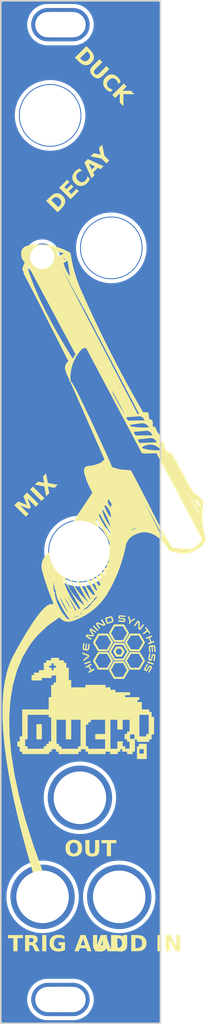
<source format=kicad_pcb>
(kicad_pcb (version 20221018) (generator pcbnew)
  (title_block (title "DUCK") (rev "2"))
  (layers (0 "F.Cu" signal) (31 "B.Cu" signal) (34 "B.Paste" user) (35 "F.Paste" user) (36 "B.SilkS" user "B.Silkscreen") (37 "F.SilkS" user "F.Silkscreen") (38 "B.Mask" user) (39 "F.Mask" user) (44 "Edge.Cuts" user))
  (net 0 "")
  (net 1 "plane")
  (footprint "PCM_4ms_Faceplate:Faceplate_Rail_Mount_Slot_Plated" (layer "F.Cu") (at 97.55 43.75)
    (fp_text reference "REF**" hide)
    (fp_text value "Faceplate_Rail_Mount_Slot_Plated" hide)
    (pad "1" thru_hole oval (at 0 0) (size 7.366 4.191) (drill oval 6.35 3.175) (layers "*.Cu" "*.Mask"))
  )
  (footprint "PCM_4ms_Faceplate:Faceplate_Hole_Encoder_KnurledShaft_Alpha" (layer "F.Cu") (at 103.95 71.8)
    (fp_text reference "REF**" hide)
    (fp_text value "Faceplate_Hole_Encoder_KnurledShaft_Alpha" hide)
    (pad "1" thru_hole circle (at 0 0) (size 7.874 7.874) (drill 7.62) (layers "*.Cu" "*.Mask"))
  )
  (footprint "PCM_4ms_Faceplate:Faceplate_Hole_Encoder_KnurledShaft_Alpha" (layer "F.Cu") (at 99.95 109.9)
    (fp_text reference "REF**" hide)
    (fp_text value "Faceplate_Hole_Encoder_KnurledShaft_Alpha" hide)
    (pad "1" thru_hole circle (at 0 0) (size 7.874 7.874) (drill 7.62) (layers "*.Cu" "*.Mask"))
  )
  (footprint "PCM_4ms_Faceplate:Faceplate_Rail_Mount_Slot_Plated" (layer "F.Cu") (at 97.55 166.25)
    (fp_text reference "REF**" hide)
    (fp_text value "Faceplate_Rail_Mount_Slot_Plated" hide)
    (pad "1" thru_hole oval (at 0 0) (size 7.366 4.191) (drill oval 6.35 3.175) (layers "*.Cu" "*.Mask"))
  )
  (footprint "" (layer "F.Cu") (at 104.95 153.35)
    (fp_text reference "" (at 0 0) (layer "F.SilkS") (effects (font (size 1.27 1.27))))
    (fp_text value "" (at 0 0) (layer "F.SilkS") (effects (font (size 1.27 1.27))))
    (pad "1" thru_hole circle (at 0 0) (size 8.1 8.1) (drill 6.604) (layers "*.Cu" "*.Mask"))
  )
  (footprint "" (layer "F.Cu") (at 95.3 153.35)
    (fp_text reference "" (at 0 0) (layer "F.SilkS") (effects (font (size 1.27 1.27))))
    (fp_text value "" (at 0 0) (layer "F.SilkS") (effects (font (size 1.27 1.27))))
    (pad "1" thru_hole circle (at 0 0) (size 8.1 8.1) (drill 6.604) (layers "*.Cu" "*.Mask"))
  )
  (footprint "" (layer "F.Cu") (at 97.55 166.25)
    (fp_text reference "" (at 0 0) (layer "F.SilkS") (effects (font (size 1.27 1.27))))
    (fp_text value "" (at 0 0) (layer "F.SilkS") (effects (font (size 1.27 1.27))))
    (pad "" np_thru_hole oval (at 0 0) (size 5.5 3.2) (drill oval 5.5 3.2) (layers "F&B.Cu" "*.Mask"))
  )
  (footprint "PCM_4ms_Faceplate:Faceplate_Hole_LED_3mm" (layer "F.Cu") (at 95.25 72.95)
    (fp_text reference "REF**" hide)
    (fp_text value "Faceplate_Hole_LED_3mm" hide)
    (pad "1" thru_hole circle (at 0 0 90) (size 3.429 3.429) (drill 3.048) (layers "*.Cu" "*.Mask"))
  )
  (footprint "" (layer "F.Cu") (at 97.55 43.75)
    (fp_text reference "" (at 0 0) (layer "F.SilkS") (effects (font (size 1.27 1.27))))
    (fp_text value "" (at 0 0) (layer "F.SilkS") (effects (font (size 1.27 1.27))))
    (pad "" np_thru_hole oval (at 0 0) (size 5.5 3.2) (drill oval 5.5 3.2) (layers "F&B.Cu" "*.Mask"))
  )
  (footprint "" (layer "F.Cu") (at 100 140.9 180)
    (fp_text reference "" (at 0 0) (layer "F.SilkS") (effects (font (size 1.27 1.27))))
    (fp_text value "" (at 0 0) (layer "F.SilkS") (effects (font (size 1.27 1.27))))
    (pad "1" thru_hole circle (at 0 0 180) (size 8.1 8.1) (drill 6.604) (layers "*.Cu" "*.Mask") (net 1 "plane"))
  )
  (footprint "PCM_4ms_Faceplate:Faceplate_Hole_Encoder_KnurledShaft_Alpha" (layer "F.Cu") (at 96.25 55.15)
    (fp_text reference "REF**" hide)
    (fp_text value "Faceplate_Hole_Encoder_KnurledShaft_Alpha" hide)
    (pad "1" thru_hole circle (at 0 0) (size 7.874 7.874) (drill 7.62) (layers "*.Cu" "*.Mask"))
  )
  (gr_poly (pts (xy 109.040374 120.498256) (xy 109.041619 120.498339) (xy 109.042837 120.498493) (xy 109.044026 120.498716) (xy 109.045185 120.499008) (xy 109.046315 120.499368) (xy 109.047416 120.499796) (xy 109.048485 120.50029) (xy 109.049524 120.50085) (xy 109.050531 120.501475) (xy 109.051506 120.502164) (xy 109.052449 120.502918) (xy 109.053358 120.503734) (xy 109.054235 120.504612) (xy 109.055077 120.505552) (xy 109.055885 120.506553) (xy 109.056658 120.507614) (xy 109.057396 120.508734) (xy 109.058098 120.509913) (xy 109.058763 120.51115) (xy 109.059392 120.512444) (xy 109.059984 120.513794) (xy 109.061053 120.516661) (xy 109.106033 120.633078) (xy 109.106618 120.634551) (xy 109.107134 120.635993) (xy 109.10758 120.637404) (xy 109.107958 120.638785) (xy 109.108266 120.640137) (xy 109.108506 120.641458) (xy 109.108678 120.64275) (xy 109.108782 120.644012) (xy 109.108818 120.645246) (xy 109.108786 120.646451) (xy 109.108687 120.647627) (xy 109.108521 120.648774) (xy 109.108288 120.649894) (xy 109.107988 120.650986) (xy 109.107622 120.65205) (xy 109.10719 120.653087) (xy 109.106692 120.654097) (xy 109.106128 120.655079) (xy 109.105499 120.656035) (xy 109.104805 120.656965) (xy 109.104046 120.657869) (xy 109.103222 120.658746) (xy 109.102334 120.659598) (xy 109.101382 120.660425) (xy 109.100365 120.661226) (xy 109.099285 120.662003) (xy 109.098142 120.662754) (xy 109.096935 120.663481) (xy 109.094333 120.664863) (xy 109.091481 120.66615) (xy 108.809699 120.775952) (xy 109.006815 121.283953) (xy 109.288596 121.17415) (xy 109.290068 121.173565) (xy 109.291511 121.173049) (xy 109.292922 121.172603) (xy 109.294303 121.172225) (xy 109.295655 121.171917) (xy 109.296976 121.171677) (xy 109.298268 121.171505) (xy 109.29953 121.171401) (xy 109.300764 121.171365) (xy 109.301969 121.171397) (xy 109.303145 121.171496) (xy 109.304292 121.171662) (xy 109.305412 121.171895) (xy 109.306504 121.172195) (xy 109.307568 121.172561) (xy 109.308605 121.172993) (xy 109.309614 121.173491) (xy 109.310597 121.174054) (xy 109.311553 121.174684) (xy 109.312483 121.175378) (xy 109.313386 121.176137) (xy 109.314264 121.176961) (xy 109.315116 121.177849) (xy 109.315943 121.178801) (xy 109.316744 121.179818) (xy 109.31752 121.180898) (xy 109.318272 121.182041) (xy 109.318999 121.183248) (xy 109.320381 121.18585) (xy 109.321668 121.188703) (xy 109.366648 121.306442) (xy 109.367764 121.309372) (xy 109.368627 121.312207) (xy 109.368964 121.313588) (xy 109.369235 121.314945) (xy 109.369442 121.316277) (xy 109.369583 121.317584) (xy 109.369659 121.318865) (xy 109.369668 121.320122) (xy 109.36961 121.321353) (xy 109.369485 121.322557) (xy 109.369292 121.323736) (xy 109.369031 121.324888) (xy 109.368701 121.326014) (xy 109.368302 121.327113) (xy 109.367833 121.328184) (xy 109.367294 121.329229) (xy 109.366684 121.330245) (xy 109.366002 121.331234) (xy 109.365249 121.332195) (xy 109.364424 121.333127) (xy 109.363527 121.334031) (xy 109.362556 121.334906) (xy 109.361511 121.335751) (xy 109.360392 121.336568) (xy 109.359199 121.337355) (xy 109.357931 121.338112) (xy 109.356587 121.338839) (xy 109.355167 121.339536) (xy 109.35367 121.340202) (xy 109.352097 121.340838) (xy 108.640367 121.616004) (xy 108.638891 121.616586) (xy 108.637438 121.617091) (xy 108.636009 121.617519) (xy 108.634605 121.617873) (xy 108.633226 121.618151) (xy 108.631873 121.618356) (xy 108.630547 121.618488) (xy 108.629246 121.618547) (xy 108.627973 121.618534) (xy 108.626728 121.618451) (xy 108.62551 121.618297) (xy 108.624322 121.618074) (xy 108.623162 121.617782) (xy 108.622032 121.617422) (xy 108.620932 121.616995) (xy 108.619862 121.616501) (xy 108.618823 121.615941) (xy 108.617816 121.615316) (xy 108.616841 121.614626) (xy 108.615899 121.613873) (xy 108.614989 121.613057) (xy 108.614112 121.612178) (xy 108.61327 121.611238) (xy 108.612462 121.610237) (xy 108.611689 121.609177) (xy 108.610951 121.608056) (xy 108.610249 121.606877) (xy 108.609584 121.605641) (xy 108.608955 121.604347) (xy 108.608364 121.602997) (xy 108.607295 121.60013) (xy 108.562315 121.48239) (xy 108.561729 121.480917) (xy 108.561214 121.479475) (xy 108.560767 121.478064) (xy 108.56039 121.476682) (xy 108.560081 121.475331) (xy 108.559841 121.47401) (xy 108.559669 121.472718) (xy 108.559566 121.471455) (xy 108.55953 121.470222) (xy 108.559561 121.469017) (xy 108.55966 121.467841) (xy 108.559827 121.466693) (xy 108.56006 121.465574) (xy 108.560359 121.464482) (xy 108.560725 121.463418) (xy 108.561157 121.462381) (xy 108.561655 121.461371) (xy 108.562219 121.460388) (xy 108.562848 121.459432) (xy 108.563542 121.458502) (xy 108.564301 121.457599) (xy 108.565125 121.456721) (xy 108.566013 121.455869) (xy 108.566966 121.455043) (xy 108.567982 121.454241) (xy 108.569062 121.453465) (xy 108.570206 121.452713) (xy 108.571413 121.451986) (xy 108.574015 121.450604) (xy 108.576867 121.449317) (xy 108.865263 121.336869) (xy 108.668147 120.830192) (xy 108.379752 120.94264) (xy 108.378279 120.943225) (xy 108.376837 120.943741) (xy 108.375425 120.944188) (xy 108.374044 120.944565) (xy 108.372693 120.944874) (xy 108.371371 120.945114) (xy 108.370079 120.945286) (xy 108.368817 120.945389) (xy 108.367583 120.945425) (xy 108.366379 120.945394) (xy 108.365203 120.945295) (xy 108.364055 120.945128) (xy 108.362935 120.944895) (xy 108.361844 120.944596) (xy 108.360779 120.94423) (xy 108.359743 120.943798) (xy 108.358733 120.9433) (xy 108.35775 120.942736) (xy 108.356794 120.942107) (xy 108.355864 120.941413) (xy 108.354961 120.940654) (xy 108.354083 120.93983) (xy 108.353231 120.938942) (xy 108.352405 120.937989) (xy 108.351603 120.936973) (xy 108.350827 120.935893) (xy 108.350075 120.934749) (xy 108.349348 120.933542) (xy 108.347966 120.93094) (xy 108.346679 120.928088) (xy 108.301699 120.810348) (xy 108.300584 120.807419) (xy 108.29972 120.804584) (xy 108.299384 120.803203) (xy 108.299112 120.801846) (xy 108.298905 120.800514) (xy 108.298764 120.799207) (xy 108.298688 120.797925) (xy 108.298679 120.796668) (xy 108.298737 120.795438) (xy 108.298862 120.794233) (xy 108.299055 120.793054) (xy 108.299316 120.791902) (xy 108.299646 120.790776) (xy 108.300045 120.789678) (xy 108.300514 120.788606) (xy 108.301054 120.787562) (xy 108.301664 120.786545) (xy 108.302345 120.785556) (xy 108.303098 120.784596) (xy 108.303923 120.783663) (xy 108.304821 120.78276) (xy 108.305792 120.781885) (xy 108.306837 120.781039) (xy 108.307955 120.780222) (xy 108.309149 120.779435) (xy 108.310417 120.778678) (xy 108.311761 120.777951) (xy 108.313181 120.777254) (xy 108.314678 120.776588) (xy 108.316251 120.775952) (xy 109.02798 120.500786) (xy 109.029457 120.500205) (xy 109.03091 120.4997) (xy 109.032338 120.499271) (xy 109.033742 120.498918) (xy 109.035121 120.498639) (xy 109.036474 120.498434) (xy 109.037801 120.498303) (xy 109.039101 120.498244)) (fill solid) (layer "F.SilkS"))
  (gr_poly (pts (xy 95.25 71.374) (xy 95.587902 71.394712) (xy 95.9232 71.430555) (xy 96.255893 71.481528) (xy 96.585982 71.547633) (xy 96.913466 71.628868) (xy 97.238346 71.725234) (xy 97.560622 71.836731) (xy 97.880293 71.963359) (xy 98.19736 72.105118) (xy 98.511823 72.262008) (xy 98.823681 72.434028) (xy 98.914526 73.017745) (xy 99.024348 73.596128) (xy 99.153145 74.169178) (xy 99.300919 74.736895) (xy 99.467668 75.299279) (xy 99.653394 75.856331) (xy 99.858095 76.408049) (xy 100.081771 76.954434) (xy 100.969841 78.941042) (xy 101.885817 80.914255) (xy 102.829698 82.874073) (xy 103.801484 84.820496) (xy 104.801175 86.753525) (xy 105.828771 88.67316) (xy 106.884271 90.5794) (xy 107.967675 92.472245) (xy 108.015549 92.468029) (xy 108.063921 92.463317) (xy 108.112788 92.458108) (xy 108.162151 92.452403) (xy 108.174737 92.451535) (xy 108.186702 92.450915) (xy 108.198049 92.450543) (xy 108.208776 92.450419) (xy 108.218883 92.450543) (xy 108.228372 92.450915) (xy 108.237241 92.451535) (xy 108.245492 92.452403) (xy 108.258142 92.452341) (xy 108.270297 92.452155) (xy 108.281955 92.451845) (xy 108.293116 92.451411) (xy 108.303781 92.450853) (xy 108.31395 92.450171) (xy 108.323622 92.449365) (xy 108.332796 92.448435) (xy 108.369761 92.454387) (xy 108.405233 92.46034) (xy 108.439215 92.466292) (xy 108.471709 92.472245) (xy 108.475616 92.472772) (xy 108.479399 92.473362) (xy 108.483058 92.474013) (xy 108.486592 92.474726) (xy 108.490003 92.475501) (xy 108.49329 92.476339) (xy 108.496452 92.477238) (xy 108.499491 92.4782) (xy 108.502406 92.479223) (xy 108.505196 92.480308) (xy 108.507863 92.481456) (xy 108.510405 92.482665) (xy 108.512824 92.483937) (xy 108.515118 92.48527) (xy 108.517289 92.486665) (xy 108.519335 92.488123) (xy 108.52895 92.491099) (xy 108.537943 92.494076) (xy 108.546316 92.497052) (xy 108.554068 92.500028) (xy 108.561199 92.503004) (xy 108.56771 92.50598) (xy 108.570733 92.507469) (xy 108.573601 92.508957) (xy 108.576314 92.510445) (xy 108.578872 92.511933) (xy 108.584716 92.516414) (xy 108.590344 92.520926) (xy 108.595754 92.525468) (xy 108.600948 92.530042) (xy 108.605924 92.534646) (xy 108.610683 92.539282) (xy 108.615225 92.543948) (xy 108.61955 92.548646) (xy 108.623658 92.553374) (xy 108.627549 92.558133) (xy 108.631223 92.562924) (xy 108.634679 92.567745) (xy 108.637919 92.572597) (xy 108.640942 92.577481) (xy 108.643748 92.582395) (xy 108.646337 92.587341) (xy 108.705865 93.28584) (xy 108.751758 93.303452) (xy 108.798144 93.320567) (xy 108.845022 93.337187) (xy 108.892394 93.35331) (xy 108.904239 93.360131) (xy 108.91596 93.366705) (xy 108.927557 93.37303) (xy 108.93903 93.379107) (xy 108.950379 93.384936) (xy 108.961604 93.390517) (xy 108.972705 93.395851) (xy 108.983681 93.400936) (xy 108.987137 93.40247) (xy 108.990562 93.404098) (xy 108.993956 93.405819) (xy 108.99732 93.407633) (xy 109.000652 93.409539) (xy 109.003954 93.411539) (xy 109.007225 93.413632) (xy 109.010465 93.415817) (xy 109.013674 93.418096) (xy 109.016853 93.420468) (xy 109.02 93.422933) (xy 109.023116 93.425491) (xy 109.026202 93.428142) (xy 109.029256 93.430885) (xy 109.032279 93.433723) (xy 109.035271 93.436653) (xy 109.038698 93.438699) (xy 109.042031 93.440869) (xy 109.045271 93.443164) (xy 109.048419 93.445582) (xy 109.051473 93.448125) (xy 109.054434 93.450791) (xy 109.057302 93.453582) (xy 109.060078 93.456497) (xy 109.06276 93.459535) (xy 109.065348 93.462698) (xy 109.067844 93.465985) (xy 109.070247 93.469395) (xy 109.072556 93.47293) (xy 109.074772 93.476589) (xy 109.076894 93.480371) (xy 109.078924 93.484278) (xy 109.083344 93.488278) (xy 109.08767 93.492339) (xy 109.091904 93.496463) (xy 109.096044 93.500648) (xy 109.100091 93.504896) (xy 109.104044 93.509206) (xy 109.107905 93.513577) (xy 109.111672 93.518011) (xy 109.115346 93.522507) (xy 109.118927 93.527065) (xy 109.122415 93.531685) (xy 109.12581 93.536367) (xy 109.129112 93.541111) (xy 109.132321 93.545917) (xy 109.135437 93.550785) (xy 109.13846 93.555715) (xy 109.14813 93.582256) (xy 109.157308 93.606317) (xy 109.161712 93.617417) (xy 109.165993 93.627896) (xy 109.17015 93.637756) (xy 109.174184 93.646995) (xy 109.174246 93.65394) (xy 109.174432 93.660886) (xy 109.174741 93.667831) (xy 109.175174 93.674777) (xy 109.175732 93.681722) (xy 109.176413 93.688667) (xy 109.177219 93.695613) (xy 109.178149 93.702558) (xy 109.179142 93.965487) (xy 109.182113 94.230401) (xy 109.483733 94.321681) (xy 109.490558 94.331604) (xy 109.497133 94.341526) (xy 109.50346 94.351448) (xy 109.509539 94.36137) (xy 109.515368 94.371292) (xy 109.52095 94.381214) (xy 109.526283 94.391136) (xy 109.531368 94.401058) (xy 109.583205 94.529545) (xy 109.635539 94.657042) (xy 109.688371 94.783546) (xy 109.741701 94.909059) (xy 109.759566 94.936591) (xy 109.777429 94.963629) (xy 109.795289 94.99017) (xy 109.813149 95.016214) (xy 109.833241 95.042508) (xy 109.853827 95.069793) (xy 109.87491 95.098071) (xy 109.89649 95.127341) (xy 109.92824 95.165539) (xy 109.959991 95.204731) (xy 109.991741 95.244915) (xy 110.023492 95.286091) (xy 110.058713 95.327018) (xy 110.092941 95.366456) (xy 110.126177 95.404407) (xy 110.158422 95.44087) (xy 110.156686 95.480805) (xy 110.155448 95.521238) (xy 110.154705 95.562167) (xy 110.154458 95.603591) (xy 110.152786 95.61959) (xy 110.151732 95.635836) (xy 110.151298 95.652331) (xy 110.151482 95.669074) (xy 110.152287 95.686064) (xy 110.153711 95.703304) (xy 110.155756 95.720791) (xy 110.158422 95.738526) (xy 110.162395 95.806987) (xy 110.166369 95.869495) (xy 110.172322 95.887852) (xy 110.178274 95.907199) (xy 110.184225 95.927539) (xy 110.190173 95.948871) (xy 110.19402 95.958669) (xy 110.197619 95.968219) (xy 110.20097 95.97752) (xy 110.204071 95.986574) (xy 110.206925 95.99538) (xy 110.209529 96.003937) (xy 110.211886 96.012247) (xy 110.213995 96.02031) (xy 110.227699 96.032215) (xy 110.241031 96.044121) (xy 110.253991 96.056027) (xy 110.266579 96.067933) (xy 110.278795 96.07984) (xy 110.290638 96.091746) (xy 110.30211 96.103652) (xy 110.31321 96.115559) (xy 110.317643 96.117977) (xy 110.322013 96.120271) (xy 110.326322 96.122441) (xy 110.33057 96.124487) (xy 110.334755 96.12641) (xy 110.338879 96.128208) (xy 110.342941 96.129882) (xy 110.346941 96.131432) (xy 110.350878 96.132859) (xy 110.354754 96.134161) (xy 110.358568 96.135339) (xy 110.362319 96.136394) (xy 110.366008 96.137324) (xy 110.369635 96.138131) (xy 110.3732 96.138813) (xy 110.376702 96.139372) (xy 110.392578 96.148115) (xy 110.408454 96.156486) (xy 110.424331 96.164485) (xy 110.440208 96.172113) (xy 110.456085 96.179368) (xy 110.471961 96.186252) (xy 110.487837 96.192764) (xy 110.503713 96.198904) (xy 110.507231 96.200811) (xy 110.510842 96.202562) (xy 110.514546 96.204159) (xy 110.518344 96.205601) (xy 110.522234 96.206887) (xy 110.526218 96.208019) (xy 110.530295 96.208995) (xy 110.534466 96.209817) (xy 110.538729 96.210483) (xy 110.543086 96.210995) (xy 110.547535 96.211351) (xy 110.552078 96.211552) (xy 110.556714 96.211599) (xy 110.561442 96.21149) (xy 110.566264 96.211227) (xy 110.571178 96.210808) (xy 110.570806 96.254092) (xy 110.571674 96.296632) (xy 110.573783 96.338428) (xy 110.577132 96.379479) (xy 110.581721 96.419787) (xy 110.58755 96.459351) (xy 110.594619 96.49817) (xy 110.602929 96.536246) (xy 110.61037 96.590817) (xy 110.618804 96.645387) (xy 110.62823 96.699958) (xy 110.638648 96.754528) (xy 110.650059 96.809098) (xy 110.662461 96.863668) (xy 110.675856 96.918238) (xy 110.690243 96.972808) (xy 110.729186 97.029611) (xy 110.76664 97.084925) (xy 110.802606 97.138752) (xy 110.837084 97.191091) (xy 110.850184 97.208314) (xy 110.863688 97.225259) (xy 110.877594 97.241924) (xy 110.891904 97.258311) (xy 110.906617 97.274418) (xy 110.921732 97.290246) (xy 110.937251 97.305796) (xy 110.953173 97.321066) (xy 110.969498 97.336057) (xy 110.986225 97.350769) (xy 111.003356 97.365203) (xy 111.02089 97.379357) (xy 111.038826 97.393232) (xy 111.057165 97.406828) (xy 111.075907 97.420145) (xy 111.095052 97.433183) (xy 111.153158 97.464438) (xy 111.212381 97.4947) (xy 111.27272 97.523969) (xy 111.334174 97.552246) (xy 111.396745 97.579531) (xy 111.460431 97.605824) (xy 111.525232 97.631124) (xy 111.591149 97.655432) (xy 114.258144 102.525088) (xy 114.916958 102.929902) (xy 114.927748 102.937406) (xy 114.93829 102.945033) (xy 114.948583 102.952785) (xy 114.958629 102.96066) (xy 114.968426 102.96866) (xy 114.977975 102.976784) (xy 114.987276 102.985031) (xy 114.996329 102.993403) (xy 115.005134 103.001898) (xy 115.013691 103.010518) (xy 115.022 103.019262) (xy 115.030061 103.028129) (xy 115.037874 103.037121) (xy 115.045439 103.046236) (xy 115.052756 103.055476) (xy 115.059826 103.064839) (xy 115.114769 103.120712) (xy 115.168473 103.177205) (xy 115.220938 103.234317) (xy 115.272162 103.29205) (xy 115.322146 103.350403) (xy 115.370889 103.409376) (xy 115.418392 103.468968) (xy 115.464654 103.529181) (xy 115.480216 103.545181) (xy 115.495158 103.561429) (xy 115.509481 103.577924) (xy 115.523184 103.594667) (xy 115.536269 103.611659) (xy 115.548734 103.628898) (xy 115.56058 103.646385) (xy 115.571807 103.664121) (xy 115.525357 103.969032) (xy 115.487218 104.274564) (xy 115.457391 104.580716) (xy 115.435873 104.887488) (xy 115.422665 105.194881) (xy 115.417766 105.502893) (xy 115.421176 105.811526) (xy 115.432894 106.120778) (xy 115.456397 106.404667) (xy 115.489201 106.68682) (xy 115.531307 106.967236) (xy 115.582714 107.245916) (xy 115.643424 107.52286) (xy 115.713436 107.798068) (xy 115.792749 108.07154) (xy 115.881365 108.343276) (xy 115.851058 108.433968) (xy 115.817681 108.522491) (xy 115.781234 108.608842) (xy 115.741717 108.693024) (xy 115.699131 108.775034) (xy 115.653474 108.854875) (xy 115.604749 108.932545) (xy 115.552953 109.008044) (xy 115.498088 109.081373) (xy 115.440153 109.152531) (xy 115.379148 109.221519) (xy 115.315074 109.288337) (xy 115.247931 109.352983) (xy 115.177718 109.41546) (xy 115.104436 109.475765) (xy 115.028085 109.533901) (xy 114.892575 109.632732) (xy 114.754925 109.723842) (xy 114.615136 109.807232) (xy 114.473207 109.882902) (xy 114.329138 109.950851) (xy 114.18293 110.01108) (xy 114.034582 110.063588) (xy 113.884095 110.108376) (xy 113.731469 110.145444) (xy 113.576703 110.174791) (xy 113.419798 110.196418) (xy 113.260753 110.210324) (xy 113.099569 110.21651) (xy 112.936246 110.214975) (xy 112.770784 110.205721) (xy 112.603182 110.188745) (xy 112.421674 110.164002) (xy 112.242274 110.133431) (xy 112.064983 110.09703) (xy 111.889799 110.054801) (xy 111.716723 110.006742) (xy 111.545755 109.952855) (xy 111.376895 109.893138) (xy 111.210143 109.827593) (xy 111.143232 109.703863) (xy 111.073468 109.582707) (xy 111.000852 109.464124) (xy 110.925384 109.348115) (xy 110.847064 109.234679) (xy 110.765891 109.123817) (xy 110.681865 109.015529) (xy 110.594988 108.909814) (xy 110.505258 108.806673) (xy 110.412675 108.706105) (xy 110.31724 108.608111) (xy 110.218952 108.51269) (xy 110.117811 108.419843) (xy 110.013818 108.329569) (xy 109.906973 108.241869) (xy 109.797274 108.156741) (xy 109.607379 108.021666) (xy 109.416709 107.903178) (xy 109.225263 107.801278) (xy 109.033043 107.715966) (xy 108.840047 107.647242) (xy 108.646275 107.595106) (xy 108.451729 107.559558) (xy 108.256407 107.540598) (xy 108.06031 107.538227) (xy 107.863438 107.552443) (xy 107.66579 107.583248) (xy 107.467367 107.63064) (xy 107.268169 107.694621) (xy 107.068196 107.77519) (xy 106.867447 107.872347) (xy 106.665923 107.986092) (xy 106.573107 108.04525) (xy 106.485159 108.107633) (xy 106.402079 108.173241) (xy 106.323867 108.242074) (xy 106.250523 108.314131) (xy 106.182047 108.389413) (xy 106.118438 108.46792) (xy 106.059698 108.549652) (xy 106.005825 108.634608) (xy 105.95682 108.722788) (xy 105.912683 108.814194) (xy 105.873414 108.908824) (xy 105.839013 109.006678) (xy 105.80948 109.107757) (xy 105.784814 109.212061) (xy 105.765017 109.319589) (xy 105.597586 110.055544) (xy 105.503639 110.419614) (xy 105.40287 110.78108) (xy 105.29528 111.139942) (xy 105.180868 111.496199) (xy 105.059636 111.849851) (xy 104.931581 112.200899) (xy 104.796706 112.549343) (xy 104.655009 112.895182) (xy 104.506492 113.238417) (xy 104.351152 113.579048) (xy 104.188992 113.917074) (xy 104.02001 114.252496) (xy 103.844208 114.585313) (xy 103.661584 114.915526) (xy 103.46003 115.25442) (xy 103.247284 115.579548) (xy 103.023345 115.890908) (xy 102.788212 116.188503) (xy 102.541886 116.47233) (xy 102.284367 116.742391) (xy 102.015655 116.998685) (xy 101.73575 117.241213) (xy 101.444652 117.469974) (xy 101.142361 117.684968) (xy 100.828876 117.886196) (xy 100.504199 118.073657) (xy 100.168329 118.247352) (xy 99.821266 118.40728) (xy 99.463009 118.553442) (xy 99.09356 118.685837) (xy 98.970296 118.723617) (xy 98.849543 118.752623) (xy 98.790108 118.763836) (xy 98.731301 118.772855) (xy 98.673122 118.77968) (xy 98.615571 118.784311) (xy 98.558648 118.786749) (xy 98.502352 118.786993) (xy 98.446685 118.785044) (xy 98.391645 118.780901) (xy 98.337233 118.774564) (xy 98.283449 118.766033) (xy 98.230293 118.755309) (xy 98.177765 118.742391) (xy 98.125864 118.72728) (xy 98.074592 118.709975) (xy 98.023948 118.690476) (xy 97.973931 118.668783) (xy 97.924543 118.644897) (xy 97.875782 118.618817) (xy 97.827649 118.590544) (xy 97.780144 118.560077) (xy 97.733268 118.527416) (xy 97.687019 118.492561) (xy 97.641398 118.455513) (xy 97.596405 118.416271) (xy 97.55204 118.374835) (xy 97.508303 118.331206) (xy 97.422713 118.237366) (xy 95.990616 119.247709) (xy 94.742189 120.415208) (xy 94.186852 121.057891) (xy 93.677432 121.739863) (xy 92.796346 123.221674) (xy 92.098929 124.860642) (xy 91.585183 126.656765) (xy 91.255107 128.610044) (xy 91.108702 130.72048) (xy 91.145966 132.988072) (xy 91.366901 135.41282) (xy 91.771506 137.994724) (xy 92.359781 140.733784) (xy 93.131727 143.630001) (xy 94.087342 146.683373) (xy 95.226628 149.893902) (xy 96.549584 153.261588) (xy 95.001775 153.261588) (xy 94.128458 150.451363) (xy 93.343571 147.763456) (xy 92.647113 145.197866) (xy 92.039084 142.754593) (xy 91.519485 140.433637) (xy 91.088316 138.234999) (xy 90.745576 136.158678) (xy 90.491266 134.204674) (xy 90.325385 132.372987) (xy 90.247933 130.663617) (xy 90.258911 129.076565) (xy 90.358318 127.611829) (xy 90.546155 126.269411) (xy 90.822422 125.049309) (xy 90.993716 124.485127) (xy 91.187117 123.951525) (xy 91.402626 123.448502) (xy 91.640243 122.976058) (xy 92.126218 122.094786) (xy 92.589465 121.278597) (xy 93.029984 120.52749) (xy 93.447775 119.841465) (xy 93.842838 119.220523) (xy 94.215174 118.664663) (xy 94.392818 118.411138) (xy 94.564781 118.173885) (xy 94.731062 117.952902) (xy 94.89166 117.748189) (xy 95.046577 117.559747) (xy 95.195812 117.387576) (xy 95.339364 117.231675) (xy 95.477235 117.092045) (xy 95.609424 116.968686) (xy 95.73593 116.861597) (xy 95.856755 116.770778) (xy 95.971898 116.69623) (xy 96.081359 116.637953) (xy 96.185137 116.595946) (xy 96.283234 116.57021) (xy 96.375649 116.560745) (xy 96.462382 116.56755) (xy 96.543432 116.590625) (xy 96.618801 116.629971) (xy 96.688488 116.685588) (xy 96.676088 116.653095) (xy 96.662696 116.621098) (xy 96.648311 116.589596) (xy 96.632933 116.55859) (xy 96.616562 116.52808) (xy 96.599199 116.498066) (xy 96.580843 116.468549) (xy 96.561495 116.439527) (xy 96.62896 116.39587) (xy 96.431329 115.914162) (xy 96.241263 115.429479) (xy 96.058763 114.941819) (xy 95.883828 114.451182) (xy 95.716458 113.957569) (xy 95.678623 113.839997) (xy 96.664675 113.839997) (xy 96.696426 114.891713) (xy 96.823428 115.046497) (xy 96.829567 115.139824) (xy 96.838063 115.233275) (xy 96.848916 115.32685) (xy 96.862126 115.420549) (xy 96.877692 115.514372) (xy 96.895614 115.608319) (xy 96.915893 115.702391) (xy 96.938528 115.796588) (xy 96.983051 115.939804) (xy 97.030303 116.081718) (xy 97.080283 116.222329) (xy 97.132993 116.361638) (xy 97.18843 116.499645) (xy 97.246597 116.63635) (xy 97.307492 116.771753) (xy 97.371115 116.905853) (xy 97.437468 117.038651) (xy 97.506549 117.170148) (xy 97.578358 117.300341) (xy 97.652897 117.429233) (xy 97.730164 117.556822) (xy 97.81016 117.683109) (xy 97.892884 117.808094) (xy 97.978338 117.931777) (xy 98.085491 117.967496) (xy 98.11104 118.013137) (xy 98.136091 118.058776) (xy 98.160647 118.104416) (xy 98.184707 118.150057) (xy 98.198598 118.17362) (xy 98.21249 118.196688) (xy 98.226383 118.219262) (xy 98.240279 118.241339) (xy 98.245688 118.245355) (xy 98.251004 118.249463) (xy 98.256227 118.253664) (xy 98.261358 118.257959) (xy 98.266395 118.262346) (xy 98.27134 118.266826) (xy 98.276192 118.2714) (xy 98.28095 118.276066) (xy 98.285617 118.280825) (xy 98.29019 118.285677) (xy 98.29467 118.290622) (xy 98.299058 118.29566) (xy 98.303353 118.300791) (xy 98.307556 118.306015) (xy 98.311665 118.311332) (xy 98.315682 118.316742) (xy 98.337014 118.332121) (xy 98.357354 118.346508) (xy 98.376699 118.359903) (xy 98.395049 118.372305) (xy 98.401871 118.377142) (xy 98.408445 118.381731) (xy 98.414772 118.386072) (xy 98.42085 118.390165) (xy 98.42668 118.39401) (xy 98.432261 118.397607) (xy 98.437593 118.400955) (xy 98.442675 118.404056) (xy 98.593493 118.462596) (xy 98.736367 118.519151) (xy 98.592445 118.320716) (xy 99.168963 118.320716) (xy 99.756338 118.074649) (xy 99.71665 118.003215) (xy 99.168963 118.320716) (xy 98.592445 118.320716) (xy 98.566269 118.284625) (xy 98.401256 118.047369) (xy 98.273973 117.856369) (xy 99.923019 117.856369) (xy 100.280212 117.705559) (xy 100.240523 117.630152) (xy 99.923019 117.856369) (xy 98.273973 117.856369) (xy 98.241328 117.807384) (xy 98.086484 117.56467) (xy 97.936725 117.319227) (xy 97.792051 117.071055) (xy 97.652461 116.820154) (xy 97.517956 116.566524) (xy 97.077431 115.713243) (xy 97.125064 115.68943) (xy 97.482241 115.68943) (xy 97.521929 115.807503) (xy 97.561617 115.92359) (xy 97.606359 116.040063) (xy 97.653272 116.155327) (xy 97.702354 116.269381) (xy 97.753607 116.382226) (xy 97.80703 116.493863) (xy 97.862624 116.60429) (xy 97.920388 116.713507) (xy 97.980322 116.821516) (xy 98.042427 116.928315) (xy 98.106702 117.033906) (xy 98.173148 117.138287) (xy 98.241764 117.241458) (xy 98.312551 117.343421) (xy 98.385509 117.444174) (xy 98.460637 117.543719) (xy 98.537936 117.642053) (xy 97.497261 115.717212) (xy 98.093429 115.717212) (xy 98.127644 115.812446) (xy 98.163813 115.906658) (xy 98.201935 115.999846) (xy 98.24201 116.092011) (xy 98.284039 116.183152) (xy 98.328021 116.273271) (xy 98.373957 116.362367) (xy 98.421846 116.450439) (xy 98.471688 116.537488) (xy 98.523484 116.623514) (xy 98.577233 116.708517) (xy 98.632935 116.792497) (xy 98.690591 116.875454) (xy 98.750201 116.957387) (xy 98.811764 117.038297) (xy 98.87528 117.118184) (xy 98.876844 117.122586) (xy 98.878563 117.126864) (xy 98.880438 117.131019) (xy 98.882467 117.135049) (xy 98.884652 117.138955) (xy 98.886992 117.142738) (xy 98.889487 117.146396) (xy 98.892137 117.149931) (xy 98.894942 117.153342) (xy 98.897903 117.156629) (xy 98.901018 117.159792) (xy 98.904289 117.162831) (xy 98.907715 117.165746) (xy 98.911296 117.168537) (xy 98.915032 117.171204) (xy 98.918923 117.173747) (xy 98.093429 115.717212) (xy 97.497261 115.717212) (xy 97.482241 115.68943) (xy 97.125064 115.68943) (xy 97.140932 115.681497) (xy 97.089127 115.586246) (xy 98.482363 115.586246) (xy 99.407082 117.352339) (xy 99.561861 117.372183) (xy 99.548269 117.348371) (xy 100.446892 117.348371) (xy 100.998553 117.018964) (xy 102.236803 115.633867) (xy 102.226199 115.635853) (xy 102.216216 115.637839) (xy 102.206853 115.639824) (xy 102.19811 115.641809) (xy 102.189987 115.643793) (xy 102.182484 115.645778) (xy 102.175601 115.647762) (xy 102.169338 115.649747) (xy 102.137123 115.659762) (xy 102.105961 115.670955) (xy 102.075854 115.683326) (xy 102.046801 115.696876) (xy 102.018802 115.711603) (xy 101.991858 115.727509) (xy 101.965968 115.744593) (xy 101.941132 115.762855) (xy 101.91735 115.782295) (xy 101.894622 115.802914) (xy 101.872949 115.824711) (xy 101.852329 115.847686) (xy 101.832764 115.871839) (xy 101.814254 115.89717) (xy 101.796797 115.92368) (xy 101.780395 115.951367) (xy 101.767 115.974374) (xy 101.754598 115.997754) (xy 101.743188 116.021505) (xy 101.73277 116.045628) (xy 101.723345 116.070124) (xy 101.714913 116.094991) (xy 101.707474 116.120229) (xy 101.701028 116.145839) (xy 101.526391 116.249024) (xy 101.427175 116.475246) (xy 101.395457 116.484827) (xy 101.364793 116.49571) (xy 101.335183 116.507895) (xy 101.306628 116.521383) (xy 101.279126 116.536172) (xy 101.252678 116.552264) (xy 101.227285 116.569658) (xy 101.202945 116.588355) (xy 101.17966 116.608353) (xy 101.157429 116.629654) (xy 101.136251 116.652257) (xy 101.116129 116.676163) (xy 101.09706 116.701371) (xy 101.079045 116.727881) (xy 101.062085 116.755694) (xy 101.046178 116.784809) (xy 101.00649 116.880055) (xy 100.970647 116.893574) (xy 100.935548 116.908333) (xy 100.901194 116.924332) (xy 100.867583 116.941571) (xy 100.834717 116.960051) (xy 100.802595 116.97977) (xy 100.771218 117.00073) (xy 100.740584 117.02293) (xy 100.710695 117.046371) (xy 100.68155 117.071051) (xy 100.653149 117.096972) (xy 100.625492 117.124133) (xy 100.598579 117.152535) (xy 100.57241 117.182177) (xy 100.546985 117.213059) (xy 100.522304 117.245181) (xy 100.511576 117.25808) (xy 100.501221 117.270979) (xy 100.491237 117.283877) (xy 100.481625 117.296776) (xy 100.472385 117.309675) (xy 100.463516 117.322573) (xy 100.455019 117.335472) (xy 100.446892 117.348371) (xy 99.548269 117.348371) (xy 99.049898 116.475246) (xy 98.482363 115.586246) (xy 97.089127 115.586246) (xy 97.017895 115.455275) (xy 97.029806 115.348122) (xy 96.918679 115.082211) (xy 96.994082 115.050466) (xy 96.767864 114.474997) (xy 96.807552 114.371808) (xy 96.688488 114.129711) (xy 96.7639 114.093996) (xy 96.664675 113.839997) (xy 95.678623 113.839997) (xy 95.556654 113.460979) (xy 95.46897 113.173245) (xy 97.823559 113.173245) (xy 97.824675 113.185214) (xy 97.826039 113.197306) (xy 97.827651 113.209523) (xy 97.829511 113.221863) (xy 97.831618 113.234327) (xy 97.833973 113.246915) (xy 97.836575 113.259626) (xy 97.839425 113.272461) (xy 97.918815 113.531268) (xy 98.004189 113.78778) (xy 98.095548 114.041997) (xy 98.192891 114.29392) (xy 98.296218 114.543549) (xy 98.40553 114.790883) (xy 98.520825 115.035922) (xy 98.642105 115.278668) (xy 98.76937 115.519118) (xy 98.902618 115.757275) (xy 99.041851 115.993136) (xy 99.187067 116.226704) (xy 99.338268 116.457976) (xy 99.495454 116.686955) (xy 99.658623 116.913639) (xy 99.827776 117.138028) (xy 99.832985 117.144105) (xy 99.83869 117.150431) (xy 99.844891 117.157004) (xy 99.851588 117.163825) (xy 99.85878 117.170895) (xy 99.866468 117.178212) (xy 99.874652 117.185778) (xy 99.88333 117.193591) (xy 100.053994 117.106273) (xy 97.823559 113.173245) (xy 95.46897 113.173245) (xy 95.404416 112.961412) (xy 95.286022 112.550151) (xy 97.974364 112.550151) (xy 97.987821 112.580227) (xy 98.00041 112.610923) (xy 98.012132 112.642239) (xy 98.022985 112.674174) (xy 98.032969 112.70673) (xy 98.042086 112.739906) (xy 98.050334 112.773703) (xy 98.057714 112.808119) (xy 98.132205 113.113248) (xy 98.217765 113.410502) (xy 98.314394 113.69988) (xy 98.422093 113.981382) (xy 98.54086 114.255009) (xy 98.670697 114.52076) (xy 98.811603 114.778636) (xy 98.963578 115.028636) (xy 99.126622 115.270761) (xy 99.300736 115.50501) (xy 99.485918 115.731384) (xy 99.68217 115.949882) (xy 99.88949 116.160505) (xy 100.10788 116.363252) (xy 100.33734 116.558124) (xy 100.577868 116.74512) (xy 98.089464 112.379492) (xy 98.069616 112.502525) (xy 97.974364 112.550151) (xy 95.286022 112.550151) (xy 95.259743 112.458869) (xy 95.219528 112.296196) (xy 95.190165 112.136594) (xy 95.176181 112.01834) (xy 98.311709 112.01834) (xy 98.373469 112.194205) (xy 98.435728 112.368582) (xy 98.498486 112.54147) (xy 98.561739 112.712868) (xy 98.663144 112.976666) (xy 98.771897 113.235254) (xy 98.887999 113.488634) (xy 99.011449 113.736805) (xy 99.142248 113.979768) (xy 99.280395 114.217521) (xy 99.42589 114.450065) (xy 99.578734 114.6774) (xy 99.738927 114.899526) (xy 99.906468 115.116444) (xy 100.081357 115.328152) (xy 100.263594 115.534651) (xy 100.45318 115.735941) (xy 100.650114 115.932021) (xy 100.854396 116.122893) (xy 101.066027 116.308556) (xy 100.617556 115.641809) (xy 100.379862 115.145158) (xy 100.133117 114.653343) (xy 99.877318 114.166364) (xy 99.612467 113.684222) (xy 99.338562 113.206917) (xy 99.055604 112.734449) (xy 98.763591 112.266818) (xy 98.462524 111.804024) (xy 98.311709 112.01834) (xy 95.176181 112.01834) (xy 95.171654 111.980061) (xy 95.163996 111.826598) (xy 95.164236 111.751017) (xy 95.167189 111.676204) (xy 95.172856 111.602158) (xy 95.181235 111.52888) (xy 95.192327 111.456369) (xy 95.206133 111.384625) (xy 95.222651 111.313649) (xy 95.241883 111.24344) (xy 95.263827 111.173999) (xy 95.288485 111.105325) (xy 95.315855 111.037418) (xy 95.345939 110.970279) (xy 95.347748 110.966619) (xy 95.870931 110.966619) (xy 96.251928 111.911186) (xy 96.196364 111.66512) (xy 96.057686 111.367464) (xy 98.692705 111.367464) (xy 98.971201 111.964017) (xy 99.260982 112.553128) (xy 99.562049 113.134798) (xy 99.874403 113.709026) (xy 100.198043 114.275812) (xy 100.532969 114.835157) (xy 100.879182 115.387061) (xy 101.236681 115.931523) (xy 101.339861 115.979154) (xy 101.108372 115.40232) (xy 100.862373 114.83268) (xy 100.601863 114.270234) (xy 100.326843 113.714981) (xy 100.037312 113.166921) (xy 99.733269 112.626054) (xy 99.414715 112.09238) (xy 99.081649 111.5659) (xy 99.029558 111.472636) (xy 98.976475 111.379371) (xy 98.9224 111.286105) (xy 98.867333 111.192836) (xy 98.79193 111.319838) (xy 98.692705 111.367464) (xy 96.057686 111.367464) (xy 95.870931 110.966619) (xy 95.347748 110.966619) (xy 95.378735 110.903907) (xy 95.414245 110.838303) (xy 95.493403 110.709396) (xy 95.53652 110.649118) (xy 96.466244 110.649118) (xy 97.168709 110.287966) (xy 97.132986 110.216527) (xy 97.087796 110.230122) (xy 97.043505 110.245113) (xy 97.000113 110.2615) (xy 96.95762 110.279281) (xy 96.916026 110.298458) (xy 96.875331 110.31903) (xy 96.835536 110.340998) (xy 96.796639 110.364361) (xy 96.758642 110.38912) (xy 96.721543 110.415273) (xy 96.685344 110.442822) (xy 96.650044 110.471767) (xy 96.615643 110.502106) (xy 96.582141 110.533841) (xy 96.549538 110.566972) (xy 96.517834 110.601497) (xy 96.511819 110.60745) (xy 96.50568 110.613403) (xy 96.499417 110.619355) (xy 96.493031 110.625308) (xy 96.48652 110.63126) (xy 96.479886 110.637213) (xy 96.473127 110.643165) (xy 96.466244 110.649118) (xy 99.168963 110.649118) (xy 99.175164 110.690789) (xy 99.181861 110.732461) (xy 99.189055 110.774133) (xy 99.196744 110.815805) (xy 99.20493 110.857478) (xy 99.213612 110.899151) (xy 99.22279 110.940824) (xy 99.232464 110.982498) (xy 99.321125 111.291067) (xy 99.418436 111.595668) (xy 99.524398 111.8963) (xy 99.639011 112.192963) (xy 99.762275 112.485658) (xy 99.894189 112.774384) (xy 100.034754 113.059142) (xy 100.183969 113.339931) (xy 100.341835 113.616751) (xy 100.508352 113.889603) (xy 100.683519 114.158486) (xy 100.867337 114.423401) (xy 101.059806 114.684347) (xy 101.260926 114.941324) (xy 101.470696 115.194333) (xy 101.689117 115.443373) (xy 101.899459 115.328278) (xy 99.168963 110.649118) (xy 96.466244 110.649118) (xy 95.53652 110.649118) (xy 95.583414 110.583559) (xy 95.684276 110.460791) (xy 95.79599 110.341093) (xy 95.918557 110.224465) (xy 95.960389 110.188745) (xy 99.411056 110.188745) (xy 99.415272 110.206667) (xy 99.419984 110.224712) (xy 99.425192 110.242881) (xy 99.430896 110.261174) (xy 99.437097 110.279591) (xy 99.443795 110.298132) (xy 99.450989 110.316797) (xy 99.458681 110.335587) (xy 99.750692 110.918621) (xy 100.051262 111.496943) (xy 100.360389 112.070552) (xy 100.678075 112.639448) (xy 101.004318 113.203631) (xy 101.33912 113.763102) (xy 101.68248 114.31786) (xy 102.034399 114.867905) (xy 102.173302 114.828217) (xy 101.943111 114.224962) (xy 101.689793 113.788896) (xy 101.441809 113.349853) (xy 101.199158 112.907833) (xy 100.96184 112.462837) (xy 100.729856 112.014865) (xy 100.503205 111.563915) (xy 100.281888 111.10999) (xy 100.065905 110.653087) (xy 100.043658 110.604392) (xy 100.019582 110.557527) (xy 99.993676 110.512491) (xy 99.965941 110.469284) (xy 99.936377 110.427907) (xy 99.904984 110.388359) (xy 99.871761 110.35064) (xy 99.836708 110.31475) (xy 99.799827 110.28069) (xy 99.761116 110.24846) (xy 99.720575 110.218059) (xy 99.678206 110.189487) (xy 99.634006 110.162744) (xy 99.587978 110.137831) (xy 99.540119 110.114748) (xy 99.490432 110.093494) (xy 99.411056 110.188745) (xy 95.960389 110.188745) (xy 95.963747 110.185878) (xy 96.010022 110.149493) (xy 96.057383 110.115309) (xy 96.105829 110.083326) (xy 96.155361 110.053545) (xy 96.205977 110.025966) (xy 96.257679 110.000587) (xy 96.310467 109.97741) (xy 96.364339 109.956435) (xy 96.419297 109.93766) (xy 96.475341 109.921088) (xy 96.53247 109.906716) (xy 96.590684 109.894546) (xy 96.649983 109.884578) (xy 96.710368 109.876811) (xy 96.771838 109.871245) (xy 96.736114 109.795838) (xy 96.86615 109.60137) (xy 99.827776 109.60137) (xy 99.955147 109.916514) (xy 100.087232 110.228929) (xy 100.22403 110.538616) (xy 100.365541 110.845574) (xy 100.511765 111.149803) (xy 100.662702 111.451303) (xy 100.818351 111.750075) (xy 100.978713 112.046117) (xy 101.228734 112.490619) (xy 101.370929 112.725954) (xy 101.515728 112.959676) (xy 101.663131 113.191786) (xy 101.813138 113.422284) (xy 101.96575 113.651169) (xy 102.120965 113.878442) (xy 102.278785 114.104103) (xy 102.439208 114.328151) (xy 102.407467 114.256713) (xy 102.546371 114.177341) (xy 102.510647 114.105902) (xy 102.590023 114.070178) (xy 99.950805 109.454529) (xy 99.827776 109.60137) (xy 96.86615 109.60137) (xy 97.272184 108.994151) (xy 100.13337 108.994151) (xy 100.135602 109.014492) (xy 100.138329 109.035824) (xy 100.141552 109.058149) (xy 100.145272 109.081465) (xy 100.40752 109.696745) (xy 100.69023 110.300367) (xy 100.83926 110.597806) (xy 100.993405 110.89233) (xy 101.152666 111.183941) (xy 101.317043 111.472636) (xy 101.486536 111.758417) (xy 101.661145 112.041284) (xy 102.025712 112.598274) (xy 102.410744 113.143606) (xy 102.816241 113.67728) (xy 102.776552 113.609805) (xy 102.664439 113.288339) (xy 102.550335 112.966872) (xy 102.439318 112.692424) (xy 102.323558 112.420735) (xy 102.203054 112.151806) (xy 102.077806 111.885636) (xy 101.947814 111.622226) (xy 101.813078 111.361575) (xy 101.673599 111.103684) (xy 101.529375 110.848552) (xy 101.380408 110.59618) (xy 101.226697 110.346567) (xy 101.068242 110.099714) (xy 100.905043 109.85562) (xy 100.7371 109.614285) (xy 100.564414 109.37571) (xy 100.386983 109.139894) (xy 100.204809 108.906838) (xy 100.13337 108.994151) (xy 97.272184 108.994151) (xy 97.662296 108.410745) (xy 100.550091 108.410745) (xy 100.687073 108.715285) (xy 100.828148 109.017715) (xy 100.973316 109.318038) (xy 101.122577 109.616252) (xy 101.275931 109.912358) (xy 101.433379 110.206355) (xy 101.59492 110.498245) (xy 101.760555 110.788027) (xy 101.816242 110.886563) (xy 101.870192 110.98572) (xy 101.922405 111.085496) (xy 101.972882 111.185894) (xy 102.021622 111.286911) (xy 102.068626 111.388549) (xy 102.113895 111.490807) (xy 102.157427 111.593686) (xy 102.203533 111.692688) (xy 102.251562 111.789271) (xy 102.301513 111.883435) (xy 102.353386 111.975181) (xy 102.407181 112.064509) (xy 102.462898 112.151418) (xy 102.520538 112.235909) (xy 102.5801 112.317981) (xy 102.641584 112.397635) (xy 102.704991 112.47487) (xy 102.770319 112.549687) (xy 102.837571 112.622086) (xy 102.906744 112.692066) (xy 102.97784 112.759627) (xy 103.050858 112.824771) (xy 103.125799 112.887496) (xy 103.078182 112.823999) (xy 103.153585 112.788275) (xy 103.117861 112.712868) (xy 103.189309 112.681117) (xy 100.685021 108.279779) (xy 100.550091 108.410745) (xy 97.662296 108.410745) (xy 97.935475 108.002211) (xy 100.988386 108.002211) (xy 100.988495 108.032488) (xy 100.989565 108.063045) (xy 100.991596 108.093881) (xy 100.994588 108.124996) (xy 100.997937 108.154204) (xy 101.00203 108.183287) (xy 101.006867 108.212247) (xy 101.012448 108.241083) (xy 101.018773 108.269795) (xy 101.025843 108.298383) (xy 101.033656 108.326846) (xy 101.042214 108.355186) (xy 101.051516 108.383402) (xy 101.061562 108.411493) (xy 101.072352 108.43946) (xy 101.083887 108.467304) (xy 101.096165 108.495023) (xy 101.109188 108.522618) (xy 101.122955 108.550089) (xy 101.137466 108.577435) (xy 101.662577 109.507611) (xy 102.202079 110.428856) (xy 102.755967 111.341171) (xy 103.324239 112.244557) (xy 103.280587 112.173119) (xy 103.359963 112.141368) (xy 103.383767 111.851654) (xy 103.451241 111.815935) (xy 101.062054 107.660649) (xy 101.050628 107.687577) (xy 101.040163 107.714785) (xy 101.03066 107.742271) (xy 101.022118 107.770037) (xy 101.014537 107.798082) (xy 101.007918 107.826406) (xy 101.00226 107.855009) (xy 100.997563 107.883891) (xy 100.993827 107.913052) (xy 100.991052 107.942493) (xy 100.989239 107.972212) (xy 100.988386 108.002211) (xy 97.935475 108.002211) (xy 98.453134 107.228058) (xy 101.264458 107.228058) (xy 103.431393 111.303963) (xy 103.594118 111.387308) (xy 103.594118 111.069808) (xy 103.649673 110.9944) (xy 101.379549 107.029622) (xy 101.264458 107.228058) (xy 98.453134 107.228058) (xy 98.79813 106.712122) (xy 101.657366 106.712122) (xy 101.890838 107.189549) (xy 102.130883 107.66338) (xy 102.377503 108.133614) (xy 102.630698 108.600252) (xy 102.890465 109.063294) (xy 103.156807 109.522738) (xy 103.429722 109.978587) (xy 103.709209 110.430838) (xy 103.717147 110.105405) (xy 103.768737 110.033962) (xy 103.538116 109.576625) (xy 103.300674 109.123381) (xy 103.056412 108.67423) (xy 102.805329 108.229172) (xy 102.547424 107.788207) (xy 102.282697 107.351335) (xy 102.011149 106.918555) (xy 101.732778 106.489868) (xy 101.657366 106.712122) (xy 98.79813 106.712122) (xy 99.243973 106.045371) (xy 101.986773 106.045371) (xy 102.163446 106.466492) (xy 102.354134 106.880544) (xy 102.558834 107.287527) (xy 102.777549 107.687441) (xy 103.010278 108.080285) (xy 103.257021 108.46606) (xy 103.517778 108.844765) (xy 103.79255 109.2164) (xy 103.721111 108.96637) (xy 103.780648 108.859216) (xy 102.117739 105.886618) (xy 101.986773 106.045371) (xy 99.243973 106.045371) (xy 99.681853 105.390526) (xy 102.363805 105.390526) (xy 103.77271 107.982123) (xy 103.804461 107.906716) (xy 103.800487 107.732088) (xy 103.860024 107.660649) (xy 103.680365 107.343149) (xy 106.396053 107.343149) (xy 107.181859 106.974059) (xy 107.170824 106.977841) (xy 107.15954 106.981252) (xy 107.148008 106.984291) (xy 107.136226 106.986957) (xy 107.124196 106.989252) (xy 107.111918 106.991174) (xy 107.099392 106.992725) (xy 107.086617 106.993903) (xy 107.03741 107.005034) (xy 106.98901 107.017591) (xy 106.941415 107.031575) (xy 106.894627 107.046985) (xy 106.848646 107.063821) (xy 106.80347 107.082083) (xy 106.759101 107.101772) (xy 106.715538 107.122886) (xy 106.672781 107.145427) (xy 106.63083 107.169394) (xy 106.589686 107.194788) (xy 106.549347 107.221607) (xy 106.509815 107.249854) (xy 106.471088 107.279526) (xy 106.433168 107.310624) (xy 106.396053 107.343149) (xy 103.680365 107.343149) (xy 102.478896 105.219872) (xy 102.455083 105.346874) (xy 102.363805 105.390526) (xy 99.681853 105.390526) (xy 100.202001 104.612653) (xy 102.824178 104.612653) (xy 102.835715 104.715406) (xy 102.850475 104.817291) (xy 102.868459 104.918308) (xy 102.889666 105.018457) (xy 102.914097 105.117737) (xy 102.941752 105.21615) (xy 102.972631 105.313694) (xy 103.006734 105.41037) (xy 103.047804 105.507558) (xy 103.09064 105.603662) (xy 103.135244 105.698679) (xy 103.181615 105.792612) (xy 103.229752 105.885459) (xy 103.279657 105.977221) (xy 103.331329 106.067898) (xy 103.384768 106.157489) (xy 103.439974 106.245995) (xy 103.496948 106.333416) (xy 103.555688 106.419751) (xy 103.616196 106.505002) (xy 103.678471 106.589167) (xy 103.742513 106.672246) (xy 103.808323 106.754241) (xy 103.875899 106.83515) (xy 103.79293 106.585988) (xy 103.702765 106.338562) (xy 103.605407 106.092872) (xy 103.500855 105.848919) (xy 103.389109 105.606701) (xy 103.270169 105.366219) (xy 103.144035 105.127474) (xy 103.010708 104.890465) (xy 102.963331 104.821013) (xy 102.916451 104.751559) (xy 102.870067 104.682105) (xy 102.824178 104.612653) (xy 100.202001 104.612653) (xy 100.475346 104.20387) (xy 103.082146 104.20387) (xy 103.117525 104.308421) (xy 103.155197 104.411733) (xy 103.195164 104.513804) (xy 103.237425 104.614635) (xy 103.28198 104.714226) (xy 103.32883 104.812576) (xy 103.377974 104.909686) (xy 103.429413 105.005556) (xy 103.483146 105.100186) (xy 103.539174 105.193576) (xy 103.597496 105.285726) (xy 103.658112 105.376635) (xy 103.721024 105.466304) (xy 103.786229 105.554733) (xy 103.85373 105.641922) (xy 103.923525 105.72787) (xy 103.840176 105.592931) (xy 103.911614 105.557216) (xy 103.901382 105.452617) (xy 103.886561 105.350158) (xy 103.867152 105.249838) (xy 103.843154 105.151657) (xy 103.814566 105.055616) (xy 103.78139 104.961715) (xy 103.743626 104.869953) (xy 103.701272 104.78033) (xy 103.654329 104.692847) (xy 103.602797 104.607504) (xy 103.546677 104.524299) (xy 103.485967 104.443235) (xy 103.420668 104.364309) (xy 103.35078 104.287523) (xy 103.276303 104.212876) (xy 103.197237 104.140369) (xy 103.082146 104.20387) (xy 100.475346 104.20387) (xy 100.852186 103.64031) (xy 103.486965 103.64031) (xy 103.501538 103.679935) (xy 103.51549 103.719437) (xy 103.528822 103.758814) (xy 103.541534 103.798067) (xy 103.553626 103.837196) (xy 103.565097 103.876201) (xy 103.575949 103.915082) (xy 103.586181 103.953839) (xy 103.605529 103.989062) (xy 103.623884 104.023293) (xy 103.641248 104.056531) (xy 103.657619 104.088779) (xy 103.673712 104.113459) (xy 103.690238 104.137891) (xy 103.707198 104.162076) (xy 103.724592 104.186012) (xy 103.74242 104.2097) (xy 103.760682 104.233141) (xy 103.779378 104.256333) (xy 103.798508 104.279278) (xy 103.818072 104.301974) (xy 103.83807 104.324423) (xy 103.858502 104.346623) (xy 103.879369 104.368576) (xy 103.90067 104.39028) (xy 103.922405 104.411736) (xy 103.944574 104.432945) (xy 103.967178 104.453905) (xy 103.895748 104.334841) (xy 103.99099 103.993525) (xy 103.70944 103.537121) (xy 108.003399 103.537121) (xy 110.301299 108.033713) (xy 110.475927 108.113089) (xy 108.003399 103.537121) (xy 103.70944 103.537121) (xy 103.613958 103.38234) (xy 103.486965 103.64031) (xy 100.852186 103.64031) (xy 101.574026 102.56081) (xy 101.412486 102.274377) (xy 101.26124 101.984595) (xy 101.120287 101.691466) (xy 100.989629 101.394988) (xy 100.869263 101.095161) (xy 100.759192 100.791985) (xy 100.659414 100.485461) (xy 100.56993 100.175588) (xy 100.554405 100.119119) (xy 100.541065 100.064309) (xy 100.529911 100.011157) (xy 100.520943 99.959664) (xy 100.514161 99.90983) (xy 100.509565 99.861655) (xy 100.507155 99.815139) (xy 100.50693 99.770281) (xy 100.508892 99.727082) (xy 100.513039 99.685542) (xy 100.519372 99.645661) (xy 100.527892 99.607438) (xy 100.538597 99.570875) (xy 100.551487 99.53597) (xy 100.566564 99.502724) (xy 100.583827 99.471137) (xy 100.603275 99.441208) (xy 100.62491 99.412939) (xy 100.64873 99.386328) (xy 100.674736 99.361376) (xy 100.702928 99.338083) (xy 100.733305 99.316448) (xy 100.765869 99.296473) (xy 100.800619 99.278156) (xy 100.837554 99.261498) (xy 100.876675 99.246499) (xy 100.917982 99.233159) (xy 100.961475 99.221477) (xy 101.007154 99.211455) (xy 101.055018 99.203091) (xy 101.105069 99.196386) (xy 101.157305 99.191339) (xy 101.265624 99.180069) (xy 101.373292 99.166101) (xy 101.480309 99.149436) (xy 101.586675 99.130073) (xy 101.692389 99.108012) (xy 101.797453 99.083254) (xy 101.901866 99.055798) (xy 102.005627 99.025645) (xy 102.108737 98.992794) (xy 102.211196 98.957246) (xy 102.313004 98.919) (xy 102.414161 98.878056) (xy 102.514667 98.834415) (xy 102.614521 98.788077) (xy 102.713724 98.739041) (xy 102.812276 98.687307) (xy 102.776552 98.627775) (xy 103.05436 98.472996) (xy 103.014672 98.405526) (xy 103.086111 98.373778) (xy 98.946709 88.983713) (xy 98.601427 88.348715) (xy 98.672866 88.309027) (xy 98.625178 88.236101) (xy 98.579352 88.162184) (xy 98.535385 88.087274) (xy 98.49328 88.011371) (xy 98.475697 87.977777) (xy 98.806237 87.977777) (xy 98.806811 88.067927) (xy 98.809711 88.157859) (xy 98.814936 88.247575) (xy 98.822486 88.337073) (xy 98.832362 88.426354) (xy 98.844563 88.515418) (xy 98.85909 88.604265) (xy 98.875942 88.692895) (xy 98.895119 88.781308) (xy 98.880701 88.655269) (xy 98.88798 88.626085) (xy 98.904916 88.619458) (xy 98.967764 88.673873) (xy 99.069246 88.818515) (xy 99.38811 89.378481) (xy 99.861507 90.299355) (xy 101.271903 93.223828) (xy 103.300436 97.591934) (xy 103.491428 98.025271) (xy 103.679444 98.460098) (xy 103.864486 98.896413) (xy 104.046554 99.334216) (xy 104.142115 99.369314) (xy 104.238296 99.403172) (xy 104.335097 99.435789) (xy 104.432518 99.467167) (xy 104.53056 99.497304) (xy 104.629221 99.526201) (xy 104.728503 99.553859) (xy 104.828405 99.580276) (xy 104.889856 99.595408) (xy 104.951184 99.609051) (xy 105.012388 99.621205) (xy 105.073468 99.631871) (xy 105.134423 99.641049) (xy 105.195255 99.648738) (xy 105.255963 99.654939) (xy 105.316546 99.659652) (xy 105.594357 99.684209) (xy 105.87217 99.706286) (xy 106.149983 99.725882) (xy 106.427795 99.742997) (xy 107.229986 101.257819) (xy 108.021257 102.778098) (xy 108.801613 104.303834) (xy 109.571056 105.835028) (xy 109.805334 106.298256) (xy 110.045813 106.757266) (xy 110.292495 107.21206) (xy 110.545378 107.662636) (xy 110.804463 108.108995) (xy 111.069749 108.551138) (xy 111.341237 108.989064) (xy 111.618926 109.422774) (xy 111.708904 109.441937) (xy 111.798262 109.459735) (xy 111.887001 109.476169) (xy 111.97512 109.491238) (xy 112.062619 109.504942) (xy 112.149498 109.517282) (xy 112.235755 109.528258) (xy 112.321392 109.537869) (xy 112.524794 109.558706) (xy 112.726211 109.577558) (xy 112.925643 109.594425) (xy 113.123092 109.609308) (xy 113.239424 109.618362) (xy 113.356253 109.623695) (xy 113.473577 109.625307) (xy 113.591398 109.623199) (xy 113.709715 109.61737) (xy 113.828527 109.60782) (xy 113.947836 109.594549) (xy 114.067641 109.577558) (xy 114.162644 109.561434) (xy 114.25715 109.544815) (xy 114.351159 109.527701) (xy 114.444674 109.510092) (xy 115.417019 108.466309) (xy 111.769553 101.612277) (xy 113.095296 101.612277) (xy 114.912984 105.136527) (xy 114.988396 105.100807) (xy 114.107534 103.477589) (xy 114.492309 103.477589) (xy 115.04396 104.346747) (xy 115.048514 104.308427) (xy 115.051758 104.27086) (xy 115.053692 104.234044) (xy 115.054316 104.19798) (xy 115.05363 104.162668) (xy 115.051634 104.128108) (xy 115.048328 104.0943) (xy 115.043712 104.061244) (xy 115.037786 104.028939) (xy 115.030551 103.997387) (xy 115.022005 103.966586) (xy 115.012149 103.936538) (xy 115.000983 103.907241) (xy 114.988507 103.878696) (xy 114.974721 103.850903) (xy 114.959625 103.823862) (xy 114.943219 103.797573) (xy 114.925503 103.772035) (xy 114.906477 103.74725) (xy 114.886141 103.723217) (xy 114.864494 103.699935) (xy 114.841538 103.677405) (xy 114.817272 103.655628) (xy 114.791696 103.634602) (xy 114.76481 103.614328) (xy 114.736614 103.594806) (xy 114.707107 103.576036) (xy 114.676291 103.558018) (xy 114.644165 103.540751) (xy 114.610728 103.524237) (xy 114.575982 103.508475) (xy 114.539925 103.493464) (xy 114.533972 103.490612) (xy 114.528019 103.488007) (xy 114.522066 103.485651) (xy 114.516114 103.483543) (xy 114.510161 103.481683) (xy 114.50421 103.48007) (xy 114.498259 103.478706) (xy 114.492309 103.477589) (xy 114.107534 103.477589) (xy 113.095296 101.612277) (xy 111.769553 101.612277) (xy 109.638521 97.607809) (xy 108.007363 97.647497) (xy 107.924023 97.583996) (xy 107.812896 97.627653) (xy 107.458697 96.960902) (xy 107.820834 96.960902) (xy 107.96594 97.004186) (xy 108.111542 97.04375) (xy 108.257641 97.079593) (xy 108.404237 97.111715) (xy 108.551328 97.140116) (xy 108.698916 97.164797) (xy 108.847 97.185757) (xy 108.99558 97.202996) (xy 109.144656 97.216515) (xy 109.294229 97.226312) (xy 109.444297 97.232389) (xy 109.594862 97.234746) (xy 109.745924 97.233381) (xy 109.897481 97.228296) (xy 110.049534 97.21949) (xy 110.202083 97.206964) (xy 110.085472 97.079607) (xy 109.965822 96.965428) (xy 109.843133 96.864427) (xy 109.717405 96.776602) (xy 109.588638 96.701956) (xy 109.523115 96.669574) (xy 109.456832 96.640487) (xy 109.38979 96.614694) (xy 109.321988 96.592195) (xy 109.253427 96.572991) (xy 109.184105 96.557081) (xy 109.114024 96.544465) (xy 109.043184 96.535144) (xy 108.971583 96.529118) (xy 108.899223 96.526385) (xy 108.826103 96.526947) (xy 108.752224 96.530803) (xy 108.602186 96.548399) (xy 108.44911 96.579173) (xy 108.292995 96.623123) (xy 108.133841 96.680251) (xy 107.971648 96.750557) (xy 107.962718 96.75434) (xy 107.953787 96.757751) (xy 107.944856 96.760789) (xy 107.935926 96.763456) (xy 107.926995 96.76575) (xy 107.918066 96.767673) (xy 107.909137 96.769223) (xy 107.90021 96.770401) (xy 107.820834 96.960902) (xy 107.458697 96.960902) (xy 106.881017 95.873466) (xy 107.300924 95.873466) (xy 107.309114 95.908937) (xy 107.317797 95.943911) (xy 107.326974 95.978389) (xy 107.336648 96.012372) (xy 107.343175 96.038184) (xy 107.350848 96.063036) (xy 107.35967 96.086925) (xy 107.369638 96.109854) (xy 107.380753 96.131822) (xy 107.393016 96.152828) (xy 107.406426 96.172874) (xy 107.420983 96.191958) (xy 107.436687 96.21008) (xy 107.453539 96.227242) (xy 107.471537 96.243443) (xy 107.490683 96.258682) (xy 107.510977 96.27296) (xy 107.532417 96.286278) (xy 107.555005 96.298633) (xy 107.578741 96.310028) (xy 109.682174 96.234621) (xy 109.678143 96.223955) (xy 109.673989 96.213785) (xy 109.669711 96.204111) (xy 109.665309 96.194934) (xy 109.663061 96.190531) (xy 109.660783 96.186252) (xy 109.658473 96.182097) (xy 109.656132 96.178066) (xy 109.653761 96.174159) (xy 109.651358 96.170376) (xy 109.648924 96.166717) (xy 109.646459 96.163182) (xy 109.603486 96.092629) (xy 109.557908 96.027812) (xy 109.509725 95.96873) (xy 109.458938 95.915385) (xy 109.405546 95.867776) (xy 109.34955 95.825902) (xy 109.320575 95.807117) (xy 109.290949 95.789765) (xy 109.260672 95.773847) (xy 109.229743 95.759364) (xy 109.198164 95.746314) (xy 109.165933 95.734699) (xy 109.133051 95.724517) (xy 109.099518 95.71577) (xy 109.030499 95.702577) (xy 108.958875 95.69512) (xy 108.884647 95.693399) (xy 108.807815 95.697414) (xy 108.728378 95.707166) (xy 108.646337 95.722653) (xy 107.300924 95.873466) (xy 106.881017 95.873466) (xy 106.416212 94.99851) (xy 106.814522 94.99851) (xy 106.814817 95.015842) (xy 106.815887 95.032988) (xy 106.817733 95.049948) (xy 106.820353 95.066722) (xy 106.823749 95.08331) (xy 106.827919 95.099713) (xy 106.832865 95.115929) (xy 106.838586 95.131959) (xy 106.845082 95.147803) (xy 106.852353 95.163461) (xy 106.8604 95.178933) (xy 106.870987 95.193165) (xy 106.881915 95.207086) (xy 106.893184 95.220698) (xy 106.904795 95.233999) (xy 106.916747 95.24699) (xy 106.92904 95.259672) (xy 106.941674 95.272043) (xy 106.95465 95.284105) (xy 106.967967 95.295856) (xy 106.981625 95.307297) (xy 106.995624 95.318428) (xy 107.009965 95.32925) (xy 107.024647 95.339761) (xy 107.039671 95.349962) (xy 107.055036 95.359853) (xy 107.070742 95.369434) (xy 109.130523 95.357527) (xy 109.122459 95.340722) (xy 109.114148 95.324041) (xy 109.10559 95.307484) (xy 109.096784 95.291051) (xy 109.087732 95.274742) (xy 109.078431 95.258557) (xy 109.068882 95.242496) (xy 109.059084 95.226559) (xy 109.025148 95.164438) (xy 108.988824 95.107062) (xy 108.950114 95.05443) (xy 108.909016 95.006541) (xy 108.86553 94.963396) (xy 108.819658 94.924995) (xy 108.795826 94.907574) (xy 108.771398 94.891339) (xy 108.746372 94.876289) (xy 108.72075 94.862426) (xy 108.694531 94.849748) (xy 108.667715 94.838257) (xy 108.640302 94.827951) (xy 108.612292 94.818831) (xy 108.554482 94.80415) (xy 108.494284 94.794213) (xy 108.431699 94.78902) (xy 108.366726 94.78857) (xy 108.299365 94.792865) (xy 108.229616 94.801903) (xy 106.824676 94.909059) (xy 106.821095 94.927321) (xy 106.818289 94.945397) (xy 106.816258 94.963287) (xy 106.815002 94.980992) (xy 106.814522 94.99851) (xy 106.416212 94.99851) (xy 105.999737 94.214528) (xy 106.352401 94.214528) (xy 106.642242 94.265936) (xy 106.932331 94.307049) (xy 107.22267 94.337869) (xy 107.513256 94.358395) (xy 107.804092 94.368626) (xy 108.095175 94.368564) (xy 108.386507 94.358209) (xy 108.678088 94.337559) (xy 108.676537 94.332644) (xy 108.674863 94.327823) (xy 108.673064 94.323094) (xy 108.671142 94.318459) (xy 108.669096 94.313917) (xy 108.666925 94.309467) (xy 108.664631 94.305111) (xy 108.662212 94.300847) (xy 108.65967 94.296677) (xy 108.657003 94.2926) (xy 108.654213 94.288615) (xy 108.651298 94.284724) (xy 108.648259 94.280926) (xy 108.645097 94.277221) (xy 108.64181 94.273608) (xy 108.638399 94.270089) (xy 108.591333 94.208015) (xy 108.542406 94.150778) (xy 108.491619 94.098379) (xy 108.438971 94.050816) (xy 108.384462 94.00809) (xy 108.328093 93.970201) (xy 108.269863 93.937149) (xy 108.209772 93.908933) (xy 108.147822 93.885555) (xy 108.084011 93.867014) (xy 108.01834 93.853309) (xy 107.950808 93.844442) (xy 107.881416 93.840411) (xy 107.810165 93.841217) (xy 107.737053 93.84686) (xy 107.662081 93.85734) (xy 106.37224 94.031965) (xy 106.352401 94.214528) (xy 105.999737 94.214528) (xy 105.462114 93.202497) (xy 105.844393 93.202497) (xy 106.098397 93.50412) (xy 108.130401 93.472372) (xy 108.122458 93.450295) (xy 108.114519 93.427723) (xy 108.106583 93.404655) (xy 108.09865 93.381091) (xy 108.062357 93.31908) (xy 108.023925 93.262029) (xy 107.983353 93.209939) (xy 107.940641 93.16281) (xy 107.895791 93.120642) (xy 107.872563 93.101418) (xy 107.8488 93.083435) (xy 107.824503 93.066692) (xy 107.799671 93.051189) (xy 107.774303 93.036926) (xy 107.748402 93.023903) (xy 107.721965 93.012121) (xy 107.694993 93.001579) (xy 107.667487 92.992277) (xy 107.639446 92.984216) (xy 107.610869 92.977394) (xy 107.581759 92.971813) (xy 107.521932 92.964372) (xy 107.459967 92.961891) (xy 107.395862 92.964372) (xy 107.329619 92.971813) (xy 107.261236 92.984215) (xy 105.895992 93.075498) (xy 105.844393 93.202497) (xy 105.462114 93.202497) (xy 103.686904 89.860809) (xy 104.066393 89.860809) (xy 104.240649 90.230771) (xy 104.422098 90.596516) (xy 104.61074 90.958045) (xy 104.806574 91.315356) (xy 105.009601 91.668451) (xy 105.219821 92.017329) (xy 105.437233 92.36199) (xy 105.661837 92.702434) (xy 104.070367 89.765557) (xy 104.070118 89.787882) (xy 104.069372 89.811199) (xy 104.06813 89.835509) (xy 104.066393 89.860809) (xy 103.686904 89.860809) (xy 100.792174 84.411715) (xy 100.745899 84.400522) (xy 100.700337 84.392739) (xy 100.677823 84.390127) (xy 100.655488 84.388367) (xy 100.63333 84.387461) (xy 100.611351 84.387406) (xy 100.589551 84.388205) (xy 100.567928 84.389856) (xy 100.546484 84.39236) (xy 100.525218 84.395716) (xy 100.504131 84.399925) (xy 100.483221 84.404987) (xy 100.46249 84.410901) (xy 100.441937 84.417669) (xy 100.421563 84.425288) (xy 100.401366 84.433761) (xy 100.381348 84.443086) (xy 100.361508 84.453263) (xy 100.341847 84.464294) (xy 100.322363 84.476177) (xy 100.283931 84.502501) (xy 100.246213 84.532236) (xy 100.209207 84.565381) (xy 100.172914 84.601937) (xy 100.137334 84.641904) (xy 100.011915 84.788716) (xy 99.892635 84.938443) (xy 99.779495 85.091085) (xy 99.672493 85.246641) (xy 99.57163 85.405112) (xy 99.476907 85.566498) (xy 99.388323 85.730798) (xy 99.305878 85.898012) (xy 99.229572 86.068141) (xy 99.159405 86.241185) (xy 99.095378 86.417143) (xy 99.03749 86.596016) (xy 98.985742 86.777803) (xy 98.940133 86.962505) (xy 98.900663 87.150122) (xy 98.867333 87.340653) (xy 98.851628 87.432322) (xy 98.838249 87.523773) (xy 98.827196 87.615008) (xy 98.818468 87.706026) (xy 98.812065 87.796827) (xy 98.807988 87.887411) (xy 98.806237 87.977777) (xy 98.475697 87.977777) (xy 98.453034 87.934477) (xy 98.414649 87.85659) (xy 98.378124 87.777712) (xy 98.343459 87.697841) (xy 98.32107 87.640108) (xy 98.299551 87.582003) (xy 98.278901 87.523526) (xy 98.259121 87.464677) (xy 98.240209 87.405456) (xy 98.222165 87.345862) (xy 98.204989 87.285897) (xy 98.18868 87.225559) (xy 98.177285 87.196724) (xy 98.166914 87.167764) (xy 98.157565 87.138681) (xy 98.14924 87.109473) (xy 98.141937 87.080142) (xy 98.135658 87.050686) (xy 98.130403 87.021107) (xy 98.12617 86.991403) (xy 98.122961 86.961575) (xy 98.120775 86.931624) (xy 98.119613 86.901548) (xy 98.119474 86.871348) (xy 98.120358 86.841024) (xy 98.122266 86.810577) (xy 98.125198 86.780005) (xy 98.129153 86.749309) (xy 98.134951 86.704195) (xy 98.142423 86.660136) (xy 98.151569 86.61713) (xy 98.16239 86.575179) (xy 98.174885 86.534282) (xy 98.189054 86.49444) (xy 98.204897 86.455651) (xy 98.222415 86.417917) (xy 98.241607 86.381237) (xy 98.262474 86.345611) (xy 98.285014 86.31104) (xy 98.30923 86.277523) (xy 98.335119 86.24506) (xy 98.362684 86.213651) (xy 98.391922 86.183297) (xy 98.422835 86.153996) (xy 98.439576 86.142958) (xy 98.456069 86.131672) (xy 98.472315 86.120138) (xy 98.488313 86.108355) (xy 98.504063 86.096325) (xy 98.519566 86.084047) (xy 98.534821 86.071521) (xy 98.549828 86.058747) (xy 94.358837 77.79581) (xy 92.878493 74.946247) (xy 92.953896 74.902591) (xy 92.727679 74.481903) (xy 92.873716 74.065587) (xy 93.461554 74.065587) (xy 93.462515 74.125336) (xy 93.464779 74.184898) (xy 93.468344 74.244274) (xy 93.473212 74.303464) (xy 93.479382 74.362469) (xy 93.486855 74.421287) (xy 93.49563 74.479919) (xy 93.505707 74.538365) (xy 93.517086 74.596625) (xy 93.529768 74.654699) (xy 93.543752 74.712587) (xy 93.559038 74.770289) (xy 93.575626 74.827805) (xy 93.593517 74.885135) (xy 93.61271 74.942279) (xy 93.831115 75.545715) (xy 94.05969 76.145554) (xy 94.298435 76.741797) (xy 94.54735 77.334442) (xy 94.806434 77.923492) (xy 95.075688 78.508944) (xy 95.355112 79.0908) (xy 95.644704 79.669059) (xy 96.042202 80.43571) (xy 96.448876 81.197772) (xy 96.864728 81.955245) (xy 97.289757 82.708129) (xy 97.723964 83.456425) (xy 98.167348 84.200131) (xy 98.619909 84.939249) (xy 99.081649 85.673777) (xy 99.157052 85.638058) (xy 99.335644 85.288809) (xy 99.462646 85.201496) (xy 93.557618 74.184247) (xy 97.605279 74.184247) (xy 107.265209 92.678621) (xy 107.443801 92.658777) (xy 100.839809 80.077841) (xy 97.605279 74.184247) (xy 93.557618 74.184247) (xy 93.461895 74.005653) (xy 93.461554 74.065587) (xy 92.873716 74.065587) (xy 92.993584 73.723873) (xy 93.096773 73.660372) (xy 93.066541 73.632591) (xy 97.926739 73.632591) (xy 97.936908 73.675999) (xy 97.947574 73.718911) (xy 97.958737 73.761327) (xy 97.9704 73.803247) (xy 98.00218 73.905954) (xy 98.036007 74.0077) (xy 98.07188 74.108484) (xy 98.109799 74.208308) (xy 98.149766 74.30717) (xy 98.191779 74.405071) (xy 98.235838 74.502011) (xy 98.281944 74.597989) (xy 98.330096 74.693007) (xy 98.380295 74.787063) (xy 98.432541 74.880158) (xy 98.486833 74.972292) (xy 98.543171 75.063465) (xy 98.601556 75.153676) (xy 98.661987 75.242927) (xy 98.724465 75.331216) (xy 98.748269 75.220091) (xy 98.434737 73.394466) (xy 97.962463 73.704028) (xy 97.926739 73.632591) (xy 93.066541 73.632591) (xy 93.044187 73.612049) (xy 92.994577 73.562332) (xy 92.947944 73.511218) (xy 92.904287 73.45871) (xy 92.863607 73.404806) (xy 92.825904 73.349507) (xy 92.791177 73.292813) (xy 92.759427 73.234723) (xy 92.730654 73.175239) (xy 92.704858 73.114359) (xy 92.682038 73.052084) (xy 92.662194 72.988413) (xy 92.657372 72.96981) (xy 97.859273 72.96981) (xy 98.061678 73.279372) (xy 98.160903 73.235716) (xy 97.859273 72.96981) (xy 92.657372 72.96981) (xy 92.645328 72.923347) (xy 92.631438 72.856886) (xy 92.620524 72.78903) (xy 92.612588 72.719778) (xy 92.607227 72.655387) (xy 92.604045 72.592685) (xy 92.603041 72.531673) (xy 92.604216 72.472352) (xy 92.607568 72.414719) (xy 92.609975 72.390372) (xy 97.121084 72.390372) (xy 97.124867 72.405317) (xy 97.128278 72.420386) (xy 97.131317 72.435579) (xy 97.133985 72.450896) (xy 97.13628 72.466337) (xy 97.138203 72.481902) (xy 97.139754 72.497591) (xy 97.140932 72.513404) (xy 97.152715 72.533247) (xy 97.164249 72.553091) (xy 97.175535 72.572935) (xy 97.186574 72.592779) (xy 97.197364 72.612622) (xy 97.207906 72.632466) (xy 97.2182 72.65231) (xy 97.228246 72.672154) (xy 97.254351 72.702477) (xy 97.281076 72.731933) (xy 97.308423 72.76052) (xy 97.336391 72.788239) (xy 97.364979 72.81509) (xy 97.394187 72.841073) (xy 97.424015 72.866188) (xy 97.454464 72.890435) (xy 97.414776 72.822966) (xy 97.946587 72.497528) (xy 97.816361 72.450896) (xy 97.687625 72.406247) (xy 97.560376 72.363583) (xy 97.434615 72.322903) (xy 97.414337 72.317477) (xy 97.394183 72.313106) (xy 97.374153 72.309788) (xy 97.354247 72.307525) (xy 97.334465 72.306315) (xy 97.314807 72.30616) (xy 97.295274 72.30706) (xy 97.275864 72.309013) (xy 97.256578 72.312021) (xy 97.237417 72.316082) (xy 97.21838 72.321198) (xy 97.199467 72.327368) (xy 97.180678 72.334593) (xy 97.162014 72.342871) (xy 97.143473 72.352204) (xy 97.125057 72.362591) (xy 97.124127 72.36563) (xy 97.12332 72.368792) (xy 97.122637 72.372079) (xy 97.122078 72.37549) (xy 97.121643 72.379024) (xy 97.121332 72.382683) (xy 97.121146 72.386465) (xy 97.121084 72.390372) (xy 92.609975 72.390372) (xy 92.613099 72.358777) (xy 92.620807 72.304525) (xy 92.630694 72.251962) (xy 92.642759 72.201089) (xy 92.657003 72.151906) (xy 92.673424 72.104413) (xy 92.692023 72.058609) (xy 92.712801 72.014496) (xy 92.735757 71.972072) (xy 92.760891 71.931338) (xy 92.788203 71.892294) (xy 92.817693 71.85494) (xy 92.849362 71.819275) (xy 92.883208 71.785301) (xy 92.919233 71.753016) (xy 92.957436 71.722421) (xy 92.997816 71.693515) (xy 93.040375 71.6663) (xy 93.085113 71.640774) (xy 93.132028 71.616939) (xy 93.181121 71.594793) (xy 93.232393 71.574337) (xy 93.285843 71.55557) (xy 93.34147 71.538494) (xy 93.399276 71.523107) (xy 93.45926 71.50941) (xy 93.521422 71.497403) (xy 93.872347 71.442461) (xy 94.220667 71.402649) (xy 94.566383 71.377969) (xy 94.909494 71.368419)) (fill solid) (layer "F.SilkS"))
  (gr_poly (pts (xy 106.053275 118.082931) (xy 106.054423 118.083042) (xy 106.0556 118.083226) (xy 106.056803 118.083484) (xy 106.058032 118.083817) (xy 106.206198 118.13938) (xy 106.206199 118.13938) (xy 106.208588 118.140374) (xy 106.210798 118.141377) (xy 106.212838 118.1424) (xy 106.214715 118.143452) (xy 106.216437 118.144543) (xy 106.218012 118.145682) (xy 106.219448 118.146879) (xy 106.220751 118.148144) (xy 106.221931 118.149487) (xy 106.222994 118.150917) (xy 106.223949 118.152443) (xy 106.224802 118.154077) (xy 106.225563 118.155826) (xy 106.226239 118.157702) (xy 106.226837 118.159713) (xy 106.227365 118.161869) (xy 106.372887 118.664577) (xy 106.812095 118.378828) (xy 106.81405 118.377431) (xy 106.815952 118.376215) (xy 106.817812 118.375174) (xy 106.819639 118.374301) (xy 106.821443 118.37359) (xy 106.823234 118.373037) (xy 106.82502 118.372635) (xy 106.826812 118.372378) (xy 106.82862 118.372261) (xy 106.830453 118.372278) (xy 106.832321 118.372422) (xy 106.834233 118.372688) (xy 106.8362 118.373071) (xy 106.83823 118.373564) (xy 106.840334 118.374162) (xy 106.842522 118.374859) (xy 106.985397 118.427775) (xy 106.986482 118.428178) (xy 106.987504 118.428639) (xy 106.988464 118.429155) (xy 106.98936 118.429724) (xy 106.990192 118.43034) (xy 106.99096 118.431002) (xy 106.991663 118.431705) (xy 106.992301 118.432447) (xy 106.992872 118.433224) (xy 106.993377 118.434032) (xy 106.993816 118.434868) (xy 106.994187 118.435728) (xy 106.99449 118.436611) (xy 106.994725 118.437511) (xy 106.994891 118.438425) (xy 106.994988 118.439351) (xy 106.995015 118.440284) (xy 106.994972 118.441222) (xy 106.994858 118.442161) (xy 106.994672 118.443098) (xy 106.994416 118.444028) (xy 106.994087 118.444949) (xy 106.993685 118.445858) (xy 106.99321 118.446751) (xy 106.992661 118.447624) (xy 106.992039 118.448475) (xy 106.991341 118.4493) (xy 106.990569 118.450095) (xy 106.989721 118.450857) (xy 106.988797 118.451582) (xy 106.987796 118.452268) (xy 106.986719 118.452911) (xy 106.405959 118.816713) (xy 106.327906 119.025734) (xy 106.326634 119.028586) (xy 106.325972 119.029918) (xy 106.325291 119.031188) (xy 106.324591 119.032395) (xy 106.323871 119.033539) (xy 106.32313 119.034619) (xy 106.322366 119.035635) (xy 106.321579 119.036587) (xy 106.320768 119.037476) (xy 106.319932 119.038299) (xy 106.319069 119.039059) (xy 106.31818 119.039753) (xy 106.317262 119.040382) (xy 106.316315 119.040945) (xy 106.315338 119.041443) (xy 106.31433 119.041876) (xy 106.313291 119.042242) (xy 106.312218 119.042541) (xy 106.311111 119.042774) (xy 106.30997 119.04294) (xy 106.308792 119.043039) (xy 106.307578 119.043071) (xy 106.306326 119.043035) (xy 106.305035 119.042931) (xy 106.303705 119.04276) (xy 106.302334 119.04252) (xy 106.300921 119.042211) (xy 106.299465 119.041833) (xy 106.297966 119.041387) (xy 106.296423 119.040871) (xy 106.294833 119.040286) (xy 106.177094 118.99663) (xy 106.174226 118.995343) (xy 106.172876 118.994664) (xy 106.171582 118.993961) (xy 106.170345 118.993233) (xy 106.169167 118.992482) (xy 106.168046 118.991705) (xy 106.166985 118.990904) (xy 106.165985 118.990077) (xy 106.165045 118.989225) (xy 106.164166 118.988348) (xy 106.16335 118.987444) (xy 106.162597 118.986514) (xy 106.161907 118.985558) (xy 106.161282 118.984576) (xy 106.160722 118.983566) (xy 106.160228 118.982529) (xy 106.159801 118.981465) (xy 106.159441 118.980373) (xy 106.159149 118.979253) (xy 106.158925 118.978106) (xy 106.158772 118.97693) (xy 106.158688 118.975725) (xy 106.158676 118.974491) (xy 106.158735 118.973229) (xy 106.158867 118.971937) (xy 106.159071 118.970616) (xy 106.15935 118.969264) (xy 106.159703 118.967883) (xy 106.160132 118.966472) (xy 106.160637 118.96503) (xy 106.161218 118.963557) (xy 106.239271 118.754536) (xy 106.03951 118.102338) (xy 106.039177 118.10111) (xy 106.038919 118.099906) (xy 106.038735 118.09873) (xy 106.038624 118.097581) (xy 106.038584 118.096463) (xy 106.038612 118.095376) (xy 106.038708 118.094323) (xy 106.03887 118.093305) (xy 106.039095 118.092324) (xy 106.039383 118.091381) (xy 106.039731 118.090478) (xy 106.040138 118.089618) (xy 106.040603 118.088801) (xy 106.041122 118.088029) (xy 106.041696 118.087304) (xy 106.042322 118.086628) (xy 106.042998 118.086003) (xy 106.043722 118.085429) (xy 106.044494 118.084909) (xy 106.045311 118.084445) (xy 106.046172 118.084038) (xy 106.047074 118.08369) (xy 106.048017 118.083402) (xy 106.048998 118.083176) (xy 106.050016 118.083015) (xy 106.05107 118.082919) (xy 106.052156 118.08289)) (fill solid) (layer "F.SilkS"))
  (gr_poly (pts (xy 105.073947 117.966527) (xy 105.087012 117.9674) (xy 105.702168 118.020317) (xy 105.703753 118.020465) (xy 105.705284 118.020658) (xy 105.706761 118.020899) (xy 105.708183 118.021185) (xy 105.709551 118.021519) (xy 105.710865 118.021899) (xy 105.712125 118.022325) (xy 105.71333 118.022798) (xy 105.714481 118.023317) (xy 105.715578 118.023883) (xy 105.716621 118.024495) (xy 105.717609 118.025154) (xy 105.718543 118.02586) (xy 105.719423 118.026611) (xy 105.720248 118.02741) (xy 105.721019 118.028255) (xy 105.721737 118.029146) (xy 105.722399 118.030084) (xy 105.723008 118.031069) (xy 105.723562 118.0321) (xy 105.724062 118.033177) (xy 105.724508 118.034301) (xy 105.724899 118.035471) (xy 105.725236 118.036688) (xy 105.725519 118.037952) (xy 105.725748 118.039262) (xy 105.725922 118.040618) (xy 105.726042 118.042021) (xy 105.726108 118.043471) (xy 105.72612 118.044967) (xy 105.726077 118.046509) (xy 105.72598 118.048098) (xy 105.71672 118.157901) (xy 105.716573 118.159486) (xy 105.716379 118.161017) (xy 105.716139 118.162493) (xy 105.715852 118.163916) (xy 105.715518 118.165284) (xy 105.715139 118.166598) (xy 105.714712 118.167857) (xy 105.714239 118.169063) (xy 105.71372 118.170214) (xy 105.713154 118.171311) (xy 105.712542 118.172353) (xy 105.711883 118.173342) (xy 105.711178 118.174276) (xy 105.710426 118.175155) (xy 105.709628 118.175981) (xy 105.708783 118.176752) (xy 105.707891 118.177469) (xy 105.706953 118.178132) (xy 105.705969 118.17874) (xy 105.704938 118.179295) (xy 105.703861 118.179795) (xy 105.702737 118.18024) (xy 105.701566 118.180632) (xy 105.700349 118.180969) (xy 105.699086 118.181252) (xy 105.697776 118.181481) (xy 105.696419 118.181655) (xy 105.695016 118.181775) (xy 105.693567 118.181841) (xy 105.692071 118.181853) (xy 105.690528 118.18181) (xy 105.688939 118.181713) (xy 105.108178 118.131442) (xy 105.104155 118.131147) (xy 105.10027 118.131006) (xy 105.096521 118.131017) (xy 105.092908 118.131179) (xy 105.089428 118.13149) (xy 105.086081 118.131948) (xy 105.082864 118.132553) (xy 105.079777 118.133303) (xy 105.076818 118.134196) (xy 105.073985 118.135231) (xy 105.071277 118.136406) (xy 105.068692 118.137721) (xy 105.06623 118.139173) (xy 105.063889 118.140762) (xy 105.061666 118.142485) (xy 105.059561 118.144341) (xy 105.057573 118.146329) (xy 105.055699 118.148447) (xy 105.053939 118.150694) (xy 105.05229 118.153069) (xy 105.050752 118.155569) (xy 105.049324 118.158195) (xy 105.048002 118.160943) (xy 105.046787 118.163812) (xy 105.045676 118.166802) (xy 105.044669 118.169911) (xy 105.042958 118.176478) (xy 105.041642 118.183503) (xy 105.04071 118.190974) (xy 105.036741 118.230661) (xy 105.03626 118.238381) (xy 105.036304 118.245665) (xy 105.036523 118.249143) (xy 105.036872 118.252511) (xy 105.037351 118.25577) (xy 105.037961 118.258918) (xy 105.0387 118.261955) (xy 105.039569 118.264882) (xy 105.040567 118.267698) (xy 105.041694 118.270403) (xy 105.04295 118.272996) (xy 105.044335 118.275478) (xy 105.045848 118.277847) (xy 105.04749 118.280105) (xy 105.049259 118.28225) (xy 105.051156 118.284283) (xy 105.05318 118.286202) (xy 105.055332 118.288009) (xy 105.05761 118.289702) (xy 105.060015 118.291282) (xy 105.062547 118.292747) (xy 105.065204 118.294099) (xy 105.067988 118.295336) (xy 105.070898 118.296459) (xy 105.073932 118.297467) (xy 105.077093 118.29836) (xy 105.080378 118.299137) (xy 105.083788 118.299799) (xy 105.090981 118.300776) (xy 105.52622 118.337817) (xy 105.538541 118.339127) (xy 105.55045 118.340821) (xy 105.561946 118.342896) (xy 105.573029 118.345349) (xy 105.583696 118.348178) (xy 105.593949 118.351378) (xy 105.603784 118.354946) (xy 105.613202 118.358881) (xy 105.622201 118.363177) (xy 105.630781 118.367833) (xy 105.63894 118.372845) (xy 105.646678 118.37821) (xy 105.653993 118.383925) (xy 105.660885 118.389986) (xy 105.667353 118.396391) (xy 105.673395 118.403136) (xy 105.67901 118.410219) (xy 105.684199 118.417635) (xy 105.688959 118.425382) (xy 105.69329 118.433458) (xy 105.697191 118.441857) (xy 105.70066 118.450578) (xy 105.703698 118.459618) (xy 105.706302 118.468972) (xy 105.708472 118.478639) (xy 105.710207 118.488614) (xy 105.711507 118.498895) (xy 105.712369 118.509479) (xy 105.712793 118.520362) (xy 105.712778 118.531541) (xy 105.712324 118.543013) (xy 105.711428 118.554776) (xy 105.70349 118.64738) (xy 105.70244 118.6578) (xy 105.701024 118.667973) (xy 105.69924 118.677889) (xy 105.697088 118.687543) (xy 105.694565 118.696924) (xy 105.691671 118.706027) (xy 105.688404 118.714843) (xy 105.684763 118.723365) (xy 105.680746 118.731584) (xy 105.676351 118.739493) (xy 105.671577 118.747084) (xy 105.666423 118.75435) (xy 105.660887 118.761282) (xy 105.654968 118.767874) (xy 105.648665 118.774116) (xy 105.641975 118.780002) (xy 105.634898 118.785524) (xy 105.627431 118.790673) (xy 105.619575 118.795443) (xy 105.611326 118.799825) (xy 105.602684 118.803812) (xy 105.593647 118.807396) (xy 105.584213 118.810569) (xy 105.574382 118.813323) (xy 105.564152 118.815651) (xy 105.553521 118.817545) (xy 105.542488 118.818997) (xy 105.531052 118.82) (xy 105.51921 118.820545) (xy 105.506962 118.820625) (xy 105.494306 118.820232) (xy 105.481241 118.819359) (xy 104.838303 118.763796) (xy 104.835172 118.763455) (xy 104.833678 118.763215) (xy 104.832231 118.762928) (xy 104.830833 118.762595) (xy 104.829484 118.762215) (xy 104.828184 118.761789) (xy 104.826935 118.761316) (xy 104.825735 118.760797) (xy 104.824587 118.760231) (xy 104.823489 118.759618) (xy 104.822444 118.75896) (xy 104.821451 118.758254) (xy 104.820511 118.757502) (xy 104.819624 118.756704) (xy 104.81879 118.755859) (xy 104.818011 118.754968) (xy 104.817287 118.75403) (xy 104.816618 118.753045) (xy 104.816005 118.752014) (xy 104.815448 118.750937) (xy 104.814948 118.749813) (xy 104.814504 118.748642) (xy 104.814119 118.747425) (xy 104.813791 118.746162) (xy 104.813523 118.744852) (xy 104.813313 118.743495) (xy 104.813163 118.742092) (xy 104.813073 118.740643) (xy 104.813043 118.739147) (xy 104.813075 118.737604) (xy 104.813168 118.736015) (xy 104.822429 118.626213) (xy 104.82258 118.624628) (xy 104.822785 118.623097) (xy 104.823043 118.62162) (xy 104.823354 118.620198) (xy 104.823717 118.61883) (xy 104.824132 118.617516) (xy 104.824599 118.616256) (xy 104.825116 118.615051) (xy 104.825684 118.6139) (xy 104.826301 118.612803) (xy 104.826968 118.61176) (xy 104.827684 118.610772) (xy 104.828449 118.609838) (xy 104.829261 118.608958) (xy 104.830121 118.608133) (xy 104.831028 118.607361) (xy 104.831981 118.606644) (xy 104.832981 118.605982) (xy 104.834025 118.605373) (xy 104.835115 118.604819) (xy 104.83625 118.604319) (xy 104.837429 118.603873) (xy 104.838651 118.603482) (xy 104.839916 118.603145) (xy 104.841224 118.602862) (xy 104.842574 118.602633) (xy 104.843966 118.602459) (xy 104.845399 118.602338) (xy 104.846873 118.602273) (xy 104.848387 118.602261) (xy 104.84994 118.602304) (xy 104.851533 118.6024) (xy 105.460075 118.655317) (xy 105.464098 118.655612) (xy 105.467983 118.655753) (xy 105.471732 118.655742) (xy 105.475345 118.655581) (xy 105.478825 118.65527) (xy 105.482172 118.654811) (xy 105.485389 118.654207) (xy 105.488476 118.653457) (xy 105.491435 118.652564) (xy 105.494268 118.651529) (xy 105.496976 118.650353) (xy 105.499561 118.649038) (xy 105.502023 118.647586) (xy 105.504365 118.645998) (xy 105.506587 118.644275) (xy 105.508692 118.642419) (xy 105.51068 118.640431) (xy 105.512554 118.638312) (xy 105.514314 118.636065) (xy 105.515963 118.633691) (xy 105.517501 118.63119) (xy 105.51893 118.628565) (xy 105.520251 118.625817) (xy 105.521466 118.622947) (xy 105.522577 118.619957) (xy 105.523584 118.616849) (xy 105.525296 118.610281) (xy 105.526611 118.603256) (xy 105.527544 118.595786) (xy 105.531512 118.548161) (xy 105.531993 118.540441) (xy 105.531949 118.533157) (xy 105.53173 118.529679) (xy 105.531381 118.526311) (xy 105.530902 118.523052) (xy 105.530292 118.519904) (xy 105.529553 118.516867) (xy 105.528684 118.51394) (xy 105.527686 118.511124) (xy 105.526559 118.508419) (xy 105.525303 118.505826) (xy 105.523918 118.503344) (xy 105.522405 118.500975) (xy 105.520763 118.498717) (xy 105.518994 118.496572) (xy 105.517097 118.494539) (xy 105.515073 118.49262) (xy 105.512921 118.490813) (xy 105.510643 118.48912) (xy 105.508238 118.48754) (xy 105.505706 118.486075) (xy 105.503049 118.484723) (xy 105.500265 118.483486) (xy 105.497355 118.482363) (xy 105.494321 118.481355) (xy 105.49116 118.480462) (xy 105.487875 118.479685) (xy 105.484465 118.479023) (xy 105.477272 118.478046) (xy 105.042033 118.441005) (xy 105.029712 118.439695) (xy 105.017803 118.438001) (xy 105.006307 118.435926) (xy 104.995224 118.433473) (xy 104.984557 118.430644) (xy 104.974305 118.427444) (xy 104.964469 118.423876) (xy 104.955051 118.419941) (xy 104.946052 118.415645) (xy 104.937472 118.410989) (xy 104.929313 118.405977) (xy 104.921575 118.400612) (xy 104.91426 118.394897) (xy 104.907368 118.388836) (xy 104.900901 118.382431) (xy 104.894858 118.375686) (xy 104.889243 118.368603) (xy 104.884054 118.361187) (xy 104.879294 118.353439) (xy 104.874963 118.345364) (xy 104.871062 118.336965) (xy 104.867593 118.328244) (xy 104.864555 118.319204) (xy 104.861951 118.30985) (xy 104.859781 118.300183) (xy 104.858045 118.290208) (xy 104.856746 118.279927) (xy 104.855884 118.269343) (xy 104.85546 118.25846) (xy 104.855475 118.247281) (xy 104.855929 118.235809) (xy 104.856825 118.224046) (xy 104.864762 118.13938) (xy 104.865813 118.128959) (xy 104.867229 118.118787) (xy 104.869013 118.10887) (xy 104.871165 118.099217) (xy 104.873687 118.089835) (xy 104.876581 118.080732) (xy 104.879848 118.071916) (xy 104.88349 118.063395) (xy 104.887507 118.055175) (xy 104.891902 118.047266) (xy 104.896676 118.039675) (xy 104.90183 118.032409) (xy 104.907366 118.025477) (xy 104.913284 118.018886) (xy 104.919588 118.012643) (xy 104.926278 118.006757) (xy 104.933355 118.001236) (xy 104.940822 117.996086) (xy 104.948678 117.991316) (xy 104.956927 117.986934) (xy 104.965569 117.982947) (xy 104.974606 117.979364) (xy 104.98404 117.976191) (xy 104.993871 117.973436) (xy 105.004101 117.971108) (xy 105.014732 117.969214) (xy 105.025765 117.967762) (xy 105.037201 117.96676) (xy 105.049043 117.966214) (xy 105.061291 117.966134)) (fill solid) (layer "F.SilkS"))
  (gr_poly (pts (xy 105.221541 121.897583) (xy 105.225472 121.897768) (xy 105.229374 121.898074) (xy 105.233245 121.898501) (xy 105.237082 121.899046) (xy 105.240882 121.89971) (xy 105.244644 121.900491) (xy 105.248363 121.901387) (xy 105.252038 121.902397) (xy 105.255665 121.903521) (xy 105.259243 121.904756) (xy 105.262768 121.906102) (xy 105.266237 121.907558) (xy 105.269649 121.909122) (xy 105.273001 121.910793) (xy 105.276289 121.91257) (xy 105.279511 121.914451) (xy 105.282665 121.916436) (xy 105.285747 121.918523) (xy 105.288756 121.920711) (xy 105.291688 121.922999) (xy 105.294541 121.925386) (xy 105.297312 121.92787) (xy 105.299998 121.93045) (xy 105.302597 121.933125) (xy 105.305106 121.935893) (xy 105.307523 121.938755) (xy 105.309845 121.941707) (xy 105.312069 121.94475) (xy 105.314192 121.947882) (xy 105.316212 121.951101) (xy 105.318126 121.954407) (xy 105.619751 122.476959) (xy 105.623471 122.483993) (xy 105.626694 122.491188) (xy 105.629416 122.498519) (xy 105.631636 122.50596) (xy 105.633353 122.513486) (xy 105.634564 122.521072) (xy 105.635267 122.528694) (xy 105.63546 122.536325) (xy 105.635142 122.54394) (xy 105.634311 122.551515) (xy 105.632963 122.559024) (xy 105.631099 122.566442) (xy 105.628715 122.573743) (xy 105.62581 122.580903) (xy 105.622382 122.587897) (xy 105.618428 122.594699) (xy 105.318126 123.114604) (xy 105.314207 123.121129) (xy 105.309906 123.127304) (xy 105.305246 123.133118) (xy 105.300246 123.138561) (xy 105.294928 123.143625) (xy 105.289313 123.1483) (xy 105.283424 123.152575) (xy 105.277281 123.156441) (xy 105.270905 123.159889) (xy 105.264318 123.162909) (xy 105.257541 123.16549) (xy 105.250595 123.167624) (xy 105.243502 123.169301) (xy 105.236283 123.17051) (xy 105.22896 123.171243) (xy 105.221553 123.17149) (xy 104.61698 123.17149) (xy 104.613143 123.171424) (xy 104.609325 123.171228) (xy 104.605527 123.170904) (xy 104.601753 123.170453) (xy 104.598005 123.169878) (xy 104.594286 123.169179) (xy 104.590599 123.168358) (xy 104.586945 123.167417) (xy 104.583329 123.166359) (xy 104.579752 123.165183) (xy 104.576217 123.163893) (xy 104.572727 123.16249) (xy 104.569284 123.160976) (xy 104.565891 123.159351) (xy 104.562552 123.157619) (xy 104.559268 123.15578) (xy 104.556041 123.153837) (xy 104.552876 123.15179) (xy 104.549774 123.149643) (xy 104.546739 123.147396) (xy 104.543772 123.145051) (xy 104.540876 123.142609) (xy 104.538055 123.140074) (xy 104.53531 123.137445) (xy 104.532645 123.134726) (xy 104.530062 123.131917) (xy 104.527564 123.12902) (xy 104.525153 123.126038) (xy 104.522833 123.122971) (xy 104.520605 123.119821) (xy 104.518472 123.116591) (xy 104.516438 123.113281) (xy 104.214813 122.592052) (xy 104.214813 122.592053) (xy 104.211093 122.585019) (xy 104.207868 122.577824) (xy 104.205139 122.570493) (xy 104.202907 122.563052) (xy 104.201171 122.555526) (xy 104.19993 122.547939) (xy 104.199186 122.540318) (xy 104.198976 122.533844) (xy 104.497917 122.533844) (xy 104.708261 122.897646) (xy 105.128948 122.897646) (xy 105.339292 122.533844) (xy 105.128948 122.170042) (xy 104.708261 122.170042) (xy 104.497917 122.533844) (xy 104.198976 122.533844) (xy 104.198938 122.532687) (xy 104.199186 122.525071) (xy 104.19993 122.517497) (xy 104.201171 122.509988) (xy 104.202907 122.50257) (xy 104.205139 122.495268) (xy 104.207868 122.488108) (xy 104.211093 122.481115) (xy 104.214813 122.474313) (xy 104.515115 121.95573) (xy 104.51905 121.94919) (xy 104.523397 121.942974) (xy 104.528135 121.937094) (xy 104.533243 121.931566) (xy 104.538701 121.926402) (xy 104.544486 121.921616) (xy 104.550577 121.917221) (xy 104.556953 121.913231) (xy 104.563592 121.90966) (xy 104.570474 121.906521) (xy 104.577576 121.903828) (xy 104.584879 121.901594) (xy 104.592359 121.899832) (xy 104.599997 121.898558) (xy 104.60777 121.897783) (xy 104.615657 121.897521) (xy 105.217584 121.897521)) (fill solid) (layer "F.SilkS"))
  (gr_poly (pts (xy 97.334799 123.658718) (xy 97.951906 123.658718) (xy 97.951906 123.96727) (xy 98.260458 123.96727) (xy 98.260458 124.584377) (xy 98.569012 124.584377) (xy 98.569012 126.127147) (xy 98.877564 126.127147) (xy 98.877564 127.052807) (xy 100.728885 127.052807) (xy 100.728885 126.744256) (xy 103.197317 126.744256) (xy 103.197317 127.052807) (xy 103.814423 127.052807) (xy 103.814423 127.361362) (xy 104.43153 127.361362) (xy 104.43153 127.669914) (xy 106.282854 127.669914) (xy 106.282854 127.978466) (xy 105.665745 127.978466) (xy 105.665745 128.28702) (xy 107.455356 128.28702) (xy 107.455356 128.595572) (xy 107.208512 128.595572) (xy 107.208512 128.904126) (xy 107.763908 128.904126) (xy 107.763908 129.829787) (xy 108.689568 129.829787) (xy 108.689568 130.138338) (xy 108.998123 130.138338) (xy 108.998123 130.755446) (xy 109.306675 130.755446) (xy 109.306675 132.915323) (xy 108.998123 132.915323) (xy 108.998123 133.532429) (xy 108.689568 133.532429) (xy 108.689568 133.840984) (xy 107.208514 133.840984) (xy 107.208514 133.532429) (xy 106.899968 133.532429) (xy 106.899968 132.915325) (xy 106.282862 132.915325) (xy 106.282862 133.532429) (xy 106.89996 133.532429) (xy 106.89996 135.075198) (xy 106.591408 135.075198) (xy 106.591408 135.383753) (xy 105.974299 135.383753) (xy 105.974299 135.075198) (xy 105.357193 135.075198) (xy 105.357193 134.766647) (xy 105.048641 134.766647) (xy 105.048641 135.075198) (xy 104.740089 135.075198) (xy 104.740089 135.383753) (xy 103.814426 135.383753) (xy 103.814426 135.075198) (xy 103.19732 135.075198) (xy 103.19732 135.383753) (xy 101.037443 135.383753) (xy 101.037443 135.075198) (xy 100.728888 135.075198) (xy 100.728888 134.766647) (xy 100.111782 134.766647) (xy 100.111782 135.075198) (xy 99.803227 135.075198) (xy 99.803227 135.383753) (xy 97.334799 135.383753) (xy 97.334799 135.075198) (xy 97.026247 135.075198) (xy 97.026247 134.766647) (xy 96.409139 134.766647) (xy 96.409139 135.075198) (xy 96.100585 135.075198) (xy 96.100585 135.383753) (xy 92.768206 135.383753) (xy 92.768209 135.229474) (xy 92.768209 135.075198) (xy 92.459655 135.075198) (xy 92.459655 134.458093) (xy 93.076762 134.458093) (xy 93.385315 134.458093) (xy 93.385315 134.766647) (xy 95.48348 134.766647) (xy 95.483482 134.612368) (xy 95.483482 134.45809) (xy 95.792034 134.45809) (xy 95.792034 134.149538) (xy 96.100586 134.149538) (xy 96.100586 133.840987) (xy 96.409141 133.840987) (xy 96.409141 131.063998) (xy 97.02625 131.063998) (xy 97.02625 134.149536) (xy 97.334801 134.149536) (xy 97.334801 134.458087) (xy 97.643353 134.458087) (xy 97.643353 134.766641) (xy 99.803229 134.766641) (xy 99.803231 134.612368) (xy 99.803231 134.45809) (xy 100.111786 134.45809) (xy 100.728893 134.45809) (xy 101.037448 134.45809) (xy 101.037448 134.766644) (xy 103.197325 134.766644) (xy 103.197324 134.149538) (xy 103.197324 133.532429) (xy 101.963109 133.532429) (xy 101.963109 132.915323) (xy 103.197324 132.915323) (xy 103.197324 131.064) (xy 101.346 131.064) (xy 101.346 131.372555) (xy 101.037448 131.372555) (xy 101.037448 131.681107) (xy 100.728893 131.681107) (xy 100.728893 134.45809) (xy 100.111786 134.45809) (xy 100.111786 131.063999) (xy 98.877571 131.063999) (xy 98.877571 133.532427) (xy 98.260463 133.532427) (xy 98.260463 131.063998) (xy 97.02625 131.063998) (xy 96.409141 131.063998) (xy 96.409141 131.063996) (xy 103.814426 131.063996) (xy 103.814426 134.766641) (xy 104.740089 134.766641) (xy 104.740092 134.303814) (xy 104.740092 133.840984) (xy 105.357198 133.840984) (xy 105.357198 134.458087) (xy 105.665753 134.458087) (xy 105.665753 134.766641) (xy 106.282859 134.766641) (xy 106.282859 133.840981) (xy 105.974305 133.840981) (xy 105.974305 133.532427) (xy 105.665753 133.532427) (xy 105.665753 132.915321) (xy 105.974305 132.915321) (xy 105.974305 132.606766) (xy 106.282859 132.606766) (xy 106.282859 131.063996) (xy 105.357196 131.063996) (xy 105.357196 132.298212) (xy 104.740089 132.298212) (xy 104.740089 131.063996) (xy 103.814426 131.063996) (xy 96.409141 131.063996) (xy 96.409141 130.75545) (xy 96.100586 130.75545) (xy 96.100586 130.446896) (xy 107.455364 130.446896) (xy 107.455364 133.22388) (xy 108.381025 133.22388) (xy 108.381027 133.069602) (xy 108.381027 132.915326) (xy 108.689579 132.915326) (xy 108.689579 130.446896) (xy 107.455364 130.446896) (xy 96.100586 130.446896) (xy 93.385315 130.446896) (xy 93.385315 133.532432) (xy 93.076762 133.532432) (xy 93.076762 134.458093) (xy 92.459655 134.458093) (xy 92.151102 134.458093) (xy 92.151102 133.840989) (xy 92.459655 133.840989) (xy 92.459655 133.223882) (xy 92.768209 133.223882) (xy 92.768209 129.829791) (xy 96.100588 129.829791) (xy 96.100588 128.287023) (xy 96.409142 128.287023) (xy 96.409142 126.744253) (xy 96.717694 126.744253) (xy 96.717694 126.435701) (xy 97.026248 126.435701) (xy 97.026248 125.510038) (xy 96.409141 125.510038) (xy 96.409141 125.818593) (xy 95.174926 125.818593) (xy 95.174926 126.127144) (xy 93.940712 126.127144) (xy 93.940712 125.510037) (xy 94.249265 125.510037) (xy 94.249265 125.201485) (xy 94.866373 125.201485) (xy 94.866373 124.892933) (xy 95.48348 124.892933) (xy 95.48348 124.584375) (xy 96.10059 124.584375) (xy 96.409145 124.584375) (xy 96.409145 124.892929) (xy 96.717696 124.892929) (xy 96.717696 124.584375) (xy 97.026251 124.584375) (xy 97.026251 124.275823) (xy 96.717696 124.275823) (xy 96.717696 123.967269) (xy 96.409145 123.967269) (xy 96.409145 124.275823) (xy 96.10059 124.275823) (xy 96.10059 124.584375) (xy 95.48348 124.584375) (xy 95.48348 123.96727) (xy 95.792032 123.96727) (xy 95.792032 123.658718) (xy 96.409139 123.658718) (xy 96.409139 123.350166) (xy 97.334799 123.350166)) (stroke (width 0.06171)) (fill solid) (layer "F.SilkS"))
  (gr_poly (pts (xy 101.298441 123.714843) (xy 101.299645 123.714936) (xy 101.300821 123.715091) (xy 101.301969 123.715308) (xy 101.303089 123.715587) (xy 101.304181 123.715929) (xy 101.305245 123.716332) (xy 101.306282 123.716797) (xy 101.307291 123.717324) (xy 101.308274 123.717913) (xy 101.30923 123.718564) (xy 101.31016 123.719277) (xy 101.311063 123.720052) (xy 101.311941 123.72089) (xy 101.312793 123.721789) (xy 101.31362 123.72275) (xy 101.314421 123.723773) (xy 101.315197 123.724858) (xy 101.315949 123.726006) (xy 101.316676 123.727215) (xy 101.318058 123.729819) (xy 101.319345 123.732672) (xy 101.360356 123.851735) (xy 101.361238 123.854664) (xy 101.361898 123.857496) (xy 101.362329 123.860228) (xy 101.362457 123.861555) (xy 101.362526 123.862855) (xy 101.362535 123.864128) (xy 101.362483 123.865374) (xy 101.362369 123.866591) (xy 101.362193 123.86778) (xy 101.361954 123.86894) (xy 101.361651 123.87007) (xy 101.361284 123.87117) (xy 101.360852 123.87224) (xy 101.360354 123.873278) (xy 101.359789 123.874285) (xy 101.359157 123.87526) (xy 101.358457 123.876203) (xy 101.357688 123.877113) (xy 101.356849 123.877989) (xy 101.355941 123.878832) (xy 101.354961 123.87964) (xy 101.353909 123.880413) (xy 101.352786 123.881151) (xy 101.351589 123.881853) (xy 101.350318 123.882518) (xy 101.348972 123.883147) (xy 101.347551 123.883738) (xy 101.346055 123.884292) (xy 101.344481 123.884807) (xy 100.622168 124.130869) (xy 100.619239 124.131737) (xy 100.61781 124.132077) (xy 100.616406 124.132355) (xy 100.615028 124.13257) (xy 100.613675 124.132721) (xy 100.612348 124.132809) (xy 100.611048 124.132833) (xy 100.609775 124.132793) (xy 100.608529 124.132689) (xy 100.607312 124.132521) (xy 100.606123 124.132288) (xy 100.604963 124.13199) (xy 100.603833 124.131627) (xy 100.602733 124.131198) (xy 100.601663 124.130704) (xy 100.600625 124.130144) (xy 100.599617 124.129518) (xy 100.598642 124.128825) (xy 100.5977 124.128066) (xy 100.59679 124.12724) (xy 100.595914 124.126347) (xy 100.595071 124.125386) (xy 100.594263 124.124358) (xy 100.59349 124.123262) (xy 100.592752 124.122098) (xy 100.59205 124.120866) (xy 100.591385 124.119565) (xy 100.590756 124.118196) (xy 100.590165 124.116757) (xy 100.589611 124.115249) (xy 100.589096 124.113672) (xy 100.548085 123.995932) (xy 100.547217 123.993017) (xy 100.546876 123.991605) (xy 100.546597 123.990224) (xy 100.54638 123.988873) (xy 100.546225 123.987551) (xy 100.546132 123.98626) (xy 100.546101 123.984997) (xy 100.546132 123.983764) (xy 100.546225 123.982559) (xy 100.54638 123.981383) (xy 100.546597 123.980235) (xy 100.546876 123.979115) (xy 100.547217 123.978024) (xy 100.54762 123.97696) (xy 100.548085 123.975923) (xy 100.548612 123.974913) (xy 100.549201 123.97393) (xy 100.549852 123.972974) (xy 100.550566 123.972045) (xy 100.551341 123.971141) (xy 100.552178 123.970263) (xy 100.553077 123.969411) (xy 100.554038 123.968585) (xy 100.555061 123.967784) (xy 100.556147 123.967007) (xy 100.557294 123.966255) (xy 100.558503 123.965528) (xy 100.561108 123.964146) (xy 100.56396 123.962859) (xy 101.286272 123.716797) (xy 101.289187 123.715929) (xy 101.290599 123.715587) (xy 101.29198 123.715308) (xy 101.293331 123.715091) (xy 101.294653 123.714936) (xy 101.295945 123.714843) (xy 101.297207 123.714812)) (fill solid) (layer "F.SilkS"))
  (gr_poly (pts (xy 108.312777 119.437371) (xy 108.313942 119.437477) (xy 108.315095 119.437657) (xy 108.316237 119.437911) (xy 108.317367 119.438238) (xy 108.318486 119.438639) (xy 108.319594 119.439112) (xy 108.320691 119.439658) (xy 108.321778 119.440276) (xy 108.322855 119.440967) (xy 108.323922 119.441729) (xy 108.324979 119.442564) (xy 108.326027 119.443469) (xy 108.327065 119.444446) (xy 108.328095 119.445494) (xy 108.329116 119.446613) (xy 108.330128 119.447802) (xy 108.332128 119.45039) (xy 108.87717 120.176672) (xy 108.877169 120.176672) (xy 108.877168 120.176671) (xy 108.879013 120.179369) (xy 108.880579 120.182007) (xy 108.881257 120.183304) (xy 108.881865 120.184587) (xy 108.882404 120.185855) (xy 108.882873 120.18711) (xy 108.883272 120.188351) (xy 108.883602 120.189579) (xy 108.883861 120.190794) (xy 108.884051 120.191996) (xy 108.884172 120.193186) (xy 108.884222 120.194363) (xy 108.884203 120.195528) (xy 108.884113 120.196681) (xy 108.883955 120.197822) (xy 108.883726 120.198952) (xy 108.883427 120.200071) (xy 108.883059 120.201179) (xy 108.882621 120.202276) (xy 108.882114 120.203363) (xy 108.881536 120.20444) (xy 108.880889 120.205507) (xy 108.880172 120.206564) (xy 108.879385 120.207612) (xy 108.878529 120.20865) (xy 108.877602 120.20968) (xy 108.876606 120.210701) (xy 108.87554 120.211713) (xy 108.873199 120.213713) (xy 108.781918 120.282505) (xy 108.77922 120.284349) (xy 108.777894 120.285166) (xy 108.776582 120.285913) (xy 108.775285 120.286589) (xy 108.774003 120.287193) (xy 108.772734 120.287727) (xy 108.771479 120.288189) (xy 108.770238 120.28858) (xy 108.76901 120.288898) (xy 108.767795 120.289144) (xy 108.766593 120.289318) (xy 108.765404 120.28942) (xy 108.764227 120.289448) (xy 108.763062 120.289403) (xy 108.761909 120.289285) (xy 108.760767 120.289093) (xy 108.759637 120.288827) (xy 108.758518 120.288487) (xy 108.75741 120.288073) (xy 108.756313 120.287584) (xy 108.755226 120.28702) (xy 108.754149 120.286382) (xy 108.753082 120.285667) (xy 108.752025 120.284878) (xy 108.750978 120.284012) (xy 108.749939 120.283071) (xy 108.74891 120.282053) (xy 108.747889 120.280958) (xy 108.746876 120.279787) (xy 108.745872 120.278539) (xy 108.744876 120.277213) (xy 108.525272 119.984849) (xy 108.026533 120.357911) (xy 108.02385 120.359756) (xy 108.021254 120.361319) (xy 108.019987 120.361995) (xy 108.01874 120.3626) (xy 108.017511 120.363133) (xy 108.016301 120.363595) (xy 108.015108 120.363986) (xy 108.013932 120.364304) (xy 108.012772 120.364551) (xy 108.011627 120.364725) (xy 108.010496 120.364826) (xy 108.00938 120.364854) (xy 108.008276 120.364809) (xy 108.007185 120.364691) (xy 108.006106 120.364499) (xy 108.005037 120.364233) (xy 108.003979 120.363894) (xy 108.00293 120.363479) (xy 108.001889 120.36299) (xy 108.000857 120.362427) (xy 107.999832 120.361788) (xy 107.998814 120.361074) (xy 107.997801 120.360284) (xy 107.996793 120.359419) (xy 107.99579 120.358477) (xy 107.994791 120.357459) (xy 107.993794 120.356365) (xy 107.992799 120.355194) (xy 107.990814 120.35262) (xy 107.914085 120.250755) (xy 107.91224 120.248072) (xy 107.910677 120.245476) (xy 107.910001 120.244209) (xy 107.909396 120.242962) (xy 107.908863 120.241733) (xy 107.908401 120.240523) (xy 107.90801 120.23933) (xy 107.907692 120.238154) (xy 107.907445 120.236994) (xy 107.907271 120.235849) (xy 107.90717 120.234719) (xy 107.907142 120.233602) (xy 107.907187 120.232499) (xy 107.907305 120.231407) (xy 107.907497 120.230328) (xy 107.907763 120.229259) (xy 107.908103 120.228201) (xy 107.908517 120.227152) (xy 107.909006 120.226112) (xy 107.909569 120.225079) (xy 107.910208 120.224054) (xy 107.910922 120.223036) (xy 107.911712 120.222023) (xy 107.912578 120.221016) (xy 107.913519 120.220012) (xy 107.914537 120.219013) (xy 107.915632 120.218016) (xy 107.916803 120.217022) (xy 107.919377 120.215036) (xy 108.418117 119.841974) (xy 108.198513 119.549609) (xy 108.196669 119.546911) (xy 108.195851 119.545585) (xy 108.195105 119.544274) (xy 108.194429 119.542977) (xy 108.193824 119.541694) (xy 108.193291 119.540425) (xy 108.192829 119.539171) (xy 108.192438 119.537929) (xy 108.19212 119.536701) (xy 108.191873 119.535487) (xy 108.191699 119.534285) (xy 108.191598 119.533095) (xy 108.19157 119.531918) (xy 108.191615 119.530753) (xy 108.191733 119.5296) (xy 108.191925 119.528459) (xy 108.192191 119.527329) (xy 108.192531 119.52621) (xy 108.192945 119.525102) (xy 108.193434 119.524004) (xy 108.193997 119.522917) (xy 108.194636 119.521841) (xy 108.19535 119.520774) (xy 108.19614 119.519717) (xy 108.197006 119.518669) (xy 108.197947 119.51763) (xy 108.198965 119.516601) (xy 108.20006 119.51558) (xy 108.201231 119.514568) (xy 108.202479 119.513564) (xy 108.203805 119.512568) (xy 108.295087 119.443776) (xy 108.296443 119.442822) (xy 108.297784 119.441946) (xy 108.299111 119.441147) (xy 108.300422 119.440425) (xy 108.301719 119.439779) (xy 108.303002 119.439209) (xy 108.30427 119.438716) (xy 108.305525 119.438298) (xy 108.306766 119.437956) (xy 108.307994 119.437689) (xy 108.309209 119.437498) (xy 108.310411 119.437381) (xy 108.3116 119.437339)) (fill solid) (layer "F.SilkS"))
  (gr_poly (pts (xy 107.495758 120.267758) (xy 107.499813 120.267965) (xy 107.50384 120.268308) (xy 107.507836 120.268786) (xy 107.5118 120.269397) (xy 107.515728 120.270139) (xy 107.519618 120.27101) (xy 107.523468 120.272008) (xy 107.527276 120.273133) (xy 107.531038 120.274382) (xy 107.534753 120.275753) (xy 107.538418 120.277246) (xy 107.542031 120.278857) (xy 107.545589 120.280586) (xy 107.54909 120.282431) (xy 107.552531 120.28439) (xy 107.55591 120.286461) (xy 107.559225 120.288643) (xy 107.562473 120.290935) (xy 107.565652 120.293333) (xy 107.568759 120.295837) (xy 107.571792 120.298445) (xy 107.574748 120.301155) (xy 107.577625 120.303965) (xy 107.580421 120.306875) (xy 107.583133 120.309881) (xy 107.585759 120.312983) (xy 107.588297 120.316179) (xy 107.590743 120.319467) (xy 107.593095 120.322845) (xy 107.595352 120.326312) (xy 107.597511 120.329865) (xy 108.167687 121.316761) (xy 108.171393 121.324044) (xy 108.174576 121.331489) (xy 108.177239 121.339074) (xy 108.179387 121.346775) (xy 108.181023 121.354569) (xy 108.182152 121.362433) (xy 108.182776 121.370343) (xy 108.182901 121.378277) (xy 108.182529 121.38621) (xy 108.181666 121.394121) (xy 108.180314 121.401985) (xy 108.178477 121.409779) (xy 108.17616 121.41748) (xy 108.173366 121.425065) (xy 108.1701 121.43251) (xy 108.166364 121.439792) (xy 107.596188 122.426688) (xy 107.591758 122.433694) (xy 107.586917 122.440318) (xy 107.581689 122.44655) (xy 107.576096 122.452382) (xy 107.570162 122.457802) (xy 107.563911 122.462802) (xy 107.557365 122.467372) (xy 107.550547 122.471502) (xy 107.543482 122.475182) (xy 107.536192 122.478403) (xy 107.5287 122.481156) (xy 107.52103 122.483429) (xy 107.513205 122.485214) (xy 107.505248 122.486501) (xy 107.497183 122.487281) (xy 107.489032 122.487543) (xy 106.348678 122.487543) (xy 106.344597 122.487473) (xy 106.340542 122.487266) (xy 106.336515 122.486922) (xy 106.332519 122.486444) (xy 106.328555 122.485834) (xy 106.324627 122.485092) (xy 106.320737 122.484221) (xy 106.316886 122.483222) (xy 106.313079 122.482098) (xy 106.309317 122.480849) (xy 106.305602 122.479477) (xy 106.301936 122.477985) (xy 106.298324 122.476373) (xy 106.294766 122.474644) (xy 106.291265 122.472799) (xy 106.287824 122.470841) (xy 106.284444 122.468769) (xy 106.281129 122.466587) (xy 106.277881 122.464296) (xy 106.274703 122.461898) (xy 106.271596 122.459394) (xy 106.268563 122.456786) (xy 106.265607 122.454076) (xy 106.262729 122.451265) (xy 106.259933 122.448356) (xy 106.257221 122.445349) (xy 106.254595 122.442247) (xy 106.252058 122.439052) (xy 106.249612 122.435764) (xy 106.247259 122.432386) (xy 106.245003 122.428919) (xy 106.242844 122.425365) (xy 105.672667 121.43847) (xy 105.668714 121.431187) (xy 105.66529 121.423742) (xy 105.662397 121.416157) (xy 105.660037 121.408456) (xy 105.658212 121.400662) (xy 105.656924 121.392798) (xy 105.656174 121.384887) (xy 105.655982 121.377615) (xy 105.917407 121.377615) (xy 106.418792 122.245448) (xy 107.421562 122.245448) (xy 107.922948 121.377615) (xy 107.421562 120.509782) (xy 106.418792 120.509782) (xy 105.917407 121.377615) (xy 105.655982 121.377615) (xy 105.655965 121.376954) (xy 105.656299 121.36902) (xy 105.657177 121.36111) (xy 105.658601 121.353246) (xy 105.660574 121.345452) (xy 105.663098 121.337751) (xy 105.666174 121.330166) (xy 105.669804 121.322721) (xy 105.67399 121.315438) (xy 106.244167 120.328543) (xy 106.248596 120.321537) (xy 106.253437 120.314913) (xy 106.258666 120.30868) (xy 106.264258 120.302849) (xy 106.270192 120.297428) (xy 106.276444 120.292428) (xy 106.28299 120.287858) (xy 106.289807 120.283729) (xy 106.296873 120.280048) (xy 106.304163 120.276827) (xy 106.311655 120.274075) (xy 106.319325 120.271802) (xy 106.32715 120.270017) (xy 106.335107 120.268729) (xy 106.343172 120.26795) (xy 106.351323 120.267688) (xy 107.491677 120.267688)) (fill solid) (layer "F.SilkS"))
  (gr_poly (pts (xy 105.492862 119.111528) (xy 105.496917 119.111736) (xy 105.500944 119.112079) (xy 105.504941 119.112557) (xy 105.508904 119.113168) (xy 105.512832 119.113909) (xy 105.516723 119.11478) (xy 105.520573 119.115779) (xy 105.52438 119.116904) (xy 105.528143 119.118153) (xy 105.531858 119.119524) (xy 105.535523 119.121017) (xy 105.539135 119.122628) (xy 105.542693 119.124357) (xy 105.546194 119.126202) (xy 105.549635 119.128161) (xy 105.553015 119.130232) (xy 105.556329 119.132414) (xy 105.559577 119.134705) (xy 105.562756 119.137103) (xy 105.565863 119.139607) (xy 105.568896 119.142215) (xy 105.571852 119.144925) (xy 105.574729 119.147736) (xy 105.577525 119.150645) (xy 105.580237 119.153652) (xy 105.582863 119.156754) (xy 105.585401 119.15995) (xy 105.587847 119.163237) (xy 105.590199 119.166615) (xy 105.592456 119.170082) (xy 105.594614 119.173636) (xy 106.164792 120.160532) (xy 106.168745 120.167596) (xy 106.172169 120.17488) (xy 106.175062 120.182353) (xy 106.177422 120.189987) (xy 106.179247 120.197753) (xy 106.180535 120.205622) (xy 106.181285 120.213564) (xy 106.181494 120.221551) (xy 106.18116 120.229554) (xy 106.180282 120.237542) (xy 106.178857 120.245489) (xy 106.176884 120.253363) (xy 106.174361 120.261137) (xy 106.171285 120.268781) (xy 106.167655 120.276266) (xy 106.163469 120.283563) (xy 105.593292 121.270459) (xy 105.588862 121.277464) (xy 105.584021 121.284088) (xy 105.578793 121.290321) (xy 105.5732 121.296152) (xy 105.567266 121.301573) (xy 105.561015 121.306573) (xy 105.554469 121.311143) (xy 105.547651 121.315273) (xy 105.540586 121.318953) (xy 105.533296 121.322174) (xy 105.525804 121.324926) (xy 105.518134 121.3272) (xy 105.510309 121.328985) (xy 105.502352 121.330272) (xy 105.494286 121.331051) (xy 105.486136 121.331313) (xy 104.345782 121.331313) (xy 104.341701 121.331244) (xy 104.337646 121.331036) (xy 104.333619 121.330693) (xy 104.329623 121.330215) (xy 104.325659 121.329604) (xy 104.321731 121.328863) (xy 104.317841 121.327992) (xy 104.313991 121.326993) (xy 104.310183 121.325868) (xy 104.306421 121.324619) (xy 104.302706 121.323248) (xy 104.299041 121.321755) (xy 104.295428 121.320144) (xy 104.29187 121.318415) (xy 104.288369 121.31657) (xy 104.284928 121.314611) (xy 104.281549 121.31254) (xy 104.278234 121.310358) (xy 104.274986 121.308067) (xy 104.271807 121.305669) (xy 104.2687 121.303165) (xy 104.265667 121.300557) (xy 104.262711 121.297847) (xy 104.259834 121.295036) (xy 104.257038 121.292127) (xy 104.254326 121.28912) (xy 104.2517 121.286018) (xy 104.249163 121.282822) (xy 104.246716 121.279535) (xy 104.244364 121.276156) (xy 104.242107 121.27269) (xy 104.239949 121.269136) (xy 104.239948 121.269136) (xy 103.669771 120.28224) (xy 103.665818 120.275176) (xy 103.662394 120.267892) (xy 103.659501 120.260419) (xy 103.657141 120.252784) (xy 103.655316 120.245018) (xy 103.654028 120.23715) (xy 103.653278 120.229207) (xy 103.653074 120.221386) (xy 103.917157 120.221386) (xy 104.418543 121.089219) (xy 105.41999 121.089219) (xy 105.921375 120.221386) (xy 105.418667 119.353553) (xy 104.418542 119.353553) (xy 103.917157 120.221386) (xy 103.653074 120.221386) (xy 103.653069 120.22122) (xy 103.653403 120.213218) (xy 103.654281 120.205229) (xy 103.655706 120.197283) (xy 103.657679 120.189408) (xy 103.660202 120.181635) (xy 103.663278 120.173991) (xy 103.666908 120.166506) (xy 103.671094 120.159209) (xy 104.241271 119.172313) (xy 104.245701 119.165307) (xy 104.250542 119.158683) (xy 104.25577 119.152451) (xy 104.261363 119.14662) (xy 104.267297 119.141199) (xy 104.273548 119.136199) (xy 104.280095 119.131629) (xy 104.286912 119.127499) (xy 104.293977 119.123819) (xy 104.301268 119.120598) (xy 104.30876 119.117846) (xy 104.31643 119.115572) (xy 104.324255 119.113787) (xy 104.332212 119.1125) (xy 104.340277 119.111721) (xy 104.348428 119.111459) (xy 105.488781 119.111459)) (fill solid) (layer "F.SilkS"))
  (gr_poly (pts (xy 100.456144 121.47134) (xy 100.457641 121.471434) (xy 100.459183 121.471589) (xy 100.460773 121.471807) (xy 100.570575 121.487682) (xy 100.572156 121.487953) (xy 100.573676 121.488271) (xy 100.575134 121.488634) (xy 100.57653 121.489044) (xy 100.577866 121.489498) (xy 100.579141 121.489999) (xy 100.580355 121.490544) (xy 100.581509 121.491134) (xy 100.582603 121.491769) (xy 100.583637 121.492448) (xy 100.584612 121.493171) (xy 100.585527 121.493937) (xy 100.586383 121.494748) (xy 100.587181 121.495602) (xy 100.587919 121.496499) (xy 100.588599 121.497439) (xy 100.589222 121.498421) (xy 100.589786 121.499446) (xy 100.590292 121.500513) (xy 100.590741 121.501622) (xy 100.591133 121.502772) (xy 100.591468 121.503964) (xy 100.591747 121.505197) (xy 100.591969 121.506472) (xy 100.592134 121.507786) (xy 100.592244 121.509142) (xy 100.592298 121.510537) (xy 100.592297 121.511972) (xy 100.59224 121.513448) (xy 100.592129 121.514962) (xy 100.591962 121.516516) (xy 100.591741 121.518109) (xy 100.517658 122.02214) (xy 100.515002 122.043766) (xy 100.513524 122.063559) (xy 100.513286 122.081607) (xy 100.513652 122.090006) (xy 100.514351 122.098001) (xy 100.515391 122.105605) (xy 100.516779 122.112829) (xy 100.518525 122.119684) (xy 100.520635 122.12618) (xy 100.523116 122.13233) (xy 100.525978 122.138144) (xy 100.529227 122.143633) (xy 100.532871 122.148809) (xy 100.536919 122.153683) (xy 100.541377 122.158266) (xy 100.546254 122.162568) (xy 100.551558 122.166602) (xy 100.557295 122.170377) (xy 100.563474 122.173907) (xy 100.570103 122.1772) (xy 100.577189 122.18027) (xy 100.58474 122.183126) (xy 100.592764 122.185781) (xy 100.610262 122.190528) (xy 100.629744 122.1946) (xy 100.651273 122.198088) (xy 100.663179 122.199411) (xy 100.758429 121.548536) (xy 100.758696 121.546954) (xy 100.759003 121.545435) (xy 100.759348 121.543977) (xy 100.759734 121.54258) (xy 100.760159 121.541244) (xy 100.760623 121.539969) (xy 100.761129 121.538755) (xy 100.761674 121.537601) (xy 100.76226 121.536507) (xy 100.762887 121.535473) (xy 100.763556 121.534498) (xy 100.764266 121.533583) (xy 100.765017 121.532727) (xy 100.76581 121.53193) (xy 100.766646 121.531191) (xy 100.767524 121.530511) (xy 100.768444 121.529889) (xy 100.769408 121.529325) (xy 100.770414 121.528818) (xy 100.771464 121.528369) (xy 100.772558 121.527977) (xy 100.773695 121.527642) (xy 100.774876 121.527364) (xy 100.776102 121.527142) (xy 100.777372 121.526976) (xy 100.778688 121.526866) (xy 100.780048 121.526812) (xy 100.781453 121.526814) (xy 100.782904 121.52687) (xy 100.784401 121.526982) (xy 100.785944 121.527148) (xy 100.787533 121.527369) (xy 100.878814 121.540598) (xy 100.880395 121.540866) (xy 100.881915 121.541172) (xy 100.883373 121.541518) (xy 100.88477 121.541903) (xy 100.886105 121.542328) (xy 100.88738 121.542793) (xy 100.888595 121.543298) (xy 100.889749 121.543843) (xy 100.890843 121.54443) (xy 100.891877 121.545057) (xy 100.892851 121.545725) (xy 100.893767 121.546435) (xy 100.894623 121.547186) (xy 100.89542 121.54798) (xy 100.896159 121.548815) (xy 100.896839 121.549693) (xy 100.897461 121.550614) (xy 100.898025 121.551577) (xy 100.898532 121.552584) (xy 100.898981 121.553633) (xy 100.899373 121.554727) (xy 100.899708 121.555864) (xy 100.899986 121.557046) (xy 100.900208 121.558271) (xy 100.900374 121.559542) (xy 100.900484 121.560857) (xy 100.900538 121.562217) (xy 100.900536 121.563623) (xy 100.90048 121.565074) (xy 100.900368 121.56657) (xy 100.900202 121.568113) (xy 100.899981 121.569702) (xy 100.804731 122.220577) (xy 100.824575 122.223224) (xy 100.84623 122.22591) (xy 100.866107 122.227474) (xy 100.884286 122.227848) (xy 100.892764 122.227568) (xy 100.900849 122.226965) (xy 100.90855 122.226031) (xy 100.915877 122.224756) (xy 100.922841 122.223134) (xy 100.929452 122.221154) (xy 100.93572 122.218809) (xy 100.941655 122.216091) (xy 100.947267 122.21299) (xy 100.952567 122.209498) (xy 100.957564 122.205608) (xy 100.96227 122.201309) (xy 100.966693 122.196595) (xy 100.970845 122.191456) (xy 100.974735 122.185883) (xy 100.978373 122.179869) (xy 100.981771 122.173406) (xy 100.984937 122.166483) (xy 100.987882 122.159093) (xy 100.990617 122.151228) (xy 100.995494 122.134038) (xy 100.999651 122.114844) (xy 101.003168 122.093578) (xy 101.077252 121.589547) (xy 101.077826 121.586431) (xy 101.078171 121.584955) (xy 101.078557 121.583534) (xy 101.078981 121.582169) (xy 101.079446 121.580858) (xy 101.079951 121.579604) (xy 101.080497 121.578405) (xy 101.081083 121.577263) (xy 101.08171 121.576177) (xy 101.082379 121.575148) (xy 101.083089 121.574176) (xy 101.08384 121.573261) (xy 101.084633 121.572403) (xy 101.085469 121.571603) (xy 101.086347 121.570861) (xy 101.087267 121.570177) (xy 101.088231 121.569551) (xy 101.089237 121.568984) (xy 101.090287 121.568476) (xy 101.091381 121.568027) (xy 101.092518 121.567637) (xy 101.093699 121.567307) (xy 101.094925 121.567036) (xy 101.096195 121.566826) (xy 101.09751 121.566676) (xy 101.098871 121.566587) (xy 101.100276 121.566558) (xy 101.101727 121.566591) (xy 101.103224 121.566685) (xy 101.104767 121.56684) (xy 101.106356 121.567057) (xy 101.216158 121.582932) (xy 101.217739 121.583203) (xy 101.219259 121.583521) (xy 101.220717 121.583884) (xy 101.222114 121.584294) (xy 101.223449 121.584749) (xy 101.224724 121.585249) (xy 101.225939 121.585794) (xy 101.227093 121.586384) (xy 101.228187 121.587019) (xy 101.229221 121.587698) (xy 101.230195 121.588421) (xy 101.231111 121.589187) (xy 101.231967 121.589998) (xy 101.232764 121.590852) (xy 101.233503 121.591749) (xy 101.234183 121.592689) (xy 101.234805 121.593671) (xy 101.235369 121.594696) (xy 101.235876 121.595763) (xy 101.236325 121.596872) (xy 101.236717 121.598022) (xy 101.237052 121.599214) (xy 101.23733 121.600447) (xy 101.237552 121.601721) (xy 101.237718 121.603036) (xy 101.237828 121.604391) (xy 101.237882 121.605787) (xy 101.23788 121.607222) (xy 101.237824 121.608698) (xy 101.237712 121.610212) (xy 101.237546 121.611766) (xy 101.237325 121.613359) (xy 101.163241 122.120036) (xy 101.156048 122.161889) (xy 101.147307 122.200178) (xy 101.142327 122.218006) (xy 101.136926 122.234968) (xy 101.131092 122.25107) (xy 101.124815 122.266321) (xy 101.118082 122.28073) (xy 101.110882 122.294303) (xy 101.103204 122.30705) (xy 101.095036 122.318977) (xy 101.086368 122.330094) (xy 101.077187 122.340407) (xy 101.067482 122.349926) (xy 101.057243 122.358657) (xy 101.046457 122.366609) (xy 101.035113 122.373791) (xy 101.023199 122.380209) (xy 101.010705 122.385872) (xy 100.99762 122.390789) (xy 100.98393 122.394966) (xy 100.969626 122.398412) (xy 100.954696 122.401135) (xy 100.939128 122.403143) (xy 100.922911 122.404444) (xy 100.906034 122.405046) (xy 100.888486 122.404956) (xy 100.870254 122.404184) (xy 100.851327 122.402737) (xy 100.811346 122.397848) (xy 100.612908 122.368744) (xy 100.57324 122.361722) (xy 100.554711 122.357577) (xy 100.537039 122.352996) (xy 100.520218 122.347965) (xy 100.504237 122.342475) (xy 100.48909 122.336514) (xy 100.474767 122.330069) (xy 100.461259 122.323131) (xy 100.448559 122.315687) (xy 100.436658 122.307726) (xy 100.425547 122.299237) (xy 100.415219 122.290208) (xy 100.405663 122.280628) (xy 100.396873 122.270485) (xy 100.388839 122.259769) (xy 100.381553 122.248467) (xy 100.375007 122.236569) (xy 100.369192 122.224063) (xy 100.364099 122.210937) (xy 100.35972 122.197181) (xy 100.356047 122.182782) (xy 100.353072 122.16773) (xy 100.350785 122.152013) (xy 100.349178 122.13562) (xy 100.348242 122.118539) (xy 100.34797 122.100759) (xy 100.348353 122.082268) (xy 100.349382 122.063056) (xy 100.351049 122.04311) (xy 100.356262 122.000973) (xy 100.431668 121.494296) (xy 100.432242 121.491181) (xy 100.432588 121.489705) (xy 100.432973 121.488284) (xy 100.433398 121.486918) (xy 100.433863 121.485608) (xy 100.434368 121.484354) (xy 100.434914 121.483155) (xy 100.4355 121.482013) (xy 100.436127 121.480927) (xy 100.436795 121.479898) (xy 100.437505 121.478925) (xy 100.438257 121.47801) (xy 100.43905 121.477152) (xy 100.439886 121.476352) (xy 100.440763 121.47561) (xy 100.441684 121.474926) (xy 100.442647 121.474301) (xy 100.443654 121.473734) (xy 100.444704 121.473225) (xy 100.445797 121.472776) (xy 100.446935 121.472387) (xy 100.448116 121.472056) (xy 100.449342 121.471786) (xy 100.450612 121.471576) (xy 100.451927 121.471426) (xy 100.453287 121.471337) (xy 100.454693 121.471308)) (fill solid) (layer "F.SilkS"))
  (gr_poly (pts (xy 95.174928 133.532429) (xy 94.557821 133.532429) (xy 94.557821 131.681108) (xy 95.174928 131.681108)) (stroke (width 0.06171)) (fill solid) (layer "F.SilkS"))
  (gr_poly (pts (xy 101.752394 119.245704) (xy 101.75351 119.245808) (xy 101.754626 119.245983) (xy 101.755743 119.246227) (xy 101.756859 119.246541) (xy 101.757975 119.246924) (xy 101.759091 119.247378) (xy 101.760208 119.247901) (xy 101.761324 119.248494) (xy 101.76244 119.249157) (xy 101.763556 119.249889) (xy 101.764672 119.250692) (xy 101.765789 119.251564) (xy 101.766905 119.252506) (xy 101.768021 119.253517) (xy 101.769137 119.254598) (xy 102.304918 119.798317) (xy 102.306 119.799433) (xy 102.307011 119.80055) (xy 102.307953 119.801666) (xy 102.308825 119.802782) (xy 102.309627 119.803898) (xy 102.31036 119.805014) (xy 102.311023 119.806131) (xy 102.311616 119.807247) (xy 102.312139 119.808363) (xy 102.312592 119.809479) (xy 102.312976 119.810596) (xy 102.31329 119.811712) (xy 102.313534 119.812828) (xy 102.313708 119.813944) (xy 102.313813 119.81506) (xy 102.313848 119.816177) (xy 102.313813 119.817293) (xy 102.313708 119.818409) (xy 102.313534 119.819525) (xy 102.31329 119.820641) (xy 102.312976 119.821758) (xy 102.312592 119.822874) (xy 102.312139 119.82399) (xy 102.311616 119.825106) (xy 102.311023 119.826222) (xy 102.31036 119.827339) (xy 102.309627 119.828455) (xy 102.308825 119.829571) (xy 102.307953 119.830687) (xy 102.307011 119.831803) (xy 102.306 119.83292) (xy 102.304918 119.834036) (xy 102.21496 119.922671) (xy 102.21384 119.923756) (xy 102.212713 119.924779) (xy 102.211579 119.925738) (xy 102.210438 119.926632) (xy 102.209292 119.927462) (xy 102.208141 119.928226) (xy 102.206984 119.928924) (xy 102.205824 119.929555) (xy 102.204659 119.930117) (xy 102.203491 119.930612) (xy 102.20232 119.931037) (xy 102.201147 119.931392) (xy 102.199972 119.931676) (xy 102.198795 119.931889) (xy 102.197617 119.932029) (xy 102.196439 119.932097) (xy 102.195261 119.932091) (xy 102.194083 119.932011) (xy 102.192907 119.931855) (xy 102.191732 119.931624) (xy 102.190558 119.931316) (xy 102.189387 119.930931) (xy 102.188219 119.930468) (xy 102.187055 119.929927) (xy 102.185894 119.929305) (xy 102.184738 119.928604) (xy 102.183586 119.927822) (xy 102.18244 119.926958) (xy 102.1813 119.926012) (xy 102.180166 119.924982) (xy 102.179038 119.923869) (xy 102.177918 119.922671) (xy 101.64346 119.378952) (xy 101.642379 119.377832) (xy 101.641367 119.376705) (xy 101.640426 119.375571) (xy 101.639556 119.374431) (xy 101.638756 119.373285) (xy 101.638027 119.372133) (xy 101.63737 119.370977) (xy 101.636783 119.369816) (xy 101.636269 119.368652) (xy 101.635826 119.367484) (xy 101.635456 119.366313) (xy 101.635158 119.365139) (xy 101.634933 119.363964) (xy 101.634781 119.362788) (xy 101.634701 119.36161) (xy 101.634696 119.360432) (xy 101.634763 119.359254) (xy 101.634905 119.358076) (xy 101.635121 119.356899) (xy 101.635411 119.355724) (xy 101.635776 119.354551) (xy 101.636216 119.35338) (xy 101.636731 119.352212) (xy 101.637321 119.351047) (xy 101.637986 119.349887) (xy 101.638728 119.34873) (xy 101.639546 119.347579) (xy 101.640439 119.346432) (xy 101.64141 119.345292) (xy 101.642457 119.344158) (xy 101.643581 119.343031) (xy 101.644783 119.341911) (xy 101.733418 119.254598) (xy 101.733419 119.254598) (xy 101.734535 119.253517) (xy 101.735651 119.252506) (xy 101.736767 119.251564) (xy 101.737883 119.250692) (xy 101.738999 119.249889) (xy 101.740116 119.249157) (xy 101.741232 119.248494) (xy 101.742348 119.247901) (xy 101.743464 119.247378) (xy 101.744581 119.246924) (xy 101.745697 119.246541) (xy 101.746813 119.246227) (xy 101.747929 119.245983) (xy 101.749045 119.245808) (xy 101.750162 119.245704) (xy 101.751278 119.245669)) (fill solid) (layer "F.SilkS"))
  (gr_poly (pts (xy 103.888242 118.103534) (xy 103.905021 118.104595) (xy 103.921226 118.106494) (xy 103.936865 118.109234) (xy 103.951948 118.112816) (xy 103.966484 118.117242) (xy 103.980482 118.122513) (xy 103.993952 118.128631) (xy 104.006902 118.135598) (xy 104.019343 118.143415) (xy 104.031282 118.152085) (xy 104.042729 118.161608) (xy 104.053694 118.171987) (xy 104.064186 118.183224) (xy 104.074214 118.195319) (xy 104.083786 118.208275) (xy 104.092913 118.222093) (xy 104.101604 118.236775) (xy 104.109867 118.252323) (xy 104.117712 118.268739) (xy 104.132184 118.304179) (xy 104.145095 118.343109) (xy 104.190074 118.495244) (xy 104.200638 118.534879) (xy 104.204717 118.553921) (xy 104.207985 118.572457) (xy 104.210436 118.590491) (xy 104.212061 118.608031) (xy 104.212856 118.625083) (xy 104.212812 118.641654) (xy 104.211923 118.65775) (xy 104.210183 118.673378) (xy 104.207584 118.688544) (xy 104.20412 118.703255) (xy 104.199784 118.717517) (xy 104.194569 118.731337) (xy 104.188468 118.744722) (xy 104.181475 118.757678) (xy 104.173583 118.770211) (xy 104.164785 118.782329) (xy 104.155074 118.794037) (xy 104.144444 118.805342) (xy 104.132887 118.816251) (xy 104.120398 118.82677) (xy 104.106968 118.836906) (xy 104.092592 118.846665) (xy 104.077262 118.856054) (xy 104.060972 118.865079) (xy 104.043716 118.873748) (xy 104.025485 118.882066) (xy 103.986075 118.897676) (xy 103.942689 118.911963) (xy 103.42146 119.068067) (xy 103.417336 119.069137) (xy 103.415344 119.069544) (xy 103.413398 119.069866) (xy 103.411499 119.070102) (xy 103.409646 119.070253) (xy 103.40784 119.070319) (xy 103.406081 119.0703) (xy 103.404368 119.070195) (xy 103.402701 119.070005) (xy 103.401081 119.06973) (xy 103.399508 119.06937) (xy 103.397981 119.068924) (xy 103.3965 119.068393) (xy 103.395066 119.067777) (xy 103.393678 119.067075) (xy 103.392337 119.066288) (xy 103.391043 119.065416) (xy 103.389795 119.064459) (xy 103.388594 119.063416) (xy 103.387439 119.062288) (xy 103.38633 119.061075) (xy 103.385268 119.059777) (xy 103.384253 119.058393) (xy 103.383284 119.056924) (xy 103.382361 119.05537) (xy 103.381485 119.053731) (xy 103.380656 119.052006) (xy 103.379873 119.050196) (xy 103.379137 119.048301) (xy 103.377803 119.044255) (xy 103.186935 118.409204) (xy 103.374731 118.409204) (xy 103.374765 118.409999) (xy 103.374839 118.410817) (xy 103.374954 118.411658) (xy 103.375109 118.412522) (xy 103.375305 118.41341) (xy 103.37554 118.41432) (xy 103.375814 118.415254) (xy 103.376128 118.416212) (xy 103.37648 118.417192) (xy 103.508772 118.857723) (xy 103.509032 118.858692) (xy 103.509315 118.859615) (xy 103.50962 118.860493) (xy 103.509948 118.861325) (xy 103.510298 118.862113) (xy 103.51067 118.862857) (xy 103.511065 118.863557) (xy 103.51148 118.864214) (xy 103.511917 118.864828) (xy 103.512375 118.865401) (xy 103.512854 118.865931) (xy 103.513353 118.866421) (xy 103.513873 118.866869) (xy 103.514413 118.867278) (xy 103.514973 118.867647) (xy 103.515552 118.867976) (xy 103.516151 118.868267) (xy 103.516769 118.868519) (xy 103.517406 118.868734) (xy 103.518061 118.868911) (xy 103.518735 118.869052) (xy 103.519427 118.869156) (xy 103.520137 118.869225) (xy 103.520865 118.869258) (xy 103.52161 118.869256) (xy 103.522372 118.869219) (xy 103.523151 118.869149) (xy 103.523947 118.869046) (xy 103.524759 118.868909) (xy 103.525588 118.86874) (xy 103.526433 118.868539) (xy 103.527293 118.868307) (xy 103.892418 118.758505) (xy 103.915819 118.750863) (xy 103.936935 118.742761) (xy 103.946649 118.738511) (xy 103.955807 118.734114) (xy 103.964414 118.729558) (xy 103.972475 118.724832) (xy 103.979996 118.719927) (xy 103.986981 118.71483) (xy 103.993436 118.709531) (xy 103.999365 118.70402) (xy 104.004774 118.698284) (xy 104.009668 118.692314) (xy 104.014051 118.686098) (xy 104.01793 118.679626) (xy 104.021308 118.672886) (xy 104.024192 118.665868) (xy 104.026586 118.658561) (xy 104.028495 118.650953) (xy 104.029924 118.643035) (xy 104.030879 118.634794) (xy 104.031365 118.626221) (xy 104.031386 118.617304) (xy 104.030948 118.608032) (xy 104.030056 118.598395) (xy 104.028714 118.588382) (xy 104.026929 118.577981) (xy 104.024705 118.567182) (xy 104.022047 118.555973) (xy 104.015449 118.532286) (xy 103.978408 118.409255) (xy 103.970765 118.385869) (xy 103.966777 118.375046) (xy 103.962662 118.364795) (xy 103.958409 118.355111) (xy 103.954008 118.345988) (xy 103.949447 118.337421) (xy 103.944715 118.329404) (xy 103.9398 118.321932) (xy 103.934693 118.314998) (xy 103.929381 118.308598) (xy 103.923853 118.302726) (xy 103.918098 118.297376) (xy 103.912106 118.292543) (xy 103.905865 118.288221) (xy 103.899363 118.284404) (xy 103.892591 118.281088) (xy 103.885535 118.278266) (xy 103.878187 118.275932) (xy 103.870533 118.274082) (xy 103.862564 118.27271) (xy 103.854267 118.271809) (xy 103.845633 118.271375) (xy 103.836649 118.271403) (xy 103.827304 118.271885) (xy 103.817589 118.272818) (xy 103.80749 118.274194) (xy 103.796997 118.27601) (xy 103.7861 118.278258) (xy 103.774786 118.280934) (xy 103.750866 118.287546) (xy 103.385741 118.397349) (xy 103.384772 118.397608) (xy 103.383849 118.397891) (xy 103.382972 118.398197) (xy 103.382142 118.398527) (xy 103.381356 118.398879) (xy 103.380616 118.399255) (xy 103.379921 118.399655) (xy 103.379271 118.400077) (xy 103.378665 118.400523) (xy 103.378104 118.400992) (xy 103.377587 118.401484) (xy 103.377113 118.401999) (xy 103.376684 118.402538) (xy 103.376297 118.4031) (xy 103.375954 118.403685) (xy 103.375654 118.404294) (xy 103.375396 118.404926) (xy 103.37518 118.405581) (xy 103.375007 118.406259) (xy 103.374876 118.40696) (xy 103.374786 118.407685) (xy 103.374738 118.408433) (xy 103.374731 118.409204) (xy 103.186935 118.409204) (xy 103.163491 118.331203) (xy 103.162421 118.327079) (xy 103.162014 118.325087) (xy 103.161693 118.323141) (xy 103.161456 118.321242) (xy 103.161305 118.319389) (xy 103.161239 118.317583) (xy 103.161259 118.315824) (xy 103.161363 118.314111) (xy 103.161553 118.312444) (xy 103.161828 118.310824) (xy 103.162189 118.309251) (xy 103.162634 118.307723) (xy 103.163165 118.306243) (xy 103.163782 118.304809) (xy 103.164483 118.303421) (xy 103.16527 118.30208) (xy 103.166142 118.300786) (xy 103.167099 118.299538) (xy 103.168142 118.298336) (xy 103.16927 118.297181) (xy 103.170483 118.296073) (xy 103.171781 118.295011) (xy 103.173165 118.293996) (xy 103.174634 118.293027) (xy 103.176188 118.292104) (xy 103.177827 118.291228) (xy 103.179552 118.290399) (xy 103.181362 118.289616) (xy 103.183257 118.28888) (xy 103.187303 118.287546) (xy 103.709855 118.131442) (xy 103.709856 118.131442) (xy 103.753927 118.119445) (xy 103.795406 118.110748) (xy 103.834365 118.105365) (xy 103.852924 118.103921) (xy 103.870879 118.10331)) (fill solid) (layer "F.SilkS"))
  (gr_poly (pts (xy 103.491289 122.581538) (xy 103.495344 122.581746) (xy 103.499371 122.582089) (xy 103.503368 122.582567) (xy 103.507331 122.583178) (xy 103.511259 122.583919) (xy 103.51515 122.58479) (xy 103.519 122.585789) (xy 103.522807 122.586914) (xy 103.52657 122.588163) (xy 103.530285 122.589534) (xy 103.53395 122.591026) (xy 103.537563 122.592638) (xy 103.541121 122.594367) (xy 103.544621 122.596212) (xy 103.548063 122.598171) (xy 103.551442 122.600242) (xy 103.554757 122.602424) (xy 103.558005 122.604715) (xy 103.561183 122.607113) (xy 103.56429 122.609617) (xy 103.567323 122.612225) (xy 103.570279 122.614935) (xy 103.573157 122.617746) (xy 103.575953 122.620655) (xy 103.578665 122.623662) (xy 103.581291 122.626764) (xy 103.583828 122.62996) (xy 103.586274 122.633247) (xy 103.588627 122.636626) (xy 103.590884 122.640092) (xy 103.593042 122.643646) (xy 104.163219 123.630542) (xy 104.163219 123.630543) (xy 104.167172 123.637825) (xy 104.170596 123.64527) (xy 104.173489 123.652855) (xy 104.175849 123.660556) (xy 104.177674 123.66835) (xy 104.178963 123.676214) (xy 104.179712 123.684124) (xy 104.179921 123.692058) (xy 104.179588 123.699991) (xy 104.178709 123.707902) (xy 104.177285 123.715765) (xy 104.175312 123.72356) (xy 104.172788 123.731261) (xy 104.169713 123.738845) (xy 104.166083 123.746291) (xy 104.161897 123.753573) (xy 103.591719 124.740469) (xy 103.587289 124.747475) (xy 103.582449 124.754099) (xy 103.57722 124.760331) (xy 103.571627 124.766162) (xy 103.565694 124.771583) (xy 103.559442 124.776583) (xy 103.552896 124.781152) (xy 103.546079 124.785282) (xy 103.539013 124.788963) (xy 103.531723 124.792184) (xy 103.524231 124.794936) (xy 103.516561 124.797209) (xy 103.508736 124.798994) (xy 103.500779 124.800281) (xy 103.492714 124.801061) (xy 103.484563 124.801323) (xy 102.344209 124.801323) (xy 102.340128 124.801253) (xy 102.336073 124.801046) (xy 102.332046 124.800703) (xy 102.32805 124.800225) (xy 102.324086 124.799614) (xy 102.320158 124.798872) (xy 102.316268 124.798001) (xy 102.312417 124.797003) (xy 102.30861 124.795878) (xy 102.304848 124.794629) (xy 102.301133 124.793258) (xy 102.297467 124.791765) (xy 102.293855 124.790154) (xy 102.290297 124.788425) (xy 102.286796 124.78658) (xy 102.283355 124.784621) (xy 102.279975 124.78255) (xy 102.276661 124.780368) (xy 102.273413 124.778077) (xy 102.270234 124.775678) (xy 102.267127 124.773175) (xy 102.264094 124.770567) (xy 102.261138 124.767857) (xy 102.258261 124.765046) (xy 102.255465 124.762137) (xy 102.252753 124.75913) (xy 102.250127 124.756028) (xy 102.247589 124.752832) (xy 102.245143 124.749544) (xy 102.242791 124.746166) (xy 102.240534 124.742699) (xy 102.238376 124.739145) (xy 101.668198 123.75225) (xy 101.664028 123.74472) (xy 101.660442 123.737031) (xy 101.657437 123.729211) (xy 101.655011 123.721285) (xy 101.653157 123.713283) (xy 101.651874 123.705229) (xy 101.651156 123.697153) (xy 101.651045 123.691396) (xy 101.914261 123.691396) (xy 102.415646 124.559229) (xy 103.417094 124.559229) (xy 103.91848 123.691396) (xy 103.417094 122.823563) (xy 102.415646 122.823563) (xy 101.914261 123.691396) (xy 101.651045 123.691396) (xy 101.651001 123.689081) (xy 101.651403 123.681039) (xy 101.65236 123.673056) (xy 101.653867 123.665158) (xy 101.65592 123.657372) (xy 101.658516 123.649726) (xy 101.661651 123.642246) (xy 101.665321 123.634961) (xy 101.669521 123.627896) (xy 102.239698 122.642323) (xy 102.244128 122.635317) (xy 102.248969 122.628694) (xy 102.254197 122.622461) (xy 102.25979 122.61663) (xy 102.265724 122.611209) (xy 102.271975 122.606209) (xy 102.278522 122.601639) (xy 102.285339 122.597509) (xy 102.292404 122.593829) (xy 102.299695 122.590608) (xy 102.307186 122.587856) (xy 102.314857 122.585582) (xy 102.322682 122.583797) (xy 102.330639 122.58251) (xy 102.338704 122.581731) (xy 102.346855 122.581469) (xy 103.487209 122.581469)) (fill solid) (layer "F.SilkS"))
  (gr_poly (pts (xy 102.786843 118.474837) (xy 102.787982 118.474918) (xy 102.789106 118.47507) (xy 102.790215 118.475291) (xy 102.791308 118.475582) (xy 102.792385 118.475944) (xy 102.793447 118.476377) (xy 102.794493 118.476882) (xy 102.795524 118.477459) (xy 102.79654 118.478109) (xy 102.79754 118.478832) (xy 102.798524 118.479628) (xy 102.799493 118.480499) (xy 102.800447 118.481444) (xy 102.801385 118.482465) (xy 102.802307 118.483561) (xy 102.803214 118.484733) (xy 102.804105 118.485981) (xy 102.804981 118.487307) (xy 103.175398 119.044254) (xy 103.184317 119.058464) (xy 103.191746 119.071857) (xy 103.19491 119.078265) (xy 103.197713 119.084487) (xy 103.200158 119.090533) (xy 103.202249 119.096406) (xy 103.203989 119.102115) (xy 103.205382 119.107666) (xy 103.206431 119.113066) (xy 103.20714 119.11832) (xy 103.207513 119.123435) (xy 103.207554 119.128419) (xy 103.207265 119.133277) (xy 103.206652 119.138016) (xy 103.205716 119.142643) (xy 103.204463 119.147164) (xy 103.202895 119.151586) (xy 103.201016 119.155914) (xy 103.198831 119.160157) (xy 103.196341 119.16432) (xy 103.193552 119.16841) (xy 103.190467 119.172433) (xy 103.187089 119.176396) (xy 103.183422 119.180305) (xy 103.175235 119.18799) (xy 103.165936 119.195539) (xy 103.155554 119.203004) (xy 103.072211 119.258567) (xy 103.061506 119.265591) (xy 103.051623 119.271786) (xy 103.042422 119.277159) (xy 103.033763 119.281718) (xy 103.025508 119.285471) (xy 103.021488 119.287048) (xy 103.017516 119.288426) (xy 103.013576 119.289606) (xy 103.009649 119.29059) (xy 103.005718 119.291377) (xy 103.001765 119.291971) (xy 102.997774 119.29237) (xy 102.993727 119.292577) (xy 102.989606 119.292591) (xy 102.985394 119.292415) (xy 102.981074 119.292049) (xy 102.976627 119.291494) (xy 102.967287 119.289821) (xy 102.957233 119.287404) (xy 102.946327 119.28425) (xy 102.934428 119.280368) (xy 102.921398 119.275765) (xy 102.245388 119.042932) (xy 102.244163 119.042467) (xy 102.242967 119.042066) (xy 102.241798 119.041731) (xy 102.240654 119.041464) (xy 102.239534 119.041267) (xy 102.238435 119.041141) (xy 102.237355 119.041089) (xy 102.236293 119.041113) (xy 102.235246 119.041214) (xy 102.234213 119.041394) (xy 102.233191 119.041656) (xy 102.232179 119.042001) (xy 102.231175 119.042432) (xy 102.230177 119.04295) (xy 102.229182 119.043557) (xy 102.22819 119.044254) (xy 102.218929 119.049546) (xy 102.218449 119.049918) (xy 102.217999 119.050291) (xy 102.21758 119.050664) (xy 102.21719 119.05104) (xy 102.216831 119.051417) (xy 102.216502 119.051796) (xy 102.216203 119.052178) (xy 102.215932 119.052564) (xy 102.215691 119.052954) (xy 102.215478 119.053348) (xy 102.215294 119.053746) (xy 102.215139 119.05415) (xy 102.215011 119.05456) (xy 102.214912 119.054977) (xy 102.21484 119.0554) (xy 102.214795 119.05583) (xy 102.214778 119.056268) (xy 102.214787 119.056714) (xy 102.214823 119.057169) (xy 102.214886 119.057634) (xy 102.214974 119.058107) (xy 102.215089 119.058592) (xy 102.215229 119.059086) (xy 102.215395 119.059592) (xy 102.215586 119.06011) (xy 102.215801 119.060639) (xy 102.216042 119.061181) (xy 102.216307 119.061737) (xy 102.216909 119.062888) (xy 102.217606 119.064098) (xy 102.553627 119.570775) (xy 102.555239 119.573473) (xy 102.556598 119.576108) (xy 102.557183 119.577403) (xy 102.557702 119.578682) (xy 102.558157 119.579945) (xy 102.558547 119.581193) (xy 102.55887 119.582426) (xy 102.559127 119.583643) (xy 102.559318 119.584844) (xy 102.559441 119.58603) (xy 102.559496 119.587201) (xy 102.559483 119.588356) (xy 102.559401 119.589495) (xy 102.55925 119.590619) (xy 102.559029 119.591728) (xy 102.558737 119.592821) (xy 102.558375 119.593898) (xy 102.557942 119.59496) (xy 102.557437 119.596006) (xy 102.55686 119.597037) (xy 102.55621 119.598053) (xy 102.555488 119.599053) (xy 102.554691 119.600037) (xy 102.55382 119.601006) (xy 102.552875 119.60196) (xy 102.551855 119.602897) (xy 102.550759 119.60382) (xy 102.549587 119.604727) (xy 102.548338 119.605618) (xy 102.547013 119.606494) (xy 102.445148 119.673963) (xy 102.44245 119.675575) (xy 102.439812 119.676934) (xy 102.438515 119.677519) (xy 102.437233 119.678038) (xy 102.435964 119.678493) (xy 102.434709 119.678883) (xy 102.433468 119.679206) (xy 102.43224 119.679463) (xy 102.431025 119.679654) (xy 102.429823 119.679777) (xy 102.428634 119.679832) (xy 102.427457 119.679819) (xy 102.426292 119.679737) (xy 102.425139 119.679585) (xy 102.423997 119.679364) (xy 102.422867 119.679073) (xy 102.421748 119.678711) (xy 102.42064 119.678278) (xy 102.419543 119.677773) (xy 102.418456 119.677196) (xy 102.417379 119.676546) (xy 102.416313 119.675823) (xy 102.415255 119.675027) (xy 102.414208 119.674156) (xy 102.413169 119.673211) (xy 102.41214 119.67219) (xy 102.411119 119.671094) (xy 102.410106 119.669922) (xy 102.409102 119.668674) (xy 102.408106 119.667348) (xy 102.03769 119.110401) (xy 102.028771 119.096191) (xy 102.021342 119.082798) (xy 102.018177 119.07639) (xy 102.015374 119.070168) (xy 102.012929 119.064123) (xy 102.010839 119.058249) (xy 102.009099 119.05254) (xy 102.007706 119.046989) (xy 102.006657 119.04159) (xy 102.005948 119.036335) (xy 102.005574 119.03122) (xy 102.005534 119.026236) (xy 102.005822 119.021378) (xy 102.006436 119.016639) (xy 102.007371 119.012012) (xy 102.008625 119.007491) (xy 102.010193 119.00307) (xy 102.012071 118.998741) (xy 102.014257 118.994498) (xy 102.016746 118.990335) (xy 102.019535 118.986246) (xy 102.022621 118.982222) (xy 102.025999 118.978259) (xy 102.029666 118.97435) (xy 102.037853 118.966665) (xy 102.047151 118.959116) (xy 102.057533 118.951651) (xy 102.143523 118.894765) (xy 102.154693 118.887537) (xy 102.164979 118.881221) (xy 102.174521 118.875795) (xy 102.183458 118.871242) (xy 102.191931 118.867541) (xy 102.196036 118.866005) (xy 102.200077 118.864674) (xy 102.204072 118.863547) (xy 102.208038 118.86262) (xy 102.211992 118.861893) (xy 102.215952 118.861361) (xy 102.219936 118.861024) (xy 102.22396 118.860878) (xy 102.228042 118.86092) (xy 102.232199 118.86115) (xy 102.23645 118.861563) (xy 102.240811 118.862158) (xy 102.249935 118.863883) (xy 102.259709 118.866306) (xy 102.270275 118.869407) (xy 102.28177 118.873168) (xy 102.294335 118.877567) (xy 102.969022 119.111723) (xy 102.970247 119.112188) (xy 102.971443 119.112589) (xy 102.972612 119.112924) (xy 102.973756 119.113191) (xy 102.974876 119.113388) (xy 102.975976 119.113514) (xy 102.977055 119.113566) (xy 102.978118 119.113542) (xy 102.979164 119.113441) (xy 102.980198 119.113261) (xy 102.981219 119.112999) (xy 102.982231 119.112654) (xy 102.983235 119.112223) (xy 102.984233 119.111705) (xy 102.985228 119.111098) (xy 102.98622 119.1104) (xy 102.995481 119.105109) (xy 102.995961 119.104853) (xy 102.996411 119.104582) (xy 102.996831 119.104296) (xy 102.99722 119.103995) (xy 102.997579 119.10368) (xy 102.997908 119.10335) (xy 102.998208 119.103007) (xy 102.998478 119.102649) (xy 102.998719 119.102278) (xy 102.998932 119.101894) (xy 102.999116 119.101496) (xy 102.999271 119.101086) (xy 102.999399 119.100663) (xy 102.999498 119.100228) (xy 102.99957 119.09978) (xy 102.999615 119.099321) (xy 102.999632 119.09885) (xy 102.999623 119.098368) (xy 102.999587 119.097874) (xy 102.999525 119.09737) (xy 102.999436 119.096855) (xy 102.999321 119.09633) (xy 102.999181 119.095794) (xy 102.999015 119.095249) (xy 102.998825 119.094694) (xy 102.998609 119.094129) (xy 102.998368 119.093555) (xy 102.998103 119.092972) (xy 102.997814 119.092381) (xy 102.997501 119.091781) (xy 102.997164 119.091173) (xy 102.996804 119.090557) (xy 102.660783 118.583879) (xy 102.659171 118.581182) (xy 102.657812 118.578547) (xy 102.657227 118.577252) (xy 102.656708 118.575973) (xy 102.656253 118.57471) (xy 102.655863 118.573462) (xy 102.65554 118.572229) (xy 102.655283 118.571012) (xy 102.655092 118.569811) (xy 102.654969 118.568625) (xy 102.654914 118.567454) (xy 102.654927 118.566299) (xy 102.655009 118.56516) (xy 102.655161 118.564036) (xy 102.655382 118.562927) (xy 102.655673 118.561834) (xy 102.656035 118.560757) (xy 102.656468 118.559695) (xy 102.656973 118.558648) (xy 102.65755 118.557618) (xy 102.6582 118.556602) (xy 102.658923 118.555602) (xy 102.659719 118.554618) (xy 102.66059 118.553649) (xy 102.661535 118.552695) (xy 102.662556 118.551757) (xy 102.663652 118.550835) (xy 102.664824 118.549928) (xy 102.666072 118.549037) (xy 102.667398 118.548161) (xy 102.769262 118.480692) (xy 102.77196 118.47908) (xy 102.774595 118.477721) (xy 102.77589 118.477137) (xy 102.777169 118.476617) (xy 102.778432 118.476162) (xy 102.77968 118.475773) (xy 102.780913 118.475449) (xy 102.78213 118.475192) (xy 102.783331 118.475001) (xy 102.784517 118.474879) (xy 102.785688 118.474823)) (fill solid) (layer "F.SilkS"))
  (gr_poly (pts (xy 109.232364 121.718454) (xy 109.249892 121.71922) (xy 109.266716 121.720647) (xy 109.282845 121.722744) (xy 109.29829 121.725518) (xy 109.313063 121.728978) (xy 109.327175 121.733133) (xy 109.340636 121.73799) (xy 109.353457 121.743558) (xy 109.36565 121.749845) (xy 109.377224 121.756859) (xy 109.388192 121.764609) (xy 109.398563 121.773102) (xy 109.408349 121.782347) (xy 109.417561 121.792352) (xy 109.426209 121.803125) (xy 109.434305 121.814675) (xy 109.441859 121.82701) (xy 109.448883 121.840138) (xy 109.455386 121.854068) (xy 109.461381 121.868806) (xy 109.466878 121.884363) (xy 109.471887 121.900746) (xy 109.476421 121.917963) (xy 109.480488 121.936022) (xy 109.487272 121.974701) (xy 109.492325 122.016849) (xy 109.541274 122.526172) (xy 109.541272 122.526171) (xy 109.541426 122.529318) (xy 109.541391 122.532305) (xy 109.541162 122.53513) (xy 109.540973 122.53648) (xy 109.540735 122.537788) (xy 109.540446 122.539053) (xy 109.540106 122.540276) (xy 109.539715 122.541454) (xy 109.539272 122.542589) (xy 109.538777 122.543679) (xy 109.538229 122.544724) (xy 109.537628 122.545723) (xy 109.536973 122.546676) (xy 109.536263 122.547583) (xy 109.535499 122.548443) (xy 109.53468 122.549256) (xy 109.533805 122.55002) (xy 109.532874 122.550736) (xy 109.531886 122.551403) (xy 109.530841 122.552021) (xy 109.529738 122.552588) (xy 109.528577 122.553106) (xy 109.527358 122.553572) (xy 109.526079 122.553987) (xy 109.524741 122.554351) (xy 109.523343 122.554661) (xy 109.521884 122.55492) (xy 109.520364 122.555124) (xy 109.518783 122.555276) (xy 109.408981 122.565859) (xy 109.405849 122.565999) (xy 109.404353 122.565987) (xy 109.402904 122.565921) (xy 109.401501 122.565801) (xy 109.400144 122.565626) (xy 109.398834 122.565398) (xy 109.397571 122.565115) (xy 109.396354 122.564778) (xy 109.395183 122.564386) (xy 109.394059 122.563941) (xy 109.392982 122.563441) (xy 109.391951 122.562886) (xy 109.390967 122.562278) (xy 109.390029 122.561615) (xy 109.389137 122.560898) (xy 109.388292 122.560127) (xy 109.387494 122.559301) (xy 109.386742 122.558421) (xy 109.386037 122.557487) (xy 109.385378 122.556499) (xy 109.384765 122.555457) (xy 109.3842 122.55436) (xy 109.38368 122.553209) (xy 109.383207 122.552003) (xy 109.382781 122.550744) (xy 109.382401 122.54943) (xy 109.382068 122.548062) (xy 109.381781 122.546639) (xy 109.381541 122.545163) (xy 109.3812 122.542047) (xy 109.330929 122.03537) (xy 109.328358 122.01384) (xy 109.325056 121.994349) (xy 109.323106 121.985346) (xy 109.320944 121.976827) (xy 109.318559 121.968782) (xy 109.315943 121.961204) (xy 109.313084 121.954083) (xy 109.309972 121.94741) (xy 109.306599 121.941177) (xy 109.302954 121.935376) (xy 109.299026 121.929997) (xy 109.294807 121.925031) (xy 109.290286 121.920471) (xy 109.285454 121.916307) (xy 109.280299 121.912531) (xy 109.274813 121.909133) (xy 109.268985 121.906106) (xy 109.262806 121.90344) (xy 109.256266 121.901126) (xy 109.249354 121.899157) (xy 109.242061 121.897523) (xy 109.234377 121.896215) (xy 109.226291 121.895226) (xy 109.217795 121.894545) (xy 109.208877 121.894165) (xy 109.199529 121.894076) (xy 109.179499 121.894739) (xy 109.157627 121.896464) (xy 109.145721 121.897787) (xy 109.210544 122.55263) (xy 109.210698 122.555762) (xy 109.210663 122.558707) (xy 109.210433 122.561467) (xy 109.210245 122.562777) (xy 109.210006 122.56404) (xy 109.209718 122.565257) (xy 109.209378 122.566428) (xy 109.208987 122.567552) (xy 109.208544 122.568629) (xy 109.208049 122.56966) (xy 109.207501 122.570644) (xy 109.206899 122.571582) (xy 109.206244 122.572474) (xy 109.205535 122.573319) (xy 109.204771 122.574117) (xy 109.203952 122.574869) (xy 109.203077 122.575574) (xy 109.202145 122.576233) (xy 109.201157 122.576846) (xy 109.200112 122.577411) (xy 109.19901 122.577931) (xy 109.197849 122.578404) (xy 109.196629 122.57883) (xy 109.195351 122.57921) (xy 109.194012 122.579543) (xy 109.192614 122.57983) (xy 109.191155 122.58007) (xy 109.189635 122.580264) (xy 109.188054 122.580411) (xy 109.096773 122.589672) (xy 109.093641 122.589826) (xy 109.090696 122.589791) (xy 109.087936 122.589561) (xy 109.086626 122.589373) (xy 109.085362 122.589135) (xy 109.084145 122.588846) (xy 109.082975 122.588506) (xy 109.081851 122.588115) (xy 109.080774 122.587672) (xy 109.079743 122.587177) (xy 109.078758 122.586629) (xy 109.07782 122.586028) (xy 109.076929 122.585373) (xy 109.076084 122.584663) (xy 109.075286 122.583899) (xy 109.074534 122.58308) (xy 109.073828 122.582205) (xy 109.073169 122.581274) (xy 109.072557 122.580286) (xy 109.071991 122.579241) (xy 109.071472 122.578138) (xy 109.070999 122.576977) (xy 109.070573 122.575758) (xy 109.070193 122.574479) (xy 109.06986 122.573141) (xy 109.069573 122.571742) (xy 109.069333 122.570284) (xy 109.069139 122.568764) (xy 109.068992 122.567182) (xy 109.004169 121.912338) (xy 108.984325 121.913661) (xy 108.962532 121.916203) (xy 108.942753 121.919418) (xy 108.924924 121.923393) (xy 108.91672 121.925693) (xy 108.90898 121.928214) (xy 108.901695 121.930967) (xy 108.894858 121.933964) (xy 108.88846 121.937215) (xy 108.882494 121.94073) (xy 108.87695 121.94452) (xy 108.871823 121.948596) (xy 108.867102 121.952969) (xy 108.862782 121.957649) (xy 108.858852 121.962646) (xy 108.855306 121.967972) (xy 108.852136 121.973637) (xy 108.849333 121.979652) (xy 108.846889 121.986028) (xy 108.844797 121.992774) (xy 108.843049 121.999903) (xy 108.841636 122.007423) (xy 108.84055 122.015347) (xy 108.839784 122.023685) (xy 108.83933 122.032446) (xy 108.839179 122.041643) (xy 108.839755 122.061385) (xy 108.84145 122.082995) (xy 108.891721 122.589672) (xy 108.891875 122.592818) (xy 108.891839 122.595805) (xy 108.89161 122.59863) (xy 108.891422 122.59998) (xy 108.891183 122.601288) (xy 108.890894 122.602554) (xy 108.890555 122.603776) (xy 108.890164 122.604955) (xy 108.889721 122.606089) (xy 108.889225 122.607179) (xy 108.888677 122.608224) (xy 108.888076 122.609223) (xy 108.887421 122.610177) (xy 108.886712 122.611084) (xy 108.885948 122.611943) (xy 108.885128 122.612756) (xy 108.884253 122.61352) (xy 108.883322 122.614236) (xy 108.882334 122.614903) (xy 108.881289 122.615521) (xy 108.880186 122.616089) (xy 108.879025 122.616606) (xy 108.877806 122.617073) (xy 108.876527 122.617488) (xy 108.875189 122.617851) (xy 108.873791 122.618162) (xy 108.872332 122.61842) (xy 108.870812 122.618625) (xy 108.869231 122.618776) (xy 108.759429 122.629359) (xy 108.756298 122.629499) (xy 108.754802 122.629487) (xy 108.753352 122.629421) (xy 108.751949 122.629301) (xy 108.750592 122.629127) (xy 108.749282 122.628898) (xy 108.748019 122.628615) (xy 108.746802 122.628278) (xy 108.745631 122.627886) (xy 108.744507 122.627441) (xy 108.74343 122.626941) (xy 108.742399 122.626387) (xy 108.741415 122.625778) (xy 108.740477 122.625115) (xy 108.739585 122.624398) (xy 108.73874 122.623627) (xy 108.737942 122.622801) (xy 108.73719 122.621922) (xy 108.736485 122.620988) (xy 108.735826 122.619999) (xy 108.735214 122.618957) (xy 108.734648 122.61786) (xy 108.734128 122.616709) (xy 108.733656 122.615503) (xy 108.733229 122.614244) (xy 108.732849 122.61293) (xy 108.732516 122.611562) (xy 108.732229 122.610139) (xy 108.731989 122.608663) (xy 108.731648 122.605547) (xy 108.681377 122.096224) (xy 108.678305 122.053902) (xy 108.677571 122.014684) (xy 108.679252 121.978481) (xy 108.681022 121.961483) (xy 108.683424 121.945205) (xy 108.686467 121.929636) (xy 108.690161 121.914765) (xy 108.694515 121.900582) (xy 108.699539 121.887074) (xy 108.705242 121.874231) (xy 108.711634 121.862041) (xy 108.718724 121.850494) (xy 108.726522 121.839578) (xy 108.735037 121.829282) (xy 108.744278 121.819595) (xy 108.754255 121.810506) (xy 108.764977 121.802004) (xy 108.776454 121.794077) (xy 108.788696 121.786715) (xy 108.801711 121.779906) (xy 108.815509 121.773639) (xy 108.8301 121.767903) (xy 108.845493 121.762687) (xy 108.861697 121.757979) (xy 108.878722 121.753769) (xy 108.915273 121.746798) (xy 108.955222 121.741682) (xy 109.154981 121.721839) (xy 109.195148 121.718873) (xy 109.21412 121.718341)) (fill solid) (layer "F.SilkS"))
  (gr_poly (pts (xy 100.308988 122.63988) (xy 100.310276 122.63997) (xy 100.311611 122.640132) (xy 100.312991 122.640365) (xy 100.314417 122.640668) (xy 100.315886 122.641043) (xy 100.317398 122.641488) (xy 100.318951 122.642003) (xy 100.320543 122.642588) (xy 101.065345 122.928338) (xy 101.078873 122.93383) (xy 101.091215 122.939405) (xy 101.102424 122.945085) (xy 101.112557 122.95089) (xy 101.121666 122.956843) (xy 101.129806 122.962964) (xy 101.137032 122.969276) (xy 101.143397 122.975798) (xy 101.148956 122.982553) (xy 101.153764 122.989562) (xy 101.157873 122.996846) (xy 101.161339 123.004427) (xy 101.164216 123.012325) (xy 101.166559 123.020563) (xy 101.16842 123.029161) (xy 101.169856 123.03814) (xy 101.179116 123.105609) (xy 101.180349 123.116501) (xy 101.181041 123.126889) (xy 101.181148 123.136828) (xy 101.180625 123.146371) (xy 101.179428 123.155574) (xy 101.178562 123.160064) (xy 101.177512 123.164489) (xy 101.17627 123.168856) (xy 101.174832 123.173172) (xy 101.173192 123.177443) (xy 101.171344 123.181677) (xy 101.169283 123.185879) (xy 101.167004 123.190057) (xy 101.1645 123.194218) (xy 101.161766 123.198368) (xy 101.158797 123.202515) (xy 101.155586 123.206664) (xy 101.14842 123.214998) (xy 101.140223 123.223425) (xy 101.130951 123.231999) (xy 101.120559 123.240775) (xy 101.109001 123.249807) (xy 100.467387 123.726057) (xy 100.466031 123.727011) (xy 100.464691 123.727886) (xy 100.463369 123.728682) (xy 100.462067 123.729398) (xy 100.460785 123.730034) (xy 100.459524 123.730589) (xy 100.458286 123.731062) (xy 100.457072 123.731452) (xy 100.455884 123.731759) (xy 100.454721 123.731982) (xy 100.453587 123.73212) (xy 100.452481 123.732173) (xy 100.451405 123.732139) (xy 100.450361 123.732019) (xy 100.449348 123.731811) (xy 100.44837 123.731514) (xy 100.447426 123.731128) (xy 100.446519 123.730653) (xy 100.445649 123.730086) (xy 100.444817 123.729429) (xy 100.444025 123.728679) (xy 100.443274 123.727837) (xy 100.442566 123.726901) (xy 100.4419 123.725871) (xy 100.441279 123.724746) (xy 100.440704 123.723525) (xy 100.440176 123.722208) (xy 100.439696 123.720794) (xy 100.439266 123.719282) (xy 100.438886 123.717671) (xy 100.438558 123.715961) (xy 100.438283 123.714151) (xy 100.415793 123.56863) (xy 100.415793 123.568629) (xy 100.415375 123.565991) (xy 100.415111 123.563526) (xy 100.415003 123.56122) (xy 100.415049 123.559059) (xy 100.415251 123.55703) (xy 100.41541 123.55606) (xy 100.415607 123.555119) (xy 100.415844 123.554203) (xy 100.416119 123.553312) (xy 100.416433 123.552444) (xy 100.416786 123.551597) (xy 100.417177 123.550769) (xy 100.417607 123.549959) (xy 100.418584 123.548385) (xy 100.419716 123.546862) (xy 100.421002 123.545375) (xy 100.422444 123.543912) (xy 100.424041 123.542458) (xy 100.425793 123.541) (xy 100.4277 123.539525) (xy 101.003168 123.117515) (xy 101.003769 123.117143) (xy 101.004333 123.11677) (xy 101.00486 123.116397) (xy 101.005352 123.116022) (xy 101.00581 123.115645) (xy 101.006235 123.115265) (xy 101.006629 123.114883) (xy 101.006992 123.114497) (xy 101.007327 123.114107) (xy 101.007633 123.113713) (xy 101.007913 123.113315) (xy 101.008168 123.112911) (xy 101.008398 123.112501) (xy 101.008606 123.112084) (xy 101.008791 123.111661) (xy 101.008956 123.111231) (xy 101.009102 123.110793) (xy 101.009229 123.110347) (xy 101.009339 123.109892) (xy 101.009434 123.109428) (xy 101.009581 123.10847) (xy 101.009679 123.107469) (xy 101.009739 123.106422) (xy 101.00977 123.105324) (xy 101.009783 123.102963) (xy 101.00846 123.097671) (xy 101.007953 123.095749) (xy 101.007681 123.094834) (xy 101.007385 123.09395) (xy 101.007058 123.093098) (xy 101.006693 123.092276) (xy 101.00628 123.091485) (xy 101.005814 123.090726) (xy 101.005286 123.089997) (xy 101.004996 123.089644) (xy 101.004688 123.089299) (xy 101.00436 123.088962) (xy 101.004012 123.088633) (xy 101.003643 123.088311) (xy 101.003251 123.087997) (xy 101.002836 123.087691) (xy 101.002397 123.087393) (xy 101.001933 123.087102) (xy 101.001442 123.086819) (xy 101.000925 123.086544) (xy 101.000379 123.086276) (xy 100.999804 123.086017) (xy 100.9992 123.085765) (xy 100.333773 122.835734) (xy 100.331617 122.834957) (xy 100.329613 122.834111) (xy 100.328666 122.833659) (xy 100.327755 122.833187) (xy 100.326881 122.832694) (xy 100.326042 122.832178) (xy 100.325237 122.83164) (xy 100.324467 122.831076) (xy 100.323731 122.830488) (xy 100.323029 122.829874) (xy 100.322359 122.829232) (xy 100.321722 122.828562) (xy 100.321117 122.827864) (xy 100.320543 122.827135) (xy 100.320001 122.826375) (xy 100.319488 122.825583) (xy 100.319006 122.824759) (xy 100.318554 122.8239) (xy 100.31813 122.823006) (xy 100.317735 122.822077) (xy 100.317368 122.821111) (xy 100.317029 122.820107) (xy 100.316717 122.819064) (xy 100.316432 122.817982) (xy 100.315939 122.815694) (xy 100.315547 122.813235) (xy 100.315252 122.810599) (xy 100.295408 122.659786) (xy 100.295198 122.658088) (xy 100.295065 122.656468) (xy 100.295007 122.654925) (xy 100.295023 122.653458) (xy 100.295111 122.652068) (xy 100.295271 122.650755) (xy 100.295501 122.649517) (xy 100.295801 122.648355) (xy 100.296168 122.647269) (xy 100.296601 122.646258) (xy 100.2971 122.645322) (xy 100.297664 122.644461) (xy 100.29829 122.643675) (xy 100.298978 122.642963) (xy 100.299726 122.642325) (xy 100.300534 122.641761) (xy 100.3014 122.641271) (xy 100.302323 122.640854) (xy 100.303302 122.64051) (xy 100.304335 122.640239) (xy 100.305421 122.640041) (xy 100.30656 122.639916) (xy 100.307749 122.639862)) (fill solid) (layer "F.SilkS"))
  (gr_poly (pts (xy 107.308937 118.628702) (xy 107.313621 118.629037) (xy 107.318326 118.629696) (xy 107.323058 118.630671) (xy 107.327821 118.631958) (xy 107.332622 118.633551) (xy 107.337466 118.635445) (xy 107.342357 118.637633) (xy 107.347302 118.64011) (xy 107.352306 118.642871) (xy 107.36251 118.649222) (xy 107.373013 118.65664) (xy 107.456356 118.718817) (xy 107.456355 118.718817) (xy 107.466923 118.726946) (xy 107.476344 118.734547) (xy 107.484679 118.741746) (xy 107.491991 118.748665) (xy 107.495283 118.752059) (xy 107.498342 118.75543) (xy 107.501177 118.758793) (xy 107.503794 118.762163) (xy 107.506202 118.765557) (xy 107.508409 118.76899) (xy 107.510422 118.772477) (xy 107.512248 118.776033) (xy 107.513897 118.779675) (xy 107.515375 118.783418) (xy 107.51669 118.787277) (xy 107.51785 118.791267) (xy 107.518863 118.795405) (xy 107.519736 118.799706) (xy 107.520478 118.804185) (xy 107.521095 118.808858) (xy 107.52199 118.818847) (xy 107.522481 118.829797) (xy 107.52263 118.841833) (xy 107.522501 118.855078) (xy 107.527793 119.569453) (xy 107.527591 119.570677) (xy 107.527481 119.571871) (xy 107.527459 119.573034) (xy 107.527524 119.574165) (xy 107.527675 119.575266) (xy 107.527909 119.576336) (xy 107.528225 119.577375) (xy 107.52862 119.578382) (xy 107.529093 119.579359) (xy 107.529641 119.580305) (xy 107.530262 119.581219) (xy 107.530956 119.582103) (xy 107.531719 119.582956) (xy 107.53255 119.583777) (xy 107.533447 119.584568) (xy 107.534408 119.585328) (xy 107.542345 119.591942) (xy 107.542837 119.592299) (xy 107.543322 119.592624) (xy 107.5438 119.592919) (xy 107.544272 119.593182) (xy 107.544739 119.593415) (xy 107.5452 119.593616) (xy 107.545655 119.593787) (xy 107.546107 119.593927) (xy 107.546555 119.594035) (xy 107.546999 119.594113) (xy 107.547441 119.594159) (xy 107.54788 119.594175) (xy 107.548317 119.594159) (xy 107.548752 119.594113) (xy 107.549187 119.594035) (xy 107.549621 119.593926) (xy 107.550055 119.593787) (xy 107.55049 119.593616) (xy 107.550926 119.593415) (xy 107.551363 119.593182) (xy 107.551802 119.592919) (xy 107.552243 119.592624) (xy 107.552687 119.592299) (xy 107.553135 119.591942) (xy 107.553587 119.591555) (xy 107.554043 119.591136) (xy 107.554969 119.590206) (xy 107.55592 119.589152) (xy 107.556897 119.587973) (xy 107.922022 119.102463) (xy 107.923018 119.101137) (xy 107.924021 119.099889) (xy 107.925033 119.098718) (xy 107.926052 119.097623) (xy 107.927079 119.096606) (xy 107.928114 119.095664) (xy 107.929157 119.094798) (xy 107.930207 119.094009) (xy 107.931265 119.093295) (xy 107.932331 119.092656) (xy 107.933404 119.092092) (xy 107.934486 119.091603) (xy 107.935575 119.091189) (xy 107.936672 119.090849) (xy 107.937776 119.090583) (xy 107.938889 119.090391) (xy 107.940009 119.090273) (xy 107.941137 119.090228) (xy 107.942272 119.090257) (xy 107.943416 119.090358) (xy 107.944567 119.090532) (xy 107.945725 119.090778) (xy 107.946892 119.091097) (xy 107.948066 119.091487) (xy 107.949249 119.091949) (xy 107.950438 119.092483) (xy 107.951636 119.093088) (xy 107.952841 119.093763) (xy 107.954054 119.09451) (xy 107.955275 119.095327) (xy 107.956504 119.096214) (xy 107.95774 119.097171) (xy 108.055637 119.169932) (xy 108.056962 119.170928) (xy 108.05821 119.171932) (xy 108.059382 119.172943) (xy 108.060476 119.173963) (xy 108.061494 119.17499) (xy 108.062435 119.176024) (xy 108.063301 119.177067) (xy 108.064091 119.178117) (xy 108.064805 119.179175) (xy 108.065444 119.180241) (xy 108.066007 119.181315) (xy 108.066496 119.182396) (xy 108.066911 119.183485) (xy 108.06725 119.184582) (xy 108.067516 119.185687) (xy 108.067708 119.186799) (xy 108.067826 119.187919) (xy 108.067871 119.189047) (xy 108.067843 119.190182) (xy 108.067742 119.191326) (xy 108.067568 119.192477) (xy 108.067322 119.193636) (xy 108.067003 119.194802) (xy 108.066613 119.195977) (xy 108.066151 119.197159) (xy 108.065617 119.198349) (xy 108.065012 119.199546) (xy 108.064336 119.200752) (xy 108.06359 119.201965) (xy 108.062773 119.203186) (xy 108.061886 119.204414) (xy 108.060928 119.205651) (xy 107.660085 119.740109) (xy 107.654793 119.746962) (xy 107.649582 119.753387) (xy 107.644445 119.759389) (xy 107.639378 119.764973) (xy 107.634375 119.770146) (xy 107.62943 119.774912) (xy 107.624538 119.779278) (xy 107.619695 119.783248) (xy 107.614894 119.78683) (xy 107.61013 119.790027) (xy 107.605398 119.792846) (xy 107.600693 119.795292) (xy 107.596009 119.79737) (xy 107.591342 119.799088) (xy 107.586685 119.800449) (xy 107.582033 119.801459) (xy 107.577381 119.802125) (xy 107.572724 119.802451) (xy 107.568056 119.802444) (xy 107.563372 119.802108) (xy 107.558667 119.801449) (xy 107.553936 119.800474) (xy 107.549172 119.799187) (xy 107.544371 119.797594) (xy 107.539527 119.7957) (xy 107.534636 119.793512) (xy 107.529691 119.791035) (xy 107.524688 119.788274) (xy 107.514484 119.781923) (xy 107.503981 119.774505) (xy 107.423283 119.714974) (xy 107.413166 119.707325) (xy 107.404109 119.700166) (xy 107.396055 119.693367) (xy 107.38895 119.6868) (xy 107.385734 119.683562) (xy 107.382735 119.680333) (xy 107.379945 119.677096) (xy 107.377356 119.673837) (xy 107.374962 119.670537) (xy 107.372756 119.667182) (xy 107.37073 119.663754) (xy 107.368878 119.660238) (xy 107.367193 119.656617) (xy 107.365668 119.652876) (xy 107.364295 119.648997) (xy 107.363067 119.644965) (xy 107.361978 119.640763) (xy 107.361021 119.636376) (xy 107.360188 119.631787) (xy 107.359473 119.626979) (xy 107.358367 119.616644) (xy 107.357646 119.605241) (xy 107.357255 119.592641) (xy 107.357137 119.578713) (xy 107.350523 118.863015) (xy 107.350507 118.861573) (xy 107.350456 118.860217) (xy 107.350366 118.858943) (xy 107.350233 118.857744) (xy 107.350054 118.856616) (xy 107.349825 118.855551) (xy 107.349542 118.854544) (xy 107.3492 118.85359) (xy 107.348796 118.852682) (xy 107.348327 118.851815) (xy 107.347787 118.850982) (xy 107.347174 118.850179) (xy 107.346484 118.849399) (xy 107.345712 118.848637) (xy 107.344854 118.847886) (xy 107.343908 118.847141) (xy 107.335971 118.840526) (xy 107.335479 118.840169) (xy 107.334994 118.839844) (xy 107.334516 118.839549) (xy 107.334044 118.839286) (xy 107.333577 118.839053) (xy 107.333117 118.838851) (xy 107.332661 118.838681) (xy 107.332209 118.838541) (xy 107.331761 118.838433) (xy 107.331317 118.838355) (xy 107.330876 118.838309) (xy 107.330437 118.838293) (xy 107.329999 118.838309) (xy 107.329564 118.838355) (xy 107.329129 118.838433) (xy 107.328695 118.838541) (xy 107.328261 118.838681) (xy 107.327826 118.838852) (xy 107.327391 118.839053) (xy 107.326954 118.839286) (xy 107.326515 118.839549) (xy 107.326073 118.839844) (xy 107.325629 118.840169) (xy 107.325181 118.840526) (xy 107.32473 118.840913) (xy 107.324274 118.841332) (xy 107.323347 118.842262) (xy 107.322397 118.843316) (xy 107.32142 118.844495) (xy 106.956294 119.330005) (xy 106.955298 119.331331) (xy 106.954295 119.332579) (xy 106.953283 119.33375) (xy 106.952264 119.334845) (xy 106.951237 119.335862) (xy 106.950202 119.336804) (xy 106.949159 119.33767) (xy 106.948109 119.338459) (xy 106.947051 119.339173) (xy 106.945985 119.339812) (xy 106.944912 119.340376) (xy 106.94383 119.340865) (xy 106.942741 119.341279) (xy 106.941644 119.341619) (xy 106.94054 119.341885) (xy 106.939428 119.342077) (xy 106.938307 119.342195) (xy 106.93718 119.34224) (xy 106.936044 119.342211) (xy 106.934901 119.34211) (xy 106.93375 119.341936) (xy 106.932591 119.34169) (xy 106.931424 119.341371) (xy 106.93025 119.340981) (xy 106.929068 119.340519) (xy 106.927878 119.339985) (xy 106.92668 119.33938) (xy 106.925475 119.338705) (xy 106.924262 119.337958) (xy 106.923041 119.337141) (xy 106.921812 119.336254) (xy 106.920576 119.335297) (xy 106.82268 119.262536) (xy 106.821354 119.26154) (xy 106.820106 119.260536) (xy 106.818934 119.259524) (xy 106.817838 119.258503) (xy 106.816817 119.257473) (xy 106.815872 119.256435) (xy 106.815001 119.255387) (xy 106.814205 119.25433) (xy 106.813482 119.253263) (xy 106.812832 119.252186) (xy 106.812255 119.251099) (xy 106.81175 119.250002) (xy 106.811317 119.248894) (xy 106.810955 119.247775) (xy 106.810664 119.246645) (xy 106.810443 119.245504) (xy 106.810292 119.244351) (xy 106.81021 119.243186) (xy 106.810196 119.242009) (xy 106.810252 119.240819) (xy 106.810375 119.239617) (xy 106.810565 119.238402) (xy 106.810822 119.237174) (xy 106.811146 119.235933) (xy 106.811535 119.234678) (xy 106.81199 119.23341) (xy 106.81251 119.232127) (xy 106.813094 119.23083) (xy 106.813742 119.229519) (xy 106.814454 119.228192) (xy 106.815228 119.226851) (xy 106.816065 119.225494) (xy 107.216908 118.691036) (xy 107.2222 118.684183) (xy 107.227411 118.677758) (xy 107.232548 118.671757) (xy 107.237615 118.666172) (xy 107.242619 118.660999) (xy 107.247563 118.656233) (xy 107.252455 118.651867) (xy 107.257299 118.647897) (xy 107.2621 118.644316) (xy 107.266863 118.641118) (xy 107.271595 118.6383) (xy 107.2763 118.635854) (xy 107.280984 118.633775) (xy 107.285652 118.632058) (xy 107.290309 118.630696) (xy 107.29496 118.629686) (xy 107.299612 118.62902) (xy 107.304269 118.628694)) (fill solid) (layer "F.SilkS"))
  (gr_poly (pts (xy 108.381027 136.000859) (xy 107.208525 136.000859) (xy 107.208522 135.229474) (xy 107.208522 134.766647) (xy 107.455366 134.766647) (xy 107.455366 135.383753) (xy 108.072473 135.383753) (xy 108.072473 134.766647) (xy 107.455366 134.766647) (xy 107.208522 134.766647) (xy 107.208522 134.45809) (xy 107.455366 134.45809) (xy 107.455366 134.149538) (xy 108.381027 134.149538)) (stroke (width 0.06171)) (fill solid) (layer "F.SilkS"))
  (gr_poly (pts (xy 108.441705 124.065436) (xy 108.442932 124.065538) (xy 108.444183 124.065716) (xy 108.445459 124.065972) (xy 108.446761 124.066306) (xy 108.44809 124.06672) (xy 108.449446 124.067215) (xy 108.45083 124.06779) (xy 108.452243 124.068448) (xy 108.453686 124.06919) (xy 108.455159 124.070016) (xy 108.551732 124.124255) (xy 108.553061 124.125015) (xy 108.554321 124.125804) (xy 108.555512 124.126624) (xy 108.556633 124.127472) (xy 108.557686 124.128348) (xy 108.55867 124.129252) (xy 108.559586 124.130182) (xy 108.560434 124.131138) (xy 108.561214 124.13212) (xy 108.561926 124.133125) (xy 108.562571 124.134155) (xy 108.563149 124.135208) (xy 108.563661 124.136282) (xy 108.564105 124.137379) (xy 108.564483 124.138496) (xy 108.564795 124.139634) (xy 108.565041 124.14079) (xy 108.565222 124.141966) (xy 108.565337 124.143159) (xy 108.565387 124.14437) (xy 108.565372 124.145597) (xy 108.565292 124.14684) (xy 108.565148 124.148097) (xy 108.56494 124.14937) (xy 108.564668 124.150655) (xy 108.564332 124.151954) (xy 108.563933 124.153264) (xy 108.56347 124.154586) (xy 108.562945 124.155919) (xy 108.562356 124.157262) (xy 108.561706 124.158613) (xy 108.560992 124.159974) (xy 108.258044 124.691787) (xy 108.256156 124.695353) (xy 108.25446 124.698857) (xy 108.252955 124.7023) (xy 108.251639 124.705682) (xy 108.250509 124.709005) (xy 108.249565 124.712268) (xy 108.248804 124.715472) (xy 108.248225 124.718617) (xy 108.247827 124.721704) (xy 108.247607 124.724734) (xy 108.247564 124.727706) (xy 108.247696 124.730621) (xy 108.248001 124.733481) (xy 108.248478 124.736284) (xy 108.249125 124.739033) (xy 108.249941 124.741727) (xy 108.250923 124.744366) (xy 108.25207 124.746952) (xy 108.253381 124.749484) (xy 108.254853 124.751964) (xy 108.256485 124.754391) (xy 108.258275 124.756766) (xy 108.260221 124.75909) (xy 108.262323 124.761364) (xy 108.264577 124.763586) (xy 108.266983 124.765759) (xy 108.272242 124.769957) (xy 108.278086 124.773962) (xy 108.284502 124.777776) (xy 108.325513 124.801588) (xy 108.332365 124.805231) (xy 108.339029 124.808221) (xy 108.34229 124.80947) (xy 108.345503 124.810556) (xy 108.348668 124.811477) (xy 108.351785 124.812233) (xy 108.354853 124.812825) (xy 108.357873 124.813252) (xy 108.360844 124.813514) (xy 108.363766 124.81361) (xy 108.366638 124.813541) (xy 108.369461 124.813306) (xy 108.372234 124.812904) (xy 108.374956 124.812337) (xy 108.377629 124.811602) (xy 108.38025 124.810701) (xy 108.382821 124.809632) (xy 108.385341 124.808396) (xy 108.387809 124.806993) (xy 108.390226 124.805421) (xy 108.392591 124.803682) (xy 108.394904 124.801774) (xy 108.397164 124.799698) (xy 108.399372 124.797453) (xy 108.401527 124.795038) (xy 108.403629 124.792455) (xy 108.405678 124.789701) (xy 108.407673 124.786778) (xy 108.409615 124.783685) (xy 108.411502 124.780422) (xy 108.627137 124.400744) (xy 108.633427 124.390098) (xy 108.639892 124.379985) (xy 108.646531 124.370406) (xy 108.65334 124.361359) (xy 108.660316 124.352845) (xy 108.667457 124.344861) (xy 108.674761 124.337409) (xy 108.682224 124.330485) (xy 108.689844 124.324091) (xy 108.697619 124.318226) (xy 108.705545 124.312887) (xy 108.71362 124.308076) (xy 108.721842 124.303791) (xy 108.730207 124.300031) (xy 108.738713 124.296796) (xy 108.747357 124.294085) (xy 108.756137 124.291897) (xy 108.76505 124.290231) (xy 108.774094 124.289087) (xy 108.783265 124.288465) (xy 108.792561 124.288362) (xy 108.801979 124.28878) (xy 108.811517 124.289716) (xy 108.821172 124.29117) (xy 108.830941 124.293142) (xy 108.840822 124.29563) (xy 108.850812 124.298634) (xy 108.860909 124.302154) (xy 108.871109 124.306188) (xy 108.88141 124.310736) (xy 108.891809 124.315797) (xy 108.902304 124.32137) (xy 108.976387 124.363703) (xy 108.985381 124.369028) (xy 108.994003 124.374583) (xy 109.002245 124.380366) (xy 109.010098 124.386373) (xy 109.017555 124.392604) (xy 109.024608 124.399056) (xy 109.031248 124.405725) (xy 109.037469 124.41261) (xy 109.04326 124.419708) (xy 109.048616 124.427016) (xy 109.053527 124.434534) (xy 109.057987 124.442257) (xy 109.061986 124.450183) (xy 109.065516 124.458311) (xy 109.068571 124.466637) (xy 109.071141 124.475159) (xy 109.073219 124.483875) (xy 109.074797 124.492783) (xy 109.075866 124.501879) (xy 109.076419 124.511162) (xy 109.076449 124.520629) (xy 109.075946 124.530278) (xy 109.074902 124.540106) (xy 109.073311 124.55011) (xy 109.071164 124.56029) (xy 109.068452 124.570641) (xy 109.065168 124.581161) (xy 109.061304 124.591849) (xy 109.056852 124.602702) (xy 109.051803 124.613717) (xy 109.046151 124.624891) (xy 109.039887 124.636223) (xy 108.735616 125.173327) (xy 108.734743 125.174661) (xy 108.733863 125.175931) (xy 108.732974 125.177139) (xy 108.732076 125.178283) (xy 108.731168 125.179363) (xy 108.73025 125.180379) (xy 108.729321 125.18133) (xy 108.728381 125.182216) (xy 108.727429 125.183035) (xy 108.726466 125.183789) (xy 108.725489 125.184475) (xy 108.7245 125.185094) (xy 108.723497 125.185645) (xy 108.72248 125.186128) (xy 108.721449 125.186542) (xy 108.720402 125.186887) (xy 108.71934 125.187162) (xy 108.718262 125.187367) (xy 108.717168 125.187501) (xy 108.716056 125.187564) (xy 108.714927 125.187556) (xy 108.713781 125.187475) (xy 108.712615 125.187321) (xy 108.711431 125.187094) (xy 108.710228 125.186794) (xy 108.709004 125.186419) (xy 108.707761 125.18597) (xy 108.706496 125.185446) (xy 108.70521 125.184846) (xy 108.703903 125.18417) (xy 108.702573 125.183418) (xy 108.70122 125.182588) (xy 108.604648 125.128349) (xy 108.603315 125.127593) (xy 108.602044 125.126815) (xy 108.600836 125.126013) (xy 108.599692 125.125189) (xy 108.598612 125.124343) (xy 108.597596 125.123474) (xy 108.596645 125.122584) (xy 108.595759 125.121672) (xy 108.59494 125.120739) (xy 108.594186 125.119785) (xy 108.5935 125.11881) (xy 108.592881 125.117815) (xy 108.59233 125.116799) (xy 108.591847 125.115763) (xy 108.591433 125.114707) (xy 108.591088 125.113632) (xy 108.590813 125.112537) (xy 108.590608 125.111423) (xy 108.590474 125.11029) (xy 108.590411 125.109138) (xy 108.59042 125.107968) (xy 108.590501 125.10678) (xy 108.590654 125.105574) (xy 108.590881 125.104351) (xy 108.591182 125.103109) (xy 108.591556 125.101851) (xy 108.592005 125.100576) (xy 108.59253 125.099284) (xy 108.593129 125.097975) (xy 108.593805 125.096651) (xy 108.594558 125.09531) (xy 108.595387 125.093954) (xy 108.88246 124.585953) (xy 108.884348 124.582388) (xy 108.886043 124.578883) (xy 108.887549 124.57544) (xy 108.888865 124.572057) (xy 108.889995 124.568735) (xy 108.890939 124.565472) (xy 108.8917 124.562268) (xy 108.892278 124.559123) (xy 108.892677 124.556036) (xy 108.892897 124.553006) (xy 108.89294 124.550034) (xy 108.892808 124.547118) (xy 108.892503 124.544259) (xy 108.892026 124.541455) (xy 108.891378 124.538707) (xy 108.890563 124.536013) (xy 108.889581 124.533373) (xy 108.888434 124.530788) (xy 108.887123 124.528255) (xy 108.885651 124.525776) (xy 108.884019 124.523348) (xy 108.882229 124.520973) (xy 108.880283 124.518649) (xy 108.878181 124.516376) (xy 108.875927 124.514153) (xy 108.873521 124.51198) (xy 108.868262 124.507782) (xy 108.862418 124.503778) (xy 108.856002 124.499963) (xy 108.821606 124.48012) (xy 108.814755 124.476477) (xy 108.808091 124.473487) (xy 108.80483 124.472238) (xy 108.801616 124.471153) (xy 108.798451 124.470231) (xy 108.795334 124.469475) (xy 108.792266 124.468883) (xy 108.789246 124.468456) (xy 108.786275 124.468194) (xy 108.783353 124.468098) (xy 108.780481 124.468167) (xy 108.777658 124.468402) (xy 108.774885 124.468804) (xy 108.772162 124.469372) (xy 108.76949 124.470106) (xy 108.766868 124.471007) (xy 108.764298 124.472076) (xy 108.761778 124.473312) (xy 108.75931 124.474715) (xy 108.756893 124.476287) (xy 108.754528 124.478026) (xy 108.752215 124.479934) (xy 108.749955 124.48201) (xy 108.747747 124.484256) (xy 108.745591 124.48667) (xy 108.743489 124.489254) (xy 108.741441 124.492007) (xy 108.739445 124.49493) (xy 108.737504 124.498023) (xy 108.735616 124.501286) (xy 108.521304 124.880964) (xy 108.515014 124.89161) (xy 108.508549 124.901723) (xy 108.50191 124.911302) (xy 108.495102 124.920349) (xy 108.488125 124.928863) (xy 108.480984 124.936847) (xy 108.47368 124.9443) (xy 108.466217 124.951223) (xy 108.458597 124.957617) (xy 108.450822 124.963483) (xy 108.442896 124.968821) (xy 108.434821 124.973632) (xy 108.4266 124.977917) (xy 108.418235 124.981677) (xy 108.409728 124.984912) (xy 108.401084 124.987624) (xy 108.392304 124.989812) (xy 108.383391 124.991477) (xy 108.374348 124.992621) (xy 108.365177 124.993243) (xy 108.355881 124.993346) (xy 108.346462 124.992929) (xy 108.336924 124.991992) (xy 108.327269 124.990538) (xy 108.3175 124.988567) (xy 108.307619 124.986078) (xy 108.297629 124.983074) (xy 108.287533 124.979554) (xy 108.277333 124.97552) (xy 108.267032 124.970972) (xy 108.256632 124.965912) (xy 108.246137 124.960338) (xy 108.16544 124.914036) (xy 108.156445 124.908712) (xy 108.147823 124.903157) (xy 108.139582 124.897374) (xy 108.131729 124.891366) (xy 108.124272 124.885135) (xy 108.117219 124.878684) (xy 108.110578 124.872015) (xy 108.104358 124.86513) (xy 108.098566 124.858032) (xy 108.093211 124.850723) (xy 108.088299 124.843206) (xy 108.08384 124.835483) (xy 108.079841 124.827556) (xy 108.076311 124.819429) (xy 108.073256 124.811103) (xy 108.070686 124.80258) (xy 108.068608 124.793864) (xy 108.06703 124.784957) (xy 108.065961 124.77586) (xy 108.065407 124.766577) (xy 108.065378 124.75711) (xy 108.065881 124.747462) (xy 108.066924 124.737634) (xy 108.068516 124.727629) (xy 108.070663 124.71745) (xy 108.073375 124.707099) (xy 108.076659 124.696578) (xy 108.080523 124.68589) (xy 108.084975 124.675038) (xy 108.090023 124.664023) (xy 108.095676 124.652848) (xy 108.10194 124.641516) (xy 108.41944 124.080599) (xy 108.421193 124.07798) (xy 108.422082 124.076755) (xy 108.422982 124.075586) (xy 108.423893 124.074476) (xy 108.424814 124.073425) (xy 108.425748 124.072434) (xy 108.426695 124.071504) (xy 108.427656 124.070636) (xy 108.42863 124.069831) (xy 108.42962 124.06909) (xy 108.430625 124.068414) (xy 108.431647 124.067803) (xy 108.432686 124.06726) (xy 108.433743 124.066784) (xy 108.434819 124.066377) (xy 108.435914 124.06604) (xy 108.437029 124.065774) (xy 108.438165 124.06558) (xy 108.439323 124.065458) (xy 108.440502 124.065409)) (fill solid) (layer "F.SilkS"))
  (gr_poly (pts (xy 105.494185 121.43457) (xy 105.49824 121.434777) (xy 105.502267 121.435121) (xy 105.506263 121.435598) (xy 105.510227 121.436209) (xy 105.514155 121.436951) (xy 105.518045 121.437822) (xy 105.521895 121.438821) (xy 105.525703 121.439945) (xy 105.529465 121.441194) (xy 105.53318 121.442566) (xy 105.536845 121.444058) (xy 105.540458 121.44567) (xy 105.544016 121.447399) (xy 105.547517 121.449243) (xy 105.550958 121.451202) (xy 105.554337 121.453274) (xy 105.557652 121.455456) (xy 105.5609 121.457747) (xy 105.564079 121.460145) (xy 105.567186 121.462649) (xy 105.570218 121.465257) (xy 105.573175 121.467967) (xy 105.576052 121.470777) (xy 105.578848 121.473687) (xy 105.58156 121.476693) (xy 105.584186 121.479795) (xy 105.586723 121.482991) (xy 105.58917 121.486279) (xy 105.591522 121.489657) (xy 105.593779 121.493124) (xy 105.595937 121.496678) (xy 106.166114 122.483573) (xy 106.170067 122.490638) (xy 106.173491 122.497921) (xy 106.176384 122.505395) (xy 106.178744 122.513029) (xy 106.180569 122.520795) (xy 106.181858 122.528664) (xy 106.182607 122.536606) (xy 106.182816 122.544593) (xy 106.182483 122.552595) (xy 106.181605 122.560584) (xy 106.18018 122.56853) (xy 106.178207 122.576405) (xy 106.175683 122.584179) (xy 106.172608 122.591823) (xy 106.168978 122.599308) (xy 106.164792 122.606605) (xy 105.593292 123.5935) (xy 105.588862 123.600506) (xy 105.584021 123.60713) (xy 105.578793 123.613362) (xy 105.5732 123.619194) (xy 105.567266 123.624614) (xy 105.561015 123.629614) (xy 105.554469 123.634184) (xy 105.547651 123.638314) (xy 105.540586 123.641995) (xy 105.533296 123.645216) (xy 105.525804 123.647968) (xy 105.518134 123.650241) (xy 105.510309 123.652026) (xy 105.502352 123.653313) (xy 105.494286 123.654093) (xy 105.486136 123.654355) (xy 104.345782 123.654355) (xy 104.341821 123.654285) (xy 104.337879 123.654078) (xy 104.333957 123.653734) (xy 104.330059 123.653257) (xy 104.326187 123.652646) (xy 104.322344 123.651904) (xy 104.318533 123.651033) (xy 104.314755 123.650034) (xy 104.311015 123.64891) (xy 104.307314 123.647661) (xy 104.303655 123.646289) (xy 104.300041 123.644797) (xy 104.296474 123.643185) (xy 104.292957 123.641456) (xy 104.289494 123.639612) (xy 104.286085 123.637653) (xy 104.282735 123.635581) (xy 104.279446 123.633399) (xy 104.27622 123.631108) (xy 104.27306 123.62871) (xy 104.269969 123.626206) (xy 104.26695 123.623598) (xy 104.264005 123.620888) (xy 104.261136 123.618078) (xy 104.258347 123.615168) (xy 104.25564 123.612162) (xy 104.253018 123.60906) (xy 104.250483 123.605864) (xy 104.248038 123.602576) (xy 104.245686 123.599198) (xy 104.24343 123.595731) (xy 104.241272 123.592177) (xy 103.671095 122.605282) (xy 103.667142 122.598217) (xy 103.663718 122.590934) (xy 103.660825 122.58346) (xy 103.658465 122.575826) (xy 103.65664 122.56806) (xy 103.655351 122.560191) (xy 103.654602 122.552249) (xy 103.654397 122.544427) (xy 103.917157 122.544427) (xy 104.418543 123.412261) (xy 105.41999 123.412261) (xy 105.921375 122.544427) (xy 105.41999 121.676594) (xy 104.418543 121.676594) (xy 103.917157 122.544427) (xy 103.654397 122.544427) (xy 103.654393 122.544262) (xy 103.654726 122.53626) (xy 103.655605 122.528271) (xy 103.657029 122.520325) (xy 103.659002 122.51245) (xy 103.661526 122.504676) (xy 103.664601 122.497032) (xy 103.668231 122.489547) (xy 103.672417 122.48225) (xy 104.242595 121.495355) (xy 104.247025 121.488349) (xy 104.251865 121.481725) (xy 104.257094 121.475493) (xy 104.262686 121.469661) (xy 104.26862 121.464241) (xy 104.274872 121.459241) (xy 104.281418 121.454671) (xy 104.288235 121.450541) (xy 104.295301 121.44686) (xy 104.302591 121.443639) (xy 104.310083 121.440887) (xy 104.317753 121.438614) (xy 104.325578 121.436829) (xy 104.333535 121.435542) (xy 104.3416 121.434762) (xy 104.349751 121.4345) (xy 105.490104 121.4345)) (fill solid) (layer "F.SilkS"))
  (gr_poly (pts (xy 107.497081 122.580215) (xy 107.501136 122.580423) (xy 107.505163 122.580766) (xy 107.509159 122.581244) (xy 107.513123 122.581855) (xy 107.517051 122.582596) (xy 107.520941 122.583467) (xy 107.524791 122.584466) (xy 107.528599 122.585591) (xy 107.532361 122.58684) (xy 107.536076 122.588211) (xy 107.539742 122.589704) (xy 107.543354 122.591315) (xy 107.546912 122.593044) (xy 107.550413 122.594889) (xy 107.553854 122.596848) (xy 107.557234 122.598919) (xy 107.560548 122.601101) (xy 107.563796 122.603392) (xy 107.566975 122.60579) (xy 107.570082 122.608294) (xy 107.573115 122.610902) (xy 107.576071 122.613612) (xy 107.578949 122.616423) (xy 107.581744 122.619332) (xy 107.584457 122.622339) (xy 107.587082 122.625441) (xy 107.58962 122.628637) (xy 107.592066 122.631924) (xy 107.594418 122.635303) (xy 107.596675 122.638769) (xy 107.598834 122.642323) (xy 108.16901 123.629219) (xy 108.16901 123.62922) (xy 108.172963 123.636502) (xy 108.176385 123.643947) (xy 108.179271 123.651532) (xy 108.181619 123.659233) (xy 108.183425 123.667027) (xy 108.184684 123.674891) (xy 108.185393 123.682801) (xy 108.185547 123.690735) (xy 108.185143 123.698669) (xy 108.184177 123.706579) (xy 108.182646 123.714443) (xy 108.180545 123.722237) (xy 108.17787 123.729938) (xy 108.174617 123.737523) (xy 108.170783 123.744968) (xy 108.166364 123.75225) (xy 107.596188 124.739146) (xy 107.592006 124.746152) (xy 107.587413 124.752776) (xy 107.582433 124.759008) (xy 107.577088 124.76484) (xy 107.571403 124.77026) (xy 107.565399 124.77526) (xy 107.559101 124.77983) (xy 107.552532 124.78396) (xy 107.545714 124.78764) (xy 107.538672 124.790861) (xy 107.531428 124.793613) (xy 107.524006 124.795886) (xy 107.516429 124.797672) (xy 107.50872 124.798959) (xy 107.500903 124.799738) (xy 107.493 124.8) (xy 106.35 124.8) (xy 106.345919 124.79993) (xy 106.341864 124.799723) (xy 106.337837 124.79938) (xy 106.333841 124.798902) (xy 106.329877 124.798291) (xy 106.325949 124.797549) (xy 106.322059 124.796678) (xy 106.318209 124.79568) (xy 106.314401 124.794555) (xy 106.310639 124.793306) (xy 106.306924 124.791935) (xy 106.303259 124.790442) (xy 106.299646 124.788831) (xy 106.296088 124.787102) (xy 106.292587 124.785257) (xy 106.289146 124.783298) (xy 106.285767 124.781227) (xy 106.282452 124.779045) (xy 106.279204 124.776754) (xy 106.276025 124.774356) (xy 106.272918 124.771852) (xy 106.269886 124.769244) (xy 106.266929 124.766534) (xy 106.264052 124.763723) (xy 106.261256 124.760814) (xy 106.258544 124.757807) (xy 106.255918 124.754705) (xy 106.253381 124.751509) (xy 106.250934 124.748221) (xy 106.248582 124.744843) (xy 106.246325 124.741376) (xy 106.244167 124.737823) (xy 105.67399 123.750928) (xy 105.670037 123.743863) (xy 105.666613 123.73658) (xy 105.66372 123.729106) (xy 105.66136 123.721472) (xy 105.659535 123.713706) (xy 105.658247 123.705837) (xy 105.657497 123.697895) (xy 105.657293 123.690072) (xy 105.917406 123.690072) (xy 106.418792 124.557905) (xy 107.421562 124.557905) (xy 107.921625 123.690072) (xy 107.921626 123.690072) (xy 107.42024 122.82224) (xy 106.418792 122.82224) (xy 105.917406 123.690072) (xy 105.657293 123.690072) (xy 105.657288 123.689908) (xy 105.657622 123.681905) (xy 105.6585 123.673916) (xy 105.659925 123.66597) (xy 105.661898 123.658096) (xy 105.664421 123.650322) (xy 105.667497 123.642678) (xy 105.671127 123.635193) (xy 105.675313 123.627896) (xy 106.24549 122.641) (xy 106.24992 122.633994) (xy 106.254761 122.62737) (xy 106.259989 122.621138) (xy 106.265582 122.615307) (xy 106.271516 122.609886) (xy 106.277767 122.604886) (xy 106.284313 122.600316) (xy 106.29113 122.596186) (xy 106.298196 122.592506) (xy 106.305486 122.589285) (xy 106.312978 122.586533) (xy 106.320648 122.584259) (xy 106.328473 122.582474) (xy 106.33643 122.581187) (xy 106.344495 122.580408) (xy 106.352646 122.580146) (xy 107.493 122.580146)) (fill solid) (layer "F.SilkS"))
  (gr_poly (pts (xy 101.38979 119.622122) (xy 101.394752 119.622749) (xy 101.399838 119.623698) (xy 101.405056 119.624963) (xy 101.410414 119.62654) (xy 101.415919 119.628426) (xy 101.421578 119.630616) (xy 101.427401 119.633106) (xy 101.433394 119.635892) (xy 101.439566 119.638971) (xy 101.452474 119.645986) (xy 101.466189 119.654119) (xy 102.031075 120.011307) (xy 102.032404 120.012183) (xy 102.033664 120.013074) (xy 102.034854 120.013981) (xy 102.035974 120.014904) (xy 102.037024 120.015842) (xy 102.038005 120.016795) (xy 102.038915 120.017764) (xy 102.039756 120.018749) (xy 102.040528 120.019748) (xy 102.041229 120.020764) (xy 102.041861 120.021795) (xy 102.042423 120.022841) (xy 102.042915 120.023903) (xy 102.043338 120.024981) (xy 102.04369 120.026074) (xy 102.043973 120.027182) (xy 102.044186 120.028306) (xy 102.04433 120.029446) (xy 102.044403 120.0306) (xy 102.044407 120.031771) (xy 102.044341 120.032957) (xy 102.044206 120.034158) (xy 102.044 120.035375) (xy 102.043725 120.036608) (xy 102.04338 120.037856) (xy 102.042965 120.039119) (xy 102.042481 120.040398) (xy 102.041927 120.041693) (xy 102.041303 120.043003) (xy 102.040609 120.044328) (xy 102.039845 120.045669) (xy 102.039012 120.047026) (xy 101.975512 120.147568) (xy 101.974636 120.148897) (xy 101.973745 120.150157) (xy 101.972838 120.151346) (xy 101.971915 120.152466) (xy 101.970978 120.153517) (xy 101.970024 120.154497) (xy 101.969055 120.155408) (xy 101.968071 120.156249) (xy 101.967071 120.15702) (xy 101.966055 120.157722) (xy 101.965024 120.158354) (xy 101.963978 120.158916) (xy 101.962916 120.159408) (xy 101.961839 120.15983) (xy 101.960746 120.160183) (xy 101.959637 120.160466) (xy 101.958513 120.160679) (xy 101.957374 120.160822) (xy 101.956219 120.160896) (xy 101.955048 120.1609) (xy 101.953862 120.160834) (xy 101.952661 120.160699) (xy 101.951444 120.160493) (xy 101.950211 120.160218) (xy 101.948964 120.159873) (xy 101.9477 120.159458) (xy 101.946421 120.158974) (xy 101.945127 120.15842) (xy 101.943817 120.157796) (xy 101.942491 120.157102) (xy 101.94115 120.156338) (xy 101.939794 120.155505) (xy 101.426502 119.831391) (xy 101.425292 119.830693) (xy 101.42414 119.830091) (xy 101.423043 119.829585) (xy 101.421996 119.829179) (xy 101.420995 119.828873) (xy 101.420511 119.828758) (xy 101.420037 119.82867) (xy 101.419573 119.828607) (xy 101.419118 119.828571) (xy 101.418672 119.828562) (xy 101.418234 119.828579) (xy 101.417803 119.828624) (xy 101.41738 119.828696) (xy 101.416964 119.828796) (xy 101.416554 119.828923) (xy 101.41615 119.829079) (xy 101.415751 119.829262) (xy 101.415357 119.829475) (xy 101.414968 119.829716) (xy 101.414582 119.829987) (xy 101.4142 119.830286) (xy 101.41382 119.830616) (xy 101.413443 119.830975) (xy 101.413068 119.831364) (xy 101.412695 119.831783) (xy 101.41195 119.832714) (xy 101.406658 119.841974) (xy 101.405946 119.843199) (xy 101.405302 119.844395) (xy 101.404731 119.845564) (xy 101.40424 119.846707) (xy 101.403834 119.847828) (xy 101.403519 119.848927) (xy 101.403301 119.850007) (xy 101.40323 119.85054) (xy 101.403185 119.851069) (xy 101.403168 119.851594) (xy 101.403179 119.852116) (xy 101.403218 119.852634) (xy 101.403286 119.853149) (xy 101.403385 119.853661) (xy 101.403514 119.854171) (xy 101.403675 119.854678) (xy 101.403868 119.855182) (xy 101.404093 119.855685) (xy 101.404353 119.856187) (xy 101.404647 119.856686) (xy 101.404976 119.857185) (xy 101.405341 119.857682) (xy 101.405742 119.858179) (xy 101.406181 119.858676) (xy 101.406658 119.859172) (xy 101.721512 120.336745) (xy 101.73044 120.350758) (xy 101.738367 120.364076) (xy 101.745281 120.376783) (xy 101.751175 120.388959) (xy 101.756037 120.400685) (xy 101.759859 120.412042) (xy 101.761376 120.417609) (xy 101.76263 120.423114) (xy 101.763619 120.428567) (xy 101.764342 120.433979) (xy 101.764797 120.43936) (xy 101.764983 120.444721) (xy 101.7649 120.45007) (xy 101.764546 120.45542) (xy 101.763919 120.460779) (xy 101.763019 120.466158) (xy 101.761844 120.471566) (xy 101.760394 120.477015) (xy 101.758666 120.482515) (xy 101.75666 120.488075) (xy 101.751808 120.499417) (xy 101.745828 120.511124) (xy 101.73871 120.523276) (xy 101.708283 120.570901) (xy 101.704429 120.576941) (xy 101.700552 120.582661) (xy 101.696642 120.588067) (xy 101.692692 120.593166) (xy 101.688694 120.597964) (xy 101.684639 120.602466) (xy 101.680519 120.606679) (xy 101.676326 120.610609) (xy 101.672052 120.614262) (xy 101.667688 120.617644) (xy 101.663226 120.620761) (xy 101.658658 120.623619) (xy 101.653976 120.626224) (xy 101.649171 120.628582) (xy 101.644235 120.630699) (xy 101.639161 120.632582) (xy 101.633939 120.634236) (xy 101.628561 120.635667) (xy 101.62302 120.636882) (xy 101.617307 120.637887) (xy 101.611413 120.638687) (xy 101.605331 120.639288) (xy 101.599053 120.639697) (xy 101.592569 120.63992) (xy 101.585873 120.639963) (xy 101.578954 120.639831) (xy 101.564421 120.63907) (xy 101.548903 120.637685) (xy 101.532335 120.635724) (xy 100.966127 120.556349) (xy 100.964902 120.556147) (xy 100.963708 120.556039) (xy 100.962546 120.556023) (xy 100.961414 120.556101) (xy 100.96086 120.556175) (xy 100.960313 120.556271) (xy 100.959774 120.556392) (xy 100.959244 120.556535) (xy 100.95872 120.556702) (xy 100.958205 120.556892) (xy 100.957697 120.557105) (xy 100.957197 120.557341) (xy 100.956705 120.557601) (xy 100.95622 120.557884) (xy 100.955275 120.558519) (xy 100.95436 120.559248) (xy 100.953476 120.56007) (xy 100.952624 120.560984) (xy 100.951802 120.561992) (xy 100.951011 120.563093) (xy 100.950252 120.564287) (xy 100.94496 120.573547) (xy 100.944604 120.574039) (xy 100.944278 120.574525) (xy 100.943985 120.575003) (xy 100.943723 120.575475) (xy 100.943493 120.575941) (xy 100.943295 120.576402) (xy 100.943129 120.576858) (xy 100.942997 120.577309) (xy 100.942897 120.577757) (xy 100.94283 120.578201) (xy 100.942797 120.578643) (xy 100.942798 120.579082) (xy 100.942832 120.579519) (xy 100.942901 120.579955) (xy 100.943004 120.580389) (xy 100.943141 120.580823) (xy 100.943314 120.581258) (xy 100.943521 120.581692) (xy 100.943764 120.582128) (xy 100.944043 120.582565) (xy 100.944357 120.583004) (xy 100.944708 120.583445) (xy 100.945095 120.58389) (xy 100.945518 120.584337) (xy 100.945979 120.584789) (xy 100.946476 120.585245) (xy 100.947011 120.585706) (xy 100.947583 120.586172) (xy 100.948841 120.587122) (xy 100.950252 120.588099) (xy 101.463544 120.912214) (xy 101.464873 120.91309) (xy 101.466133 120.913981) (xy 101.467322 120.914888) (xy 101.468442 120.915811) (xy 101.469493 120.916749) (xy 101.470473 120.917702) (xy 101.471384 120.918671) (xy 101.472225 120.919656) (xy 101.472996 120.920655) (xy 101.473698 120.921671) (xy 101.47433 120.922702) (xy 101.474892 120.923748) (xy 101.475384 120.92481) (xy 101.475806 120.925888) (xy 101.476159 120.926981) (xy 101.476442 120.928089) (xy 101.476655 120.929213) (xy 101.476799 120.930353) (xy 101.476872 120.931508) (xy 101.476876 120.932678) (xy 101.47681 120.933864) (xy 101.476675 120.935065) (xy 101.476469 120.936282) (xy 101.476194 120.937515) (xy 101.475849 120.938763) (xy 101.475434 120.940026) (xy 101.47495 120.941305) (xy 101.474396 120.9426) (xy 101.473772 120.94391) (xy 101.473078 120.945235) (xy 101.472314 120.946576) (xy 101.471481 120.947933) (xy 101.407981 121.048475) (xy 101.407105 121.049808) (xy 101.406214 121.051079) (xy 101.405307 121.052286) (xy 101.404384 121.05343) (xy 101.403447 121.054511) (xy 101.402493 121.055527) (xy 101.401524 121.056477) (xy 101.40054 121.057363) (xy 101.39954 121.058183) (xy 101.398524 121.058936) (xy 101.397493 121.059622) (xy 101.396447 121.060241) (xy 101.395385 121.060793) (xy 101.394308 121.061276) (xy 101.393215 121.06169) (xy 101.392106 121.062035) (xy 101.390982 121.06231) (xy 101.389843 121.062514) (xy 101.388688 121.062649) (xy 101.387517 121.062712) (xy 101.386331 121.062703) (xy 101.38513 121.062622) (xy 101.383913 121.062468) (xy 101.38268 121.062241) (xy 101.381432 121.061941) (xy 101.380169 121.061566) (xy 101.37889 121.061117) (xy 101.377595 121.060593) (xy 101.376285 121.059993) (xy 101.37496 121.059317) (xy 101.373619 121.058565) (xy 101.372262 121.057735) (xy 100.807377 120.700548) (xy 100.793936 120.691761) (xy 100.78189 120.683213) (xy 100.776391 120.679006) (xy 100.77124 120.674831) (xy 100.766438 120.67068) (xy 100.761984 120.666545) (xy 100.75788 120.662414) (xy 100.754125 120.658281) (xy 100.750718 120.654136) (xy 100.74766 120.649969) (xy 100.744951 120.645773) (xy 100.74259 120.641537) (xy 100.740579 120.637254) (xy 100.738916 120.632913) (xy 100.737602 120.628507) (xy 100.736637 120.624026) (xy 100.736021 120.619461) (xy 100.735754 120.614803) (xy 100.735835 120.610044) (xy 100.736265 120.605174) (xy 100.737044 120.600184) (xy 100.738172 120.595066) (xy 100.739649 120.58981) (xy 100.741474 120.584407) (xy 100.743648 120.578849) (xy 100.746171 120.573126) (xy 100.749043 120.56723) (xy 100.752264 120.561152) (xy 100.755834 120.554882) (xy 100.759752 120.548412) (xy 100.825898 120.441256) (xy 100.825898 120.441255) (xy 100.83272 120.43066) (xy 100.839359 120.421173) (xy 100.842641 120.416834) (xy 100.845914 120.412756) (xy 100.849189 120.408937) (xy 100.85248 120.405371) (xy 100.855798 120.402052) (xy 100.859155 120.398977) (xy 100.862563 120.39614) (xy 100.866035 120.393537) (xy 100.869582 120.391162) (xy 100.873217 120.389011) (xy 100.876952 120.387079) (xy 100.880799 120.385362) (xy 100.884769 120.383853) (xy 100.888876 120.382549) (xy 100.893131 120.381445) (xy 100.897547 120.380535) (xy 100.902135 120.379815) (xy 100.906908 120.379281) (xy 100.911877 120.378926) (xy 100.917055 120.378747) (xy 100.922454 120.378739) (xy 100.928086 120.378896) (xy 100.940097 120.379688) (xy 100.953186 120.381084) (xy 100.96745 120.383047) (xy 101.569377 120.476974) (xy 101.571052 120.477175) (xy 101.572612 120.477284) (xy 101.574062 120.477299) (xy 101.575412 120.477222) (xy 101.576669 120.477051) (xy 101.577265 120.476931) (xy 101.577841 120.476788) (xy 101.578398 120.476621) (xy 101.578935 120.476431) (xy 101.579456 120.476218) (xy 101.57996 120.475981) (xy 101.580448 120.475722) (xy 101.580922 120.475439) (xy 101.581831 120.474803) (xy 101.582692 120.474074) (xy 101.583515 120.473253) (xy 101.584307 120.472338) (xy 101.585076 120.47133) (xy 101.585829 120.47023) (xy 101.586575 120.469036) (xy 101.594512 120.45713) (xy 101.595224 120.455904) (xy 101.595869 120.454704) (xy 101.596439 120.453523) (xy 101.596931 120.452355) (xy 101.597337 120.451195) (xy 101.597652 120.450037) (xy 101.597773 120.449457) (xy 101.59787 120.448876) (xy 101.59794 120.448291) (xy 101.597985 120.447704) (xy 101.598002 120.447113) (xy 101.597992 120.446517) (xy 101.597953 120.445916) (xy 101.597884 120.445309) (xy 101.597786 120.444695) (xy 101.597656 120.444074) (xy 101.597496 120.443444) (xy 101.597303 120.442805) (xy 101.597077 120.442157) (xy 101.596817 120.441498) (xy 101.596523 120.440828) (xy 101.596194 120.440147) (xy 101.595829 120.439452) (xy 101.595428 120.438744) (xy 101.594989 120.438023) (xy 101.594512 120.437286) (xy 101.251877 119.934578) (xy 101.243968 119.922608) (xy 101.2371 119.911437) (xy 101.231259 119.900964) (xy 101.226431 119.891087) (xy 101.222604 119.881706) (xy 101.221061 119.877171) (xy 101.219763 119.872721) (xy 101.218708 119.868345) (xy 101.217894 119.864031) (xy 101.217321 119.859764) (xy 101.216985 119.855534) (xy 101.216886 119.851326) (xy 101.217021 119.84713) (xy 101.21739 119.842931) (xy 101.21799 119.838718) (xy 101.21882 119.834478) (xy 101.219877 119.830198) (xy 101.221161 119.825866) (xy 101.222669 119.821468) (xy 101.226353 119.812429) (xy 101.230914 119.802979) (xy 101.23634 119.793017) (xy 101.242616 119.782442) (xy 101.308762 119.676609) (xy 101.312841 119.670361) (xy 101.316896 119.664511) (xy 101.320936 119.659057) (xy 101.324968 119.653993) (xy 101.329 119.649316) (xy 101.33304 119.645021) (xy 101.337095 119.641105) (xy 101.341174 119.637562) (xy 101.345283 119.63439) (xy 101.349432 119.631584) (xy 101.353627 119.62914) (xy 101.357876 119.627054) (xy 101.362187 119.625321) (xy 101.366568 119.623938) (xy 101.371026 119.622901) (xy 101.37557 119.622204) (xy 101.380206 119.621845) (xy 101.384944 119.621819)) (fill solid) (layer "F.SilkS"))
  (gr_poly (pts (xy 103.489967 120.267757) (xy 103.494022 120.267965) (xy 103.498049 120.268308) (xy 103.502045 120.268786) (xy 103.506009 120.269397) (xy 103.509937 120.270138) (xy 103.513827 120.271009) (xy 103.517677 120.272008) (xy 103.521485 120.273133) (xy 103.525247 120.274382) (xy 103.528962 120.275753) (xy 103.532627 120.277245) (xy 103.53624 120.278857) (xy 103.539798 120.280586) (xy 103.543299 120.282431) (xy 103.54674 120.28439) (xy 103.550119 120.286461) (xy 103.553434 120.288643) (xy 103.556682 120.290934) (xy 103.559861 120.293332) (xy 103.562968 120.295836) (xy 103.566001 120.298444) (xy 103.568957 120.301154) (xy 103.571834 120.303965) (xy 103.57463 120.306874) (xy 103.577342 120.309881) (xy 103.579968 120.312983) (xy 103.582505 120.316179) (xy 103.584952 120.319466) (xy 103.587304 120.322845) (xy 103.589561 120.326311) (xy 103.591719 120.329865) (xy 104.161897 121.316761) (xy 104.165849 121.323825) (xy 104.169273 121.331109) (xy 104.172166 121.338582) (xy 104.174526 121.346216) (xy 104.176351 121.353982) (xy 104.177639 121.361851) (xy 104.178389 121.369793) (xy 104.178598 121.37778) (xy 104.178264 121.385783) (xy 104.177386 121.393771) (xy 104.175962 121.401718) (xy 104.173989 121.409592) (xy 104.171465 121.417366) (xy 104.16839 121.42501) (xy 104.16476 121.432495) (xy 104.160574 121.439792) (xy 103.590397 122.426688) (xy 103.585967 122.433694) (xy 103.581126 122.440317) (xy 103.575897 122.44655) (xy 103.570305 122.452381) (xy 103.564371 122.457802) (xy 103.558119 122.462802) (xy 103.551573 122.467372) (xy 103.544756 122.471502) (xy 103.53769 122.475182) (xy 103.5304 122.478403) (xy 103.522908 122.481155) (xy 103.515238 122.483429) (xy 103.507413 122.485214) (xy 103.499456 122.486501) (xy 103.491391 122.48728) (xy 103.48324 122.487542) (xy 102.344209 122.487542) (xy 102.340128 122.487473) (xy 102.336073 122.487265) (xy 102.332046 122.486922) (xy 102.32805 122.486444) (xy 102.324086 122.485833) (xy 102.320158 122.485092) (xy 102.316268 122.484221) (xy 102.312418 122.483222) (xy 102.30861 122.482097) (xy 102.304848 122.480848) (xy 102.301133 122.479477) (xy 102.297468 122.477984) (xy 102.293855 122.476373) (xy 102.290297 122.474644) (xy 102.286796 122.472799) (xy 102.283355 122.47084) (xy 102.279976 122.468769) (xy 102.276661 122.466587) (xy 102.273413 122.464296) (xy 102.270234 122.461898) (xy 102.267127 122.459394) (xy 102.264094 122.456786) (xy 102.261138 122.454076) (xy 102.258261 122.451265) (xy 102.255465 122.448356) (xy 102.252753 122.445349) (xy 102.250127 122.442247) (xy 102.24759 122.439051) (xy 102.245143 122.435764) (xy 102.242791 122.432385) (xy 102.240534 122.428919) (xy 102.238376 122.425365) (xy 101.668199 121.438469) (xy 101.664246 121.431405) (xy 101.660822 121.424121) (xy 101.657929 121.416648) (xy 101.655569 121.409013) (xy 101.653744 121.401247) (xy 101.652456 121.393379) (xy 101.651706 121.385436) (xy 101.651536 121.378938) (xy 101.912938 121.378938) (xy 102.414323 122.246771) (xy 103.415771 122.246771) (xy 103.917157 121.378938) (xy 103.415771 120.511104) (xy 102.414323 120.511104) (xy 101.912938 121.378938) (xy 101.651536 121.378938) (xy 101.651497 121.377449) (xy 101.651831 121.369447) (xy 101.652709 121.361458) (xy 101.654133 121.353512) (xy 101.656107 121.345638) (xy 101.65863 121.337864) (xy 101.661706 121.33022) (xy 101.665336 121.322735) (xy 101.669522 121.315438) (xy 102.239699 120.328542) (xy 102.243663 120.321754) (xy 102.248099 120.315292) (xy 102.25298 120.309171) (xy 102.258282 120.303407) (xy 102.263979 120.298014) (xy 102.270046 120.293009) (xy 102.276458 120.288408) (xy 102.28319 120.284224) (xy 102.290216 120.280475) (xy 102.297512 120.277176) (xy 102.305052 120.274341) (xy 102.312811 120.271987) (xy 102.320763 120.27013) (xy 102.328885 120.268783) (xy 102.337149 120.267964) (xy 102.345532 120.267688) (xy 103.485886 120.267688)) (fill solid) (layer "F.SilkS"))
  (gr_poly (pts (xy 101.394132 124.042226) (xy 101.395302 124.042335) (xy 101.396457 124.042511) (xy 101.397597 124.042753) (xy 101.398721 124.043061) (xy 101.399829 124.043435) (xy 101.400922 124.043874) (xy 101.401999 124.044379) (xy 101.403061 124.044949) (xy 101.404108 124.045584) (xy 101.405139 124.046284) (xy 101.406154 124.047048) (xy 101.407154 124.047877) (xy 101.408139 124.048769) (xy 101.409107 124.049725) (xy 101.410061 124.050745) (xy 101.410999 124.051827) (xy 101.412828 124.054181) (xy 101.414595 124.056785) (xy 101.476773 124.166588) (xy 101.478136 124.169285) (xy 101.47925 124.171918) (xy 101.479713 124.17321) (xy 101.480112 124.174485) (xy 101.480448 124.175744) (xy 101.480721 124.176985) (xy 101.480929 124.178208) (xy 101.481073 124.179414) (xy 101.481153 124.180602) (xy 101.481168 124.181772) (xy 101.481118 124.182924) (xy 101.481003 124.184057) (xy 101.480822 124.185171) (xy 101.480576 124.186266) (xy 101.480264 124.187341) (xy 101.479886 124.188397) (xy 101.479441 124.189433) (xy 101.47893 124.190449) (xy 101.478352 124.191444) (xy 101.477707 124.192419) (xy 101.476994 124.193374) (xy 101.476214 124.194307) (xy 101.475367 124.195218) (xy 101.474451 124.196108) (xy 101.473466 124.196977) (xy 101.472414 124.197823) (xy 101.471292 124.198647) (xy 101.470101 124.199449) (xy 101.468842 124.200228) (xy 101.467512 124.200983) (xy 101.197637 124.353119) (xy 101.464866 124.828046) (xy 101.734741 124.675911) (xy 101.737438 124.674547) (xy 101.740072 124.673433) (xy 101.741364 124.67297) (xy 101.742639 124.672571) (xy 101.743897 124.672235) (xy 101.745139 124.671963) (xy 101.746362 124.671754) (xy 101.747568 124.67161) (xy 101.748756 124.67153) (xy 101.749926 124.671515) (xy 101.751078 124.671565) (xy 101.752211 124.67168) (xy 101.753325 124.671861) (xy 101.75442 124.672107) (xy 101.755495 124.672419) (xy 101.756551 124.672797) (xy 101.757587 124.673242) (xy 101.758603 124.673753) (xy 101.759598 124.674331) (xy 101.760573 124.674976) (xy 101.761528 124.675689) (xy 101.762461 124.676469) (xy 101.763372 124.677316) (xy 101.764262 124.678232) (xy 101.765131 124.679217) (xy 101.765977 124.68027) (xy 101.766801 124.681391) (xy 101.767603 124.682582) (xy 101.768381 124.683842) (xy 101.769137 124.685171) (xy 101.831314 124.794973) (xy 101.832693 124.797685) (xy 101.833846 124.80036) (xy 101.834767 124.802992) (xy 101.835138 124.804291) (xy 101.835448 124.805577) (xy 101.835696 124.806849) (xy 101.835881 124.808106) (xy 101.836002 124.809349) (xy 101.836058 124.810576) (xy 101.836048 124.811787) (xy 101.835972 124.81298) (xy 101.835827 124.814156) (xy 101.835614 124.815312) (xy 101.835331 124.81645) (xy 101.834977 124.817567) (xy 101.834551 124.818664) (xy 101.834053 124.819739) (xy 101.833481 124.820791) (xy 101.832835 124.821821) (xy 101.832113 124.822827) (xy 101.831314 124.823808) (xy 101.830438 124.824765) (xy 101.829484 124.825695) (xy 101.82845 124.826599) (xy 101.827335 124.827475) (xy 101.826139 124.828323) (xy 101.824861 124.829143) (xy 101.8235 124.829933) (xy 101.822054 124.830692) (xy 101.156627 125.205077) (xy 101.15527 125.205786) (xy 101.153929 125.206426) (xy 101.152604 125.206997) (xy 101.151294 125.207498) (xy 101.149999 125.207931) (xy 101.14872 125.208295) (xy 101.147457 125.208591) (xy 101.146209 125.208818) (xy 101.144976 125.208978) (xy 101.143759 125.209071) (xy 101.142558 125.209096) (xy 101.141372 125.209053) (xy 101.140201 125.208944) (xy 101.139046 125.208769) (xy 101.137907 125.208527) (xy 101.136783 125.208219) (xy 101.135675 125.207845) (xy 101.134582 125.207405) (xy 101.133504 125.2069) (xy 101.132442 125.20633) (xy 101.131396 125.205695) (xy 101.130365 125.204995) (xy 101.129349 125.204231) (xy 101.128349 125.203403) (xy 101.127365 125.20251) (xy 101.126396 125.201554) (xy 101.125443 125.200535) (xy 101.124505 125.199452) (xy 101.122675 125.197098) (xy 101.120908 125.194494) (xy 101.058731 125.084692) (xy 101.057367 125.081777) (xy 101.056253 125.078982) (xy 101.055391 125.076303) (xy 101.055055 125.075006) (xy 101.054783 125.073737) (xy 101.054575 125.072494) (xy 101.054431 125.071279) (xy 101.054351 125.070089) (xy 101.054336 125.068926) (xy 101.054386 125.067787) (xy 101.054501 125.066673) (xy 101.054681 125.065583) (xy 101.054928 125.064518) (xy 101.05524 125.063475) (xy 101.055618 125.062455) (xy 101.056062 125.061457) (xy 101.056573 125.060482) (xy 101.057151 125.059527) (xy 101.057797 125.058594) (xy 101.058509 125.05768) (xy 101.059289 125.056787) (xy 101.060137 125.055913) (xy 101.061053 125.055058) (xy 101.062037 125.054221) (xy 101.06309 125.053402) (xy 101.064211 125.052601) (xy 101.065402 125.051816) (xy 101.067991 125.050297) (xy 101.331252 124.90213) (xy 101.064023 124.427202) (xy 100.800762 124.575369) (xy 100.798065 124.576733) (xy 100.795432 124.577847) (xy 100.79414 124.578309) (xy 100.792864 124.578709) (xy 100.791606 124.579045) (xy 100.790365 124.579317) (xy 100.789141 124.579525) (xy 100.787935 124.579669) (xy 100.786747 124.579749) (xy 100.785577 124.579764) (xy 100.784426 124.579714) (xy 100.783293 124.579599) (xy 100.782179 124.579418) (xy 100.781084 124.579172) (xy 100.780008 124.57886) (xy 100.778952 124.578482) (xy 100.777916 124.578038) (xy 100.776901 124.577526) (xy 100.775905 124.576948) (xy 100.77493 124.576303) (xy 100.773976 124.575591) (xy 100.773043 124.574811) (xy 100.772131 124.573963) (xy 100.771241 124.573047) (xy 100.770373 124.572063) (xy 100.769526 124.57101) (xy 100.768702 124.569888) (xy 100.767901 124.568698) (xy 100.767122 124.567438) (xy 100.766366 124.566109) (xy 100.704189 124.456306) (xy 100.702811 124.453376) (xy 100.701657 124.450539) (xy 100.700736 124.447795) (xy 100.700055 124.445144) (xy 100.699807 124.443854) (xy 100.699622 124.442586) (xy 100.699501 124.441342) (xy 100.699445 124.440122) (xy 100.699455 124.438924) (xy 100.699532 124.43775) (xy 100.699677 124.436599) (xy 100.69989 124.435471) (xy 100.700173 124.434366) (xy 100.700527 124.433285) (xy 100.700952 124.432227) (xy 100.70145 124.431192) (xy 100.702022 124.43018) (xy 100.702669 124.429192) (xy 100.703391 124.428227) (xy 100.704189 124.427285) (xy 100.705065 124.426367) (xy 100.70602 124.425471) (xy 100.707054 124.424599) (xy 100.708168 124.42375) (xy 100.709364 124.422925) (xy 100.710642 124.422123) (xy 100.712004 124.421344) (xy 100.71345 124.420588) (xy 101.378877 124.046203) (xy 101.380233 124.045493) (xy 101.381574 124.044854) (xy 101.3829 124.044283) (xy 101.38421 124.043782) (xy 101.385504 124.043349) (xy 101.386783 124.042985) (xy 101.388047 124.042689) (xy 101.389295 124.042461) (xy 101.390527 124.042301) (xy 101.391744 124.042209) (xy 101.392946 124.042184)) (fill solid) (layer "F.SilkS"))
  (gr_poly (pts (xy 105.494185 123.737768) (xy 105.498241 123.737975) (xy 105.502267 123.738318) (xy 105.506264 123.738796) (xy 105.510227 123.739407) (xy 105.514156 123.740149) (xy 105.518046 123.74102) (xy 105.521896 123.742018) (xy 105.525703 123.743143) (xy 105.529466 123.744392) (xy 105.533181 123.745763) (xy 105.536846 123.747256) (xy 105.540459 123.748867) (xy 105.544017 123.750596) (xy 105.547518 123.752441) (xy 105.550959 123.7544) (xy 105.554338 123.756471) (xy 105.557653 123.758653) (xy 105.560901 123.760944) (xy 105.564079 123.763342) (xy 105.567186 123.765846) (xy 105.570219 123.768454) (xy 105.573176 123.771164) (xy 105.576053 123.773975) (xy 105.578849 123.776884) (xy 105.581561 123.779891) (xy 105.584187 123.782993) (xy 105.586724 123.786189) (xy 105.58917 123.789477) (xy 105.591523 123.792855) (xy 105.59378 123.796322) (xy 105.595938 123.799875) (xy 105.595937 123.799875) (xy 106.166114 124.786771) (xy 106.170067 124.793836) (xy 106.173491 124.801119) (xy 106.176384 124.808592) (xy 106.178744 124.816227) (xy 106.180569 124.823992) (xy 106.181858 124.831861) (xy 106.182607 124.839803) (xy 106.182816 124.84779) (xy 106.182483 124.855793) (xy 106.181605 124.863781) (xy 106.18018 124.871728) (xy 106.178207 124.879602) (xy 106.175683 124.887376) (xy 106.172608 124.89502) (xy 106.168978 124.902505) (xy 106.164792 124.909802) (xy 105.593292 125.896698) (xy 105.588862 125.903703) (xy 105.584021 125.910327) (xy 105.578793 125.91656) (xy 105.5732 125.922391) (xy 105.567266 125.927811) (xy 105.561015 125.932811) (xy 105.554469 125.937381) (xy 105.547651 125.941511) (xy 105.540586 125.945191) (xy 105.533296 125.948412) (xy 105.525804 125.951164) (xy 105.518134 125.953438) (xy 105.510309 125.955223) (xy 105.502352 125.95651) (xy 105.494286 125.957289) (xy 105.486136 125.957551) (xy 104.345782 125.957551) (xy 104.341821 125.957482) (xy 104.337879 125.957275) (xy 104.333957 125.956931) (xy 104.330059 125.956453) (xy 104.326187 125.955843) (xy 104.322344 125.955101) (xy 104.318533 125.95423) (xy 104.314755 125.953231) (xy 104.311015 125.952107) (xy 104.307314 125.950858) (xy 104.303655 125.949486) (xy 104.300041 125.947994) (xy 104.296474 125.946382) (xy 104.292957 125.944653) (xy 104.289494 125.942809) (xy 104.286085 125.94085) (xy 104.282735 125.938778) (xy 104.279446 125.936596) (xy 104.27622 125.934305) (xy 104.27306 125.931907) (xy 104.269969 125.929403) (xy 104.26695 125.926795) (xy 104.264005 125.924085) (xy 104.261136 125.921275) (xy 104.258347 125.918365) (xy 104.25564 125.915359) (xy 104.253018 125.912257) (xy 104.250483 125.909061) (xy 104.248038 125.905773) (xy 104.245686 125.902395) (xy 104.24343 125.898928) (xy 104.241272 125.895374) (xy 103.671095 124.908478) (xy 103.667142 124.901414) (xy 103.663718 124.89413) (xy 103.660825 124.886657) (xy 103.658465 124.879023) (xy 103.65664 124.871257) (xy 103.655351 124.863388) (xy 103.654602 124.855446) (xy 103.654397 124.847625) (xy 103.917157 124.847625) (xy 104.418543 125.715458) (xy 105.41999 125.715458) (xy 105.921375 124.847625) (xy 105.41999 123.979792) (xy 104.418543 123.979792) (xy 103.917157 124.847625) (xy 103.654397 124.847625) (xy 103.654393 124.847459) (xy 103.654726 124.839457) (xy 103.655605 124.831468) (xy 103.657029 124.823522) (xy 103.659002 124.815647) (xy 103.661526 124.807874) (xy 103.664601 124.80023) (xy 103.668231 124.792745) (xy 103.672417 124.785448) (xy 104.242595 123.798552) (xy 104.247025 123.791546) (xy 104.251865 123.784922) (xy 104.257094 123.77869) (xy 104.262686 123.772859) (xy 104.26862 123.767438) (xy 104.274872 123.762438) (xy 104.281418 123.757868) (xy 104.288235 123.753739) (xy 104.295301 123.750058) (xy 104.302591 123.746837) (xy 104.310083 123.744085) (xy 104.317753 123.741812) (xy 104.325578 123.740027) (xy 104.333535 123.738739) (xy 104.3416 123.73796) (xy 104.349751 123.737698) (xy 105.490105 123.737698)) (fill solid) (layer "F.SilkS"))
  (gr_poly (pts (xy 108.749508 122.761184) (xy 108.751005 122.761278) (xy 108.752548 122.761433) (xy 108.754137 122.76165) (xy 108.862616 122.780171) (xy 108.864197 122.780442) (xy 108.865717 122.780759) (xy 108.867175 122.781123) (xy 108.868572 122.781532) (xy 108.869908 122.781987) (xy 108.871182 122.782488) (xy 108.872397 122.783033) (xy 108.873551 122.783623) (xy 108.874645 122.784257) (xy 108.875679 122.784936) (xy 108.876654 122.785659) (xy 108.877569 122.786426) (xy 108.878425 122.787237) (xy 108.879222 122.788091) (xy 108.879961 122.788988) (xy 108.880641 122.789927) (xy 108.881263 122.79091) (xy 108.881827 122.791935) (xy 108.882334 122.793002) (xy 108.882783 122.794111) (xy 108.883175 122.795261) (xy 108.88351 122.796453) (xy 108.883788 122.797686) (xy 108.88401 122.79896) (xy 108.884176 122.800275) (xy 108.884286 122.80163) (xy 108.88434 122.803026) (xy 108.884339 122.804461) (xy 108.884282 122.805936) (xy 108.88417 122.807451) (xy 108.884004 122.809005) (xy 108.883783 122.810598) (xy 108.784564 123.413848) (xy 108.784025 123.417875) (xy 108.783647 123.421772) (xy 108.783429 123.42554) (xy 108.783368 123.42918) (xy 108.783463 123.432695) (xy 108.783712 123.436085) (xy 108.784115 123.439352) (xy 108.784667 123.442497) (xy 108.78537 123.445522) (xy 108.786219 123.448429) (xy 108.787215 123.451218) (xy 108.788354 123.453892) (xy 108.789637 123.456451) (xy 108.791059 123.458897) (xy 108.792621 123.461232) (xy 108.79432 123.463457) (xy 108.796155 123.465573) (xy 108.798124 123.467583) (xy 108.800225 123.469486) (xy 108.802457 123.471286) (xy 108.804817 123.472983) (xy 108.807305 123.474578) (xy 108.809918 123.476074) (xy 108.812655 123.477472) (xy 108.815514 123.478772) (xy 108.818493 123.479977) (xy 108.824807 123.482107) (xy 108.831581 123.483872) (xy 108.838803 123.485285) (xy 108.886428 123.493223) (xy 108.894164 123.494199) (xy 108.901494 123.494646) (xy 108.908418 123.494563) (xy 108.911727 123.494321) (xy 108.914933 123.493946) (xy 108.918036 123.493437) (xy 108.921037 123.492795) (xy 108.923934 123.492018) (xy 108.926728 123.491106) (xy 108.929418 123.49006) (xy 108.932004 123.48888) (xy 108.934486 123.487563) (xy 108.936864 123.486112) (xy 108.939137 123.484525) (xy 108.941305 123.482802) (xy 108.943368 123.480943) (xy 108.945326 123.478947) (xy 108.947178 123.476815) (xy 108.948924 123.474546) (xy 108.950564 123.47214) (xy 108.952098 123.469596) (xy 108.953525 123.466915) (xy 108.954846 123.464096) (xy 108.956059 123.461139) (xy 108.957165 123.458044) (xy 108.958163 123.45481) (xy 108.959054 123.451437) (xy 108.960511 123.444275) (xy 109.031949 123.013004) (xy 109.034115 123.000822) (xy 109.036641 122.989083) (xy 109.039525 122.977787) (xy 109.042762 122.966934) (xy 109.046349 122.956525) (xy 109.050282 122.94656) (xy 109.054557 122.93704) (xy 109.059172 122.927965) (xy 109.064122 122.919336) (xy 109.069403 122.911153) (xy 109.075012 122.903416) (xy 109.080946 122.896127) (xy 109.0872 122.889286) (xy 109.093771 122.882892) (xy 109.100656 122.876947) (xy 109.107851 122.871452) (xy 109.115352 122.866405) (xy 109.123155 122.861809) (xy 109.131258 122.857664) (xy 109.139655 122.853969) (xy 109.148345 122.850727) (xy 109.157322 122.847936) (xy 109.166584 122.845597) (xy 109.176126 122.843712) (xy 109.185946 122.84228) (xy 109.196039 122.841302) (xy 109.206401 122.840778) (xy 109.21703 122.840709) (xy 109.227922 122.841096) (xy 109.239073 122.841938) (xy 109.250479 122.843237) (xy 109.262136 122.844993) (xy 109.34548 122.858222) (xy 109.355765 122.860129) (xy 109.365778 122.862378) (xy 109.375511 122.864969) (xy 109.384956 122.867904) (xy 109.394104 122.871182) (xy 109.402948 122.874806) (xy 109.411478 122.878774) (xy 109.419688 122.883089) (xy 109.427568 122.887751) (xy 109.43511 122.89276) (xy 109.442306 122.898118) (xy 109.449148 122.903824) (xy 109.455628 122.909881) (xy 109.461737 122.916288) (xy 109.467468 122.923046) (xy 109.472811 122.930156) (xy 109.477759 122.937619) (xy 109.482303 122.945435) (xy 109.486436 122.953605) (xy 109.490148 122.962131) (xy 109.493433 122.971012) (xy 109.49628 122.980249) (xy 109.498683 122.989843) (xy 109.500633 122.999795) (xy 109.502122 123.010106) (xy 109.503141 123.020776) (xy 109.503683 123.031805) (xy 109.503739 123.043196) (xy 109.503301 123.054948) (xy 109.50236 123.067062) (xy 109.500908 123.079538) (xy 109.498938 123.092379) (xy 109.398397 123.70092) (xy 109.398397 123.700921) (xy 109.39813 123.702503) (xy 109.397823 123.704022) (xy 109.397477 123.70548) (xy 109.397092 123.706877) (xy 109.396667 123.708213) (xy 109.396202 123.709488) (xy 109.395697 123.710702) (xy 109.395151 123.711856) (xy 109.394565 123.71295) (xy 109.393938 123.713984) (xy 109.393269 123.714959) (xy 109.39256 123.715874) (xy 109.391808 123.71673) (xy 109.391015 123.717527) (xy 109.390179 123.718266) (xy 109.389301 123.718946) (xy 109.388381 123.719568) (xy 109.387417 123.720132) (xy 109.386411 123.720639) (xy 109.385361 123.721088) (xy 109.384268 123.72148) (xy 109.38313 123.721815) (xy 109.381949 123.722093) (xy 109.380723 123.722315) (xy 109.379453 123.722481) (xy 109.378138 123.722591) (xy 109.376778 123.722645) (xy 109.375372 123.722643) (xy 109.373921 123.722587) (xy 109.372424 123.722475) (xy 109.370882 123.722309) (xy 109.369292 123.722088) (xy 109.260813 123.703567) (xy 109.259232 123.703299) (xy 109.257712 123.702993) (xy 109.256254 123.702647) (xy 109.254857 123.702262) (xy 109.253522 123.701837) (xy 109.252247 123.701372) (xy 109.251032 123.700867) (xy 109.249878 123.700321) (xy 109.248784 123.699735) (xy 109.24775 123.699108) (xy 109.246776 123.698439) (xy 109.245861 123.69773) (xy 109.245005 123.696978) (xy 109.244207 123.696185) (xy 109.243469 123.695349) (xy 109.242789 123.694471) (xy 109.242166 123.693551) (xy 109.241602 123.692588) (xy 109.241096 123.691581) (xy 109.240647 123.690531) (xy 109.240255 123.689438) (xy 109.23992 123.6883) (xy 109.239641 123.687119) (xy 109.239419 123.685893) (xy 109.239254 123.684623) (xy 109.239144 123.683308) (xy 109.23909 123.681948) (xy 109.239091 123.680542) (xy 109.239148 123.679091) (xy 109.23926 123.677595) (xy 109.239426 123.676052) (xy 109.239647 123.674463) (xy 109.334897 123.098994) (xy 109.335436 123.094967) (xy 109.335814 123.09107) (xy 109.336032 123.087302) (xy 109.336093 123.083661) (xy 109.335998 123.080147) (xy 109.335749 123.076757) (xy 109.335347 123.07349) (xy 109.334794 123.070344) (xy 109.334091 123.067319) (xy 109.333242 123.064413) (xy 109.332246 123.061623) (xy 109.331107 123.05895) (xy 109.329825 123.056391) (xy 109.328402 123.053944) (xy 109.32684 123.051609) (xy 109.325141 123.049384) (xy 109.323306 123.047268) (xy 109.321337 123.045259) (xy 109.319236 123.043355) (xy 109.317004 123.041555) (xy 109.314644 123.039859) (xy 109.312156 123.038263) (xy 109.309543 123.036767) (xy 109.306806 123.03537) (xy 109.303947 123.034069) (xy 109.300968 123.032864) (xy 109.294654 123.030734) (xy 109.28788 123.028969) (xy 109.280658 123.027556) (xy 109.24097 123.020942) (xy 109.233234 123.019965) (xy 109.225904 123.019518) (xy 109.21898 123.019602) (xy 109.215671 123.019843) (xy 109.212465 123.020218) (xy 109.209362 123.020727) (xy 109.206361 123.02137) (xy 109.203464 123.022147) (xy 109.20067 123.023058) (xy 109.19798 123.024104) (xy 109.195394 123.025285) (xy 109.192912 123.026601) (xy 109.190534 123.028052) (xy 109.188261 123.02964) (xy 109.186093 123.031363) (xy 109.18403 123.033222) (xy 109.182072 123.035217) (xy 109.18022 123.03735) (xy 109.178474 123.039619) (xy 109.176834 123.042025) (xy 109.1753 123.044568) (xy 109.173873 123.047249) (xy 109.172552 123.050068) (xy 109.171339 123.053025) (xy 109.170233 123.056121) (xy 109.169235 123.059354) (xy 109.168344 123.062727) (xy 109.166887 123.06989) (xy 109.095449 123.501161) (xy 109.093283 123.513342) (xy 109.090757 123.525081) (xy 109.087873 123.536378) (xy 109.084636 123.54723) (xy 109.081049 123.55764) (xy 109.077116 123.567605) (xy 109.072841 123.577125) (xy 109.068226 123.5862) (xy 109.063276 123.594829) (xy 109.057995 123.603012) (xy 109.052386 123.610748) (xy 109.046452 123.618037) (xy 109.040198 123.624879) (xy 109.033627 123.631272) (xy 109.026742 123.637217) (xy 109.019547 123.642713) (xy 109.012046 123.647759) (xy 109.004243 123.652355) (xy 108.99614 123.656501) (xy 108.987743 123.660195) (xy 108.979053 123.663438) (xy 108.970076 123.666229) (xy 108.960814 123.668567) (xy 108.951272 123.670453) (xy 108.941452 123.671885) (xy 108.931359 123.672863) (xy 108.920997 123.673386) (xy 108.910368 123.673455) (xy 108.899476 123.673068) (xy 108.888325 123.672226) (xy 108.876919 123.670927) (xy 108.865262 123.669171) (xy 108.77398 123.654619) (xy 108.763695 123.652712) (xy 108.753682 123.650464) (xy 108.743949 123.647872) (xy 108.734504 123.644938) (xy 108.725356 123.641659) (xy 108.716512 123.638036) (xy 108.707982 123.634067) (xy 108.699772 123.629752) (xy 108.691893 123.625091) (xy 108.68435 123.620082) (xy 108.677154 123.614724) (xy 108.670312 123.609017) (xy 108.663832 123.602961) (xy 108.657723 123.596554) (xy 108.651992 123.589796) (xy 108.646649 123.582685) (xy 108.641701 123.575223) (xy 108.637157 123.567406) (xy 108.633024 123.559236) (xy 108.629312 123.550711) (xy 108.626027 123.54183) (xy 108.62318 123.532592) (xy 108.620776 123.522998) (xy 108.618826 123.513046) (xy 108.617338 123.502736) (xy 108.616318 123.492066) (xy 108.615777 123.481036) (xy 108.615721 123.469646) (xy 108.616159 123.457894) (xy 108.6171 123.44578) (xy 108.618551 123.433303) (xy 108.620522 123.420463) (xy 108.725033 122.78414) (xy 108.725607 122.781024) (xy 108.725952 122.779548) (xy 108.726338 122.778127) (xy 108.726763 122.776762) (xy 108.727228 122.775451) (xy 108.727733 122.774197) (xy 108.728278 122.772998) (xy 108.728864 122.771856) (xy 108.729492 122.77077) (xy 108.73016 122.769741) (xy 108.73087 122.768769) (xy 108.731621 122.767854) (xy 108.732415 122.766996) (xy 108.73325 122.766196) (xy 108.734128 122.765454) (xy 108.735048 122.76477) (xy 108.736012 122.764144) (xy 108.737018 122.763577) (xy 108.738068 122.763069) (xy 108.739162 122.76262) (xy 108.740299 122.76223) (xy 108.74148 122.7619) (xy 108.742706 122.761629) (xy 108.743976 122.761419) (xy 108.745292 122.761269) (xy 108.746652 122.76118) (xy 108.748057 122.761151)) (fill solid) (layer "F.SilkS"))
  (gr_poly (pts (xy 108.536622 123.7521) (xy 108.537975 123.75222) (xy 108.539354 123.752407) (xy 108.540758 123.752662) (xy 108.542186 123.752985) (xy 108.543639 123.753377) (xy 108.545116 123.753838) (xy 109.266105 124.007838) (xy 109.267562 124.008354) (xy 109.268958 124.008908) (xy 109.270291 124.0095) (xy 109.271562 124.01013) (xy 109.272771 124.010798) (xy 109.273918 124.011504) (xy 109.275004 124.012247) (xy 109.276027 124.013027) (xy 109.276988 124.013843) (xy 109.277887 124.014697) (xy 109.278724 124.015586) (xy 109.279499 124.016512) (xy 109.280213 124.017474) (xy 109.280864 124.018471) (xy 109.281453 124.019504) (xy 109.28198 124.020571) (xy 109.282445 124.021674) (xy 109.282848 124.022811) (xy 109.283189 124.023983) (xy 109.283468 124.025189) (xy 109.283685 124.026428) (xy 109.28384 124.027702) (xy 109.283933 124.029009) (xy 109.283964 124.030349) (xy 109.283933 124.031721) (xy 109.28384 124.033127) (xy 109.283685 124.034565) (xy 109.283468 124.036035) (xy 109.283189 124.037538) (xy 109.282848 124.039072) (xy 109.282445 124.040637) (xy 109.28198 124.042234) (xy 109.239647 124.161297) (xy 109.239135 124.162754) (xy 109.238592 124.164149) (xy 109.238018 124.165482) (xy 109.237412 124.166754) (xy 109.236774 124.167963) (xy 109.236103 124.16911) (xy 109.2354 124.170195) (xy 109.234665 124.171219) (xy 109.233897 124.17218) (xy 109.233095 124.173079) (xy 109.23226 124.173916) (xy 109.231391 124.174691) (xy 109.230489 124.175404) (xy 109.229552 124.176055) (xy 109.228581 124.176645) (xy 109.227575 124.177172) (xy 109.226534 124.177637) (xy 109.225458 124.17804) (xy 109.224347 124.178381) (xy 109.2232 124.17866) (xy 109.222018 124.178877) (xy 109.220799 124.179032) (xy 109.219544 124.179125) (xy 109.218252 124.179156) (xy 109.216924 124.179125) (xy 109.215559 124.179032) (xy 109.214156 124.178877) (xy 109.212715 124.17866) (xy 109.211237 124.178381) (xy 109.209721 124.17804) (xy 109.208167 124.177637) (xy 109.206574 124.177172) (xy 108.485584 123.923171) (xy 108.484127 123.922659) (xy 108.482732 123.922117) (xy 108.481398 123.921542) (xy 108.480127 123.920936) (xy 108.478918 123.920298) (xy 108.477771 123.919628) (xy 108.476686 123.918925) (xy 108.475662 123.918189) (xy 108.474701 123.917421) (xy 108.473802 123.91662) (xy 108.472965 123.915785) (xy 108.47219 123.914916) (xy 108.471477 123.914013) (xy 108.470826 123.913077) (xy 108.470236 123.912105) (xy 108.469709 123.9111) (xy 108.469244 123.910059) (xy 108.468841 123.908983) (xy 108.4685 123.907872) (xy 108.468221 123.906725) (xy 108.468004 123.905543) (xy 108.467849 123.904324) (xy 108.467756 123.903069) (xy 108.467725 123.901777) (xy 108.467756 123.900449) (xy 108.467849 123.899083) (xy 108.468004 123.897681) (xy 108.468221 123.89624) (xy 108.4685 123.894762) (xy 108.468841 123.893246) (xy 108.469244 123.891691) (xy 108.469709 123.890098) (xy 108.512042 123.771036) (xy 108.512558 123.769575) (xy 108.513111 123.768169) (xy 108.513703 123.766818) (xy 108.514332 123.765522) (xy 108.514997 123.764283) (xy 108.515699 123.763101) (xy 108.516437 123.761975) (xy 108.51721 123.760908) (xy 108.518018 123.759898) (xy 108.518861 123.758947) (xy 108.519737 123.758055) (xy 108.520647 123.757223) (xy 108.52159 123.756451) (xy 108.522565 123.755739) (xy 108.523572 123.755089) (xy 108.52461 123.7545) (xy 108.52568 123.753973) (xy 108.52678 123.753508) (xy 108.52791 123.753107) (xy 108.52907 123.752768) (xy 108.530259 123.752494) (xy 108.531476 123.752285) (xy 108.532722 123.75214) (xy 108.533995 123.75206) (xy 108.535295 123.752047)) (fill solid) (layer "F.SilkS"))
  (gr_rect (start 90.040045 40.750069) (end 110.140045 169.250069) (stroke (width 0.2)) (fill none) (layer "Edge.Cuts"))
  (gr_text "TRIG AUD" (at 90.932 160.528) (layer "F.SilkS") (effects (font (size 2 2) (thickness 0.3) bold) (justify left bottom)))
  (gr_text "DECAY\n" (at 97.25 67.75 45) (layer "F.SilkS") (effects (font (size 2 2) (thickness 0.3) bold) (justify left bottom)))
  (gr_text "MIX\n" (at 93.25 106 45) (layer "F.SilkS") (effects (font (size 2 2) (thickness 0.3) bold) (justify left bottom)))
  (gr_text "AUD IN" (at 101.854 160.528) (layer "F.SilkS") (effects (font (size 2 2) (thickness 0.3) bold) (justify left bottom)))
  (gr_text "DUCK" (at 98.95 47.95 315) (layer "F.SilkS") (effects (font (size 2 2) (thickness 0.3) bold) (justify left bottom)))
  (gr_text "OUT\n" (at 98.044 148.59) (layer "F.SilkS") (effects (font (size 2 2) (thickness 0.3) bold) (justify left bottom)))
  (zone (net 0) (net_name "") (layer "B.Cu") (connect_pads (clearance 0.5)) (min_thickness 0.25) (fill yes (thermal_gap 0.5) (thermal_bridge_width 0.5) (island_removal_mode 1) (island_area_min 10))
    (polygon (pts (xy 90.040045 40.750069) (xy 110.140045 40.750069) (xy 110.140045 169.250069) (xy 90.040045 169.250069)))
  )
)
</source>
